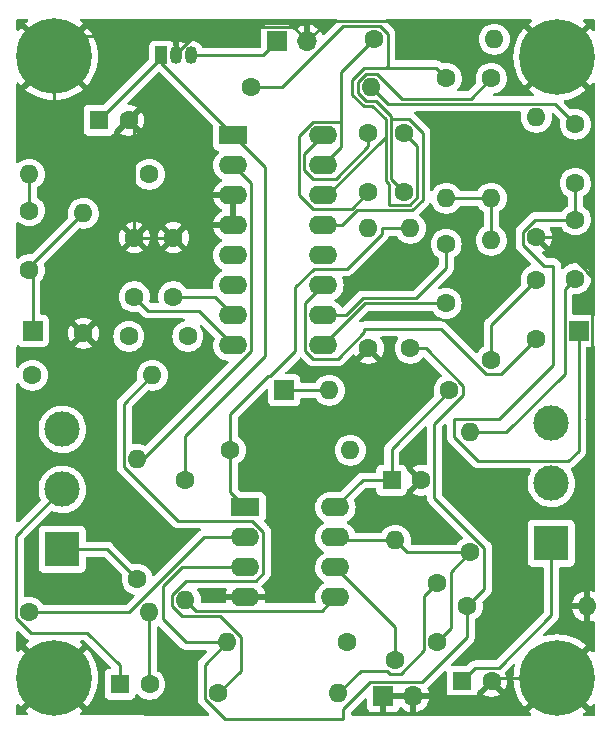
<source format=gtl>
G04 #@! TF.GenerationSoftware,KiCad,Pcbnew,6.0.2+dfsg-1*
G04 #@! TF.CreationDate,2023-05-23T14:21:45-03:00*
G04 #@! TF.ProjectId,pedal,70656461-6c2e-46b6-9963-61645f706362,rev?*
G04 #@! TF.SameCoordinates,Original*
G04 #@! TF.FileFunction,Copper,L1,Top*
G04 #@! TF.FilePolarity,Positive*
%FSLAX46Y46*%
G04 Gerber Fmt 4.6, Leading zero omitted, Abs format (unit mm)*
G04 Created by KiCad (PCBNEW 6.0.2+dfsg-1) date 2023-05-23 14:21:45*
%MOMM*%
%LPD*%
G01*
G04 APERTURE LIST*
G04 #@! TA.AperFunction,ComponentPad*
%ADD10R,1.700000X1.700000*%
G04 #@! TD*
G04 #@! TA.AperFunction,ComponentPad*
%ADD11C,1.600000*%
G04 #@! TD*
G04 #@! TA.AperFunction,ComponentPad*
%ADD12O,1.600000X1.600000*%
G04 #@! TD*
G04 #@! TA.AperFunction,ComponentPad*
%ADD13R,1.050000X1.500000*%
G04 #@! TD*
G04 #@! TA.AperFunction,ComponentPad*
%ADD14O,1.050000X1.500000*%
G04 #@! TD*
G04 #@! TA.AperFunction,ComponentPad*
%ADD15R,1.600000X1.600000*%
G04 #@! TD*
G04 #@! TA.AperFunction,ComponentPad*
%ADD16O,1.700000X1.700000*%
G04 #@! TD*
G04 #@! TA.AperFunction,ComponentPad*
%ADD17R,3.000000X3.000000*%
G04 #@! TD*
G04 #@! TA.AperFunction,ComponentPad*
%ADD18C,3.000000*%
G04 #@! TD*
G04 #@! TA.AperFunction,ComponentPad*
%ADD19C,3.600000*%
G04 #@! TD*
G04 #@! TA.AperFunction,ConnectorPad*
%ADD20C,6.400000*%
G04 #@! TD*
G04 #@! TA.AperFunction,ComponentPad*
%ADD21R,2.400000X1.600000*%
G04 #@! TD*
G04 #@! TA.AperFunction,ComponentPad*
%ADD22O,2.400000X1.600000*%
G04 #@! TD*
G04 #@! TA.AperFunction,Conductor*
%ADD23C,0.250000*%
G04 #@! TD*
G04 APERTURE END LIST*
D10*
X116423314Y-96922311D03*
D11*
X105228000Y-75548000D03*
D12*
X105228000Y-85708000D03*
D11*
X102180000Y-98408000D03*
D12*
X102180000Y-88248000D03*
D11*
X112848000Y-89010000D03*
D12*
X112848000Y-78850000D03*
D11*
X100910000Y-124824000D03*
D12*
X100910000Y-114664000D03*
D11*
X96846000Y-123300000D03*
D12*
X86686000Y-123300000D03*
D11*
X98624000Y-98408000D03*
D12*
X98624000Y-88248000D03*
D13*
X81098000Y-73622000D03*
D14*
X82368000Y-73622000D03*
X83638000Y-73622000D03*
D11*
X74494000Y-97138000D03*
D12*
X74494000Y-86978000D03*
D11*
X101662000Y-80170000D03*
X101662000Y-85170000D03*
D15*
X100601552Y-109584000D03*
D11*
X103101552Y-109584000D03*
X70176000Y-100694000D03*
D12*
X80336000Y-100694000D03*
D11*
X116150000Y-84438000D03*
X116150000Y-79438000D03*
D10*
X90927000Y-72390000D03*
D16*
X93467000Y-72390000D03*
D11*
X107260000Y-115680000D03*
D12*
X107260000Y-105520000D03*
D10*
X70209688Y-96922311D03*
D11*
X112848000Y-92606000D03*
X112848000Y-97606000D03*
D17*
X114118000Y-114918000D03*
D18*
X114118000Y-109838000D03*
X114118000Y-104758000D03*
D11*
X116150000Y-92526000D03*
X116150000Y-87526000D03*
X85924000Y-127618000D03*
D12*
X96084000Y-127618000D03*
D19*
X72026000Y-73700000D03*
D20*
X72026000Y-73700000D03*
D11*
X78812000Y-94050000D03*
X78812000Y-89050000D03*
D19*
X114626000Y-73748000D03*
D20*
X114626000Y-73748000D03*
D11*
X69922000Y-120760000D03*
D12*
X80082000Y-120760000D03*
X109038000Y-85708000D03*
D11*
X109038000Y-75548000D03*
X80082000Y-83676000D03*
D12*
X69922000Y-83676000D03*
D21*
X88220000Y-111880000D03*
D22*
X88220000Y-114420000D03*
X88220000Y-116960000D03*
X88220000Y-119500000D03*
X95840000Y-119500000D03*
X95840000Y-116960000D03*
X95840000Y-114420000D03*
X95840000Y-111880000D03*
D11*
X88718000Y-76310000D03*
D12*
X98878000Y-76310000D03*
D11*
X99132000Y-72246000D03*
D12*
X109292000Y-72246000D03*
D17*
X72716000Y-115426000D03*
D18*
X72716000Y-110346000D03*
X72716000Y-105266000D03*
D21*
X87194000Y-80374000D03*
D22*
X87194000Y-82914000D03*
X87194000Y-85454000D03*
X87194000Y-87994000D03*
X87194000Y-90534000D03*
X87194000Y-93074000D03*
X87194000Y-95614000D03*
X87194000Y-98154000D03*
X94814000Y-98154000D03*
X94814000Y-95614000D03*
X94814000Y-93074000D03*
X94814000Y-90534000D03*
X94814000Y-87994000D03*
X94814000Y-85454000D03*
X94814000Y-82914000D03*
X94814000Y-80374000D03*
D15*
X106562888Y-126602000D03*
D11*
X109062888Y-126602000D03*
X86940000Y-107044000D03*
D12*
X97100000Y-107044000D03*
D11*
X83130000Y-109584000D03*
D12*
X83130000Y-119744000D03*
D11*
X109038000Y-99424000D03*
D12*
X109038000Y-89264000D03*
D11*
X78344000Y-97392000D03*
X83344000Y-97392000D03*
X107006000Y-120252000D03*
D12*
X117166000Y-120252000D03*
D11*
X78328888Y-79104000D03*
D15*
X75828888Y-79104000D03*
D11*
X104466000Y-118260000D03*
X104466000Y-123260000D03*
D15*
X77606888Y-126856000D03*
D11*
X80106888Y-126856000D03*
X105482000Y-101964000D03*
D12*
X95322000Y-101964000D03*
D11*
X105218000Y-89608000D03*
X105218000Y-94608000D03*
D19*
X72026000Y-126300000D03*
D20*
X72026000Y-126300000D03*
D10*
X99889000Y-127872000D03*
D16*
X102429000Y-127872000D03*
D11*
X82114000Y-94050000D03*
X82114000Y-89050000D03*
D10*
X91512000Y-101964000D03*
D11*
X98614000Y-80170000D03*
X98614000Y-85170000D03*
X69922000Y-91764000D03*
X69922000Y-86764000D03*
X79066000Y-117966000D03*
D12*
X79066000Y-107806000D03*
D19*
X114626000Y-126348000D03*
D20*
X114626000Y-126348000D03*
D23*
X102180000Y-88248000D02*
X99748511Y-88248000D01*
X99748511Y-88248000D02*
X99748511Y-88713789D01*
X99748511Y-88713789D02*
X96803780Y-91658520D01*
X96803780Y-91658520D02*
X94015480Y-91658520D01*
X92456000Y-93218000D02*
X92456000Y-98670978D01*
X94015480Y-91658520D02*
X92456000Y-93218000D01*
X92456000Y-98670978D02*
X90337489Y-100789489D01*
X90337489Y-100789489D02*
X90114511Y-100789489D01*
X90114511Y-100789489D02*
X86940000Y-103964000D01*
X86940000Y-103964000D02*
X86940000Y-107044000D01*
X78812000Y-89050000D02*
X78812000Y-79587112D01*
X78812000Y-79587112D02*
X78328888Y-79104000D01*
X78328888Y-79104000D02*
X75240888Y-82192000D01*
X75240888Y-82192000D02*
X74930000Y-82192000D01*
X74930000Y-82192000D02*
X72026000Y-79288000D01*
X72026000Y-79288000D02*
X72026000Y-73700000D01*
X81098000Y-73622000D02*
X81098000Y-73834888D01*
X81098000Y-73834888D02*
X75828888Y-79104000D01*
X87194000Y-80374000D02*
X81098000Y-74278000D01*
X81098000Y-74278000D02*
X81098000Y-73622000D01*
X77606888Y-126856000D02*
X77606888Y-125254888D01*
X68797489Y-114264511D02*
X72716000Y-110346000D01*
X77606888Y-125254888D02*
X74834940Y-122482940D01*
X74834940Y-122482940D02*
X70054640Y-122482940D01*
X70054640Y-122482940D02*
X68797489Y-121225789D01*
X68797489Y-121225789D02*
X68797489Y-114264511D01*
X82114000Y-89050000D02*
X78812000Y-89050000D01*
X83130000Y-105846000D02*
X89916000Y-99060000D01*
X83130000Y-109584000D02*
X83130000Y-105846000D01*
X89916000Y-99060000D02*
X89916000Y-83096000D01*
X89916000Y-83096000D02*
X87194000Y-80374000D01*
X116150000Y-87526000D02*
X112741700Y-87526000D01*
X112741700Y-87526000D02*
X111723489Y-88544211D01*
X111723489Y-88544211D02*
X111723489Y-89625489D01*
X111723489Y-89625489D02*
X113538000Y-91440000D01*
X113538000Y-91440000D02*
X114300000Y-91440000D01*
X114300000Y-91440000D02*
X114300000Y-99822000D01*
X114300000Y-99822000D02*
X109728000Y-104394000D01*
X115570000Y-107950000D02*
X116423314Y-107096686D01*
X109728000Y-104394000D02*
X105918000Y-104394000D01*
X105918000Y-104394000D02*
X105918000Y-105918000D01*
X105918000Y-105918000D02*
X107950000Y-107950000D01*
X107950000Y-107950000D02*
X115570000Y-107950000D01*
X116423314Y-107096686D02*
X116423314Y-96922311D01*
X102180000Y-98408000D02*
X103516300Y-98408000D01*
X103516300Y-98408000D02*
X106680000Y-101571700D01*
X108458000Y-118800000D02*
X107006000Y-120252000D01*
X106680000Y-101571700D02*
X106680000Y-102356300D01*
X106680000Y-102356300D02*
X104226063Y-104810237D01*
X104226063Y-104810237D02*
X104226063Y-111055763D01*
X104226063Y-111055763D02*
X108458000Y-115287700D01*
X108458000Y-115287700D02*
X108458000Y-118800000D01*
X105482000Y-101964000D02*
X105482000Y-102036000D01*
X105482000Y-102036000D02*
X100601552Y-106916448D01*
X100601552Y-106916448D02*
X100601552Y-109584000D01*
X117597825Y-103890175D02*
X117094000Y-104394000D01*
X117597825Y-92383525D02*
X117597825Y-103890175D01*
X114224300Y-89010000D02*
X117597825Y-92383525D01*
X112848000Y-89010000D02*
X114224300Y-89010000D01*
X117094000Y-104394000D02*
X117166000Y-104466000D01*
X117166000Y-104466000D02*
X117166000Y-120252000D01*
X72716000Y-115426000D02*
X76526000Y-115426000D01*
X76526000Y-115426000D02*
X79066000Y-117966000D01*
X86940000Y-107044000D02*
X86940000Y-110600000D01*
X86940000Y-110600000D02*
X88220000Y-111880000D01*
X107006000Y-120252000D02*
X107006000Y-122864000D01*
X107006000Y-122864000D02*
X103172511Y-126697489D01*
X103172511Y-126697489D02*
X98806000Y-126697489D01*
X98806000Y-126697489D02*
X96520000Y-128983489D01*
X96520000Y-128983489D02*
X96520000Y-129794000D01*
X96520000Y-129794000D02*
X86509700Y-129794000D01*
X86509700Y-129794000D02*
X84799489Y-128083789D01*
X84799489Y-128083789D02*
X84799489Y-125186511D01*
X84799489Y-125186511D02*
X86686000Y-123300000D01*
X104466000Y-118260000D02*
X103341489Y-119384511D01*
X103341489Y-119384511D02*
X103341489Y-123982811D01*
X103341489Y-123982811D02*
X101375789Y-125948511D01*
X101375789Y-125948511D02*
X100444211Y-125948511D01*
X97972000Y-125730000D02*
X96084000Y-127618000D01*
X100444211Y-125948511D02*
X100225700Y-125730000D01*
X100225700Y-125730000D02*
X97972000Y-125730000D01*
X94814000Y-93074000D02*
X93289480Y-94598520D01*
X108607700Y-100584000D02*
X109870000Y-100584000D01*
X93289480Y-94598520D02*
X93289480Y-98619791D01*
X93289480Y-98619791D02*
X93948209Y-99278520D01*
X93948209Y-99278520D02*
X96047480Y-99278520D01*
X96047480Y-99278520D02*
X98298000Y-97028000D01*
X98298000Y-97028000D02*
X98298000Y-96774000D01*
X98298000Y-96774000D02*
X104797700Y-96774000D01*
X104797700Y-96774000D02*
X108607700Y-100584000D01*
X109870000Y-100584000D02*
X112848000Y-97606000D01*
X109038000Y-99424000D02*
X109038000Y-96416000D01*
X109038000Y-96416000D02*
X112848000Y-92606000D01*
X79066000Y-107806000D02*
X79532311Y-107806000D01*
X79532311Y-107806000D02*
X88718520Y-98619791D01*
X88718520Y-98619791D02*
X88718520Y-84438520D01*
X88718520Y-84438520D02*
X87194000Y-82914000D01*
X88794822Y-113004511D02*
X82524511Y-113004511D01*
X82524511Y-113004511D02*
X77941489Y-108421489D01*
X83199180Y-118084520D02*
X89085791Y-118084520D01*
X82005489Y-119278211D02*
X83199180Y-118084520D01*
X89744520Y-113954209D02*
X88794822Y-113004511D01*
X89744520Y-117425791D02*
X89744520Y-113954209D01*
X89085791Y-118084520D02*
X89744520Y-117425791D01*
X82005489Y-120209789D02*
X82005489Y-119278211D01*
X87810511Y-122834211D02*
X86050340Y-121074040D01*
X87810511Y-125731489D02*
X87810511Y-122834211D01*
X82869740Y-121074040D02*
X82005489Y-120209789D01*
X86050340Y-121074040D02*
X82869740Y-121074040D01*
X85924000Y-127618000D02*
X87810511Y-125731489D01*
X77941489Y-108421489D02*
X77941489Y-103088511D01*
X77941489Y-103088511D02*
X80336000Y-100694000D01*
X86686000Y-123300000D02*
X83168000Y-123300000D01*
X83168000Y-123300000D02*
X81206511Y-121338511D01*
X81206511Y-121338511D02*
X81206511Y-118565207D01*
X81206511Y-118565207D02*
X82811718Y-116960000D01*
X82811718Y-116960000D02*
X88220000Y-116960000D01*
X82114000Y-94050000D02*
X85630000Y-94050000D01*
X85630000Y-94050000D02*
X87194000Y-95614000D01*
X87194000Y-98154000D02*
X84290000Y-95250000D01*
X80012000Y-95250000D02*
X78812000Y-94050000D01*
X84290000Y-95250000D02*
X80012000Y-95250000D01*
X80082000Y-120760000D02*
X80082000Y-126831112D01*
X80082000Y-126831112D02*
X80106888Y-126856000D01*
X69922000Y-120760000D02*
X78376000Y-120760000D01*
X78376000Y-120760000D02*
X84716000Y-114420000D01*
X84716000Y-114420000D02*
X88220000Y-114420000D01*
X104466000Y-123260000D02*
X105590511Y-122135489D01*
X105590511Y-122135489D02*
X105590511Y-117349489D01*
X105590511Y-117349489D02*
X107260000Y-115680000D01*
X91512000Y-101964000D02*
X95322000Y-101964000D01*
X116150000Y-84438000D02*
X116150000Y-87526000D01*
X114626000Y-73748000D02*
X111549969Y-70671969D01*
X111549969Y-70671969D02*
X95185031Y-70671969D01*
X95185031Y-70671969D02*
X93467000Y-72390000D01*
X100076000Y-74676000D02*
X104356000Y-74676000D01*
X98285982Y-74676000D02*
X100076000Y-74676000D01*
X100076000Y-74676000D02*
X100256511Y-74495489D01*
X100256511Y-74495489D02*
X100256511Y-71780211D01*
X100256511Y-71780211D02*
X99597789Y-71121489D01*
X99597789Y-71121489D02*
X96518511Y-71121489D01*
X96518511Y-71121489D02*
X91330000Y-76310000D01*
X91330000Y-76310000D02*
X88718000Y-76310000D01*
X109038000Y-85708000D02*
X109038000Y-89264000D01*
X105228000Y-85708000D02*
X109038000Y-85708000D01*
X94814000Y-95614000D02*
X96718282Y-95614000D01*
X96718282Y-95614000D02*
X98173803Y-94158480D01*
X102691520Y-94158480D02*
X105218000Y-91632000D01*
X98173803Y-94158480D02*
X102691520Y-94158480D01*
X105218000Y-91632000D02*
X105218000Y-89608000D01*
X105218000Y-94608000D02*
X98360000Y-94608000D01*
X98360000Y-94608000D02*
X94814000Y-98154000D01*
X100584000Y-78740000D02*
X100584000Y-78994000D01*
X100584000Y-78994000D02*
X100584000Y-79657700D01*
X103236031Y-80153731D02*
X102076300Y-78994000D01*
X94814000Y-87994000D02*
X96425718Y-87994000D01*
X96425718Y-87994000D02*
X97675687Y-86744031D01*
X97675687Y-86744031D02*
X102313987Y-86744031D01*
X102313987Y-86744031D02*
X103236031Y-85821987D01*
X103236031Y-85821987D02*
X103236031Y-80153731D01*
X102076300Y-78994000D02*
X100584000Y-78994000D01*
X96338520Y-75039480D02*
X96338520Y-79320520D01*
X96338520Y-79320520D02*
X96338520Y-81389480D01*
X98614000Y-85170000D02*
X97205480Y-86578520D01*
X92768480Y-85402480D02*
X92768480Y-80429209D01*
X97205480Y-86578520D02*
X93944520Y-86578520D01*
X93944520Y-86578520D02*
X92768480Y-85402480D01*
X92768480Y-80429209D02*
X93949689Y-79248000D01*
X93949689Y-79248000D02*
X96266000Y-79248000D01*
X96266000Y-79248000D02*
X96338520Y-79320520D01*
X100087969Y-84231687D02*
X100087969Y-80529969D01*
X100087969Y-80529969D02*
X100087969Y-79005969D01*
X94814000Y-85454000D02*
X95163938Y-85454000D01*
X95163938Y-85454000D02*
X100087969Y-80529969D01*
X98614000Y-80170000D02*
X98614000Y-81301370D01*
X93948209Y-84038520D02*
X93218000Y-83308311D01*
X98614000Y-81301370D02*
X95876850Y-84038520D01*
X95876850Y-84038520D02*
X93948209Y-84038520D01*
X93218000Y-83308311D02*
X93218000Y-81970000D01*
X93218000Y-81970000D02*
X94814000Y-80374000D01*
X97282000Y-75679982D02*
X98285982Y-74676000D01*
X97282000Y-76940018D02*
X97282000Y-75679982D01*
X102786511Y-81294511D02*
X102786511Y-85635789D01*
X98966031Y-77884031D02*
X98226013Y-77884031D01*
X100087969Y-79005969D02*
X98966031Y-77884031D01*
X98226013Y-77884031D02*
X97282000Y-76940018D01*
X100397233Y-84540951D02*
X100087969Y-84231687D01*
X100397233Y-86294511D02*
X100397233Y-84540951D01*
X102786511Y-85635789D02*
X102127789Y-86294511D01*
X101662000Y-80170000D02*
X102786511Y-81294511D01*
X102127789Y-86294511D02*
X100397233Y-86294511D01*
X104356000Y-74676000D02*
X105228000Y-75548000D01*
X100537489Y-80635789D02*
X100584000Y-80682300D01*
X100537489Y-79704211D02*
X100537489Y-80635789D01*
X100584000Y-79657700D02*
X100537489Y-79704211D01*
X99278511Y-77434511D02*
X100584000Y-78740000D01*
X98412211Y-75185489D02*
X97753489Y-75844211D01*
X98412211Y-77434511D02*
X99278511Y-77434511D01*
X97753489Y-76775789D02*
X98412211Y-77434511D01*
X99343789Y-75185489D02*
X98412211Y-75185489D01*
X101434269Y-77275969D02*
X99343789Y-75185489D01*
X97753489Y-75844211D02*
X97753489Y-76775789D01*
X107310031Y-77275969D02*
X101434269Y-77275969D01*
X109038000Y-75548000D02*
X107310031Y-77275969D01*
X100584000Y-80682300D02*
X100584000Y-84092000D01*
X100584000Y-84092000D02*
X101662000Y-85170000D01*
X98878000Y-76310000D02*
X100293489Y-77725489D01*
X100293489Y-77725489D02*
X114437489Y-77725489D01*
X114437489Y-77725489D02*
X116150000Y-79438000D01*
X99132000Y-72246000D02*
X96338520Y-75039480D01*
X96338520Y-81389480D02*
X94814000Y-82914000D01*
X87194000Y-85454000D02*
X87194000Y-87994000D01*
X89695000Y-73622000D02*
X90927000Y-72390000D01*
X83638000Y-73622000D02*
X89695000Y-73622000D01*
X100601552Y-109584000D02*
X98136000Y-109584000D01*
X98136000Y-109584000D02*
X95840000Y-111880000D01*
X114626000Y-126348000D02*
X109316888Y-126348000D01*
X73734000Y-71992000D02*
X72026000Y-73700000D01*
X82368000Y-73465598D02*
X84618109Y-71215489D01*
X117166000Y-120252000D02*
X117166000Y-123808000D01*
X82368000Y-73622000D02*
X82368000Y-72622000D01*
X117166000Y-123808000D02*
X114626000Y-126348000D01*
X81738000Y-71992000D02*
X73734000Y-71992000D01*
X84618109Y-71215489D02*
X92292489Y-71215489D01*
X107792888Y-127872000D02*
X109062888Y-126602000D01*
X109316888Y-126348000D02*
X109062888Y-126602000D01*
X102429000Y-127872000D02*
X107792888Y-127872000D01*
X82368000Y-73622000D02*
X82368000Y-73465598D01*
X99889000Y-127872000D02*
X102429000Y-127872000D01*
X82368000Y-72622000D02*
X81738000Y-71992000D01*
X92292489Y-71215489D02*
X93467000Y-72390000D01*
X106562888Y-126602000D02*
X107687399Y-125477489D01*
X107687399Y-125477489D02*
X109654511Y-125477489D01*
X114118000Y-121014000D02*
X114118000Y-114918000D01*
X109654511Y-125477489D02*
X114118000Y-121014000D01*
X70209688Y-92051688D02*
X69922000Y-91764000D01*
X74494000Y-86978000D02*
X69922000Y-91550000D01*
X70209688Y-96922311D02*
X70209688Y-92051688D01*
X69922000Y-91550000D02*
X69922000Y-91764000D01*
X69922000Y-83676000D02*
X69922000Y-86764000D01*
X100910000Y-114664000D02*
X96084000Y-114664000D01*
X96084000Y-114664000D02*
X95840000Y-114420000D01*
X107260000Y-115680000D02*
X101926000Y-115680000D01*
X101926000Y-115680000D02*
X100910000Y-114664000D01*
X115248803Y-100579197D02*
X115248803Y-93427197D01*
X110308000Y-105520000D02*
X115248803Y-100579197D01*
X107260000Y-105520000D02*
X110308000Y-105520000D01*
X115248803Y-93427197D02*
X116150000Y-92526000D01*
X100910000Y-122030000D02*
X95840000Y-116960000D01*
X100910000Y-124824000D02*
X100910000Y-122030000D01*
X94715480Y-120624520D02*
X84010520Y-120624520D01*
X84010520Y-120624520D02*
X83130000Y-119744000D01*
X95840000Y-119500000D02*
X94715480Y-120624520D01*
G04 #@! TA.AperFunction,Conductor*
G36*
X117752324Y-98140871D02*
G01*
X117802554Y-98191045D01*
X117818000Y-98251492D01*
X117818000Y-118915034D01*
X117797998Y-118983155D01*
X117744342Y-119029648D01*
X117674068Y-119039752D01*
X117638749Y-119029228D01*
X117620058Y-119020512D01*
X117609761Y-119016764D01*
X117437497Y-118970606D01*
X117423401Y-118970942D01*
X117420000Y-118978884D01*
X117420000Y-121519967D01*
X117423973Y-121533498D01*
X117432522Y-121534727D01*
X117609761Y-121487236D01*
X117620058Y-121483488D01*
X117638749Y-121474772D01*
X117708940Y-121464110D01*
X117773753Y-121493089D01*
X117812610Y-121552508D01*
X117818000Y-121588966D01*
X117818000Y-124041908D01*
X117797998Y-124110029D01*
X117744342Y-124156522D01*
X117674068Y-124166626D01*
X117609488Y-124137132D01*
X117594080Y-124121202D01*
X117434523Y-123924167D01*
X117422267Y-123915700D01*
X117411176Y-123922034D01*
X114998022Y-126335188D01*
X114990408Y-126349132D01*
X114990539Y-126350965D01*
X114994790Y-126357580D01*
X117410310Y-128773100D01*
X117423386Y-128780241D01*
X117433755Y-128772783D01*
X117594080Y-128574798D01*
X117652494Y-128534446D01*
X117723451Y-128532080D01*
X117784423Y-128568453D01*
X117816051Y-128632016D01*
X117818000Y-128654092D01*
X117818000Y-129413391D01*
X117797998Y-129481512D01*
X117744342Y-129528005D01*
X117691879Y-129539391D01*
X116933623Y-129538663D01*
X116865522Y-129518595D01*
X116819080Y-129464895D01*
X116809044Y-129394612D01*
X116838599Y-129330059D01*
X116854449Y-129314743D01*
X117049835Y-129156522D01*
X117058300Y-129144267D01*
X117051966Y-129133176D01*
X114638812Y-126720022D01*
X114624868Y-126712408D01*
X114623035Y-126712539D01*
X114616420Y-126716790D01*
X112200900Y-129132310D01*
X112193759Y-129145386D01*
X112201217Y-129155755D01*
X112392072Y-129310306D01*
X112432424Y-129368720D01*
X112434790Y-129439677D01*
X112398417Y-129500649D01*
X112334854Y-129532277D01*
X112312657Y-129534226D01*
X99607822Y-129522030D01*
X97279378Y-129519795D01*
X97211278Y-129499728D01*
X97164836Y-129446027D01*
X97153500Y-129393795D01*
X97153500Y-129298083D01*
X97173502Y-129229962D01*
X97190405Y-129208988D01*
X98315905Y-128083488D01*
X98378217Y-128049462D01*
X98449032Y-128054527D01*
X98505868Y-128097074D01*
X98530679Y-128163594D01*
X98531000Y-128172583D01*
X98531001Y-128766669D01*
X98531371Y-128773490D01*
X98536895Y-128824352D01*
X98540521Y-128839604D01*
X98585676Y-128960054D01*
X98594214Y-128975649D01*
X98670715Y-129077724D01*
X98683276Y-129090285D01*
X98785351Y-129166786D01*
X98800946Y-129175324D01*
X98921394Y-129220478D01*
X98936649Y-129224105D01*
X98987514Y-129229631D01*
X98994328Y-129230000D01*
X99616885Y-129230000D01*
X99632124Y-129225525D01*
X99633329Y-129224135D01*
X99635000Y-129216452D01*
X99635000Y-129211884D01*
X100143000Y-129211884D01*
X100147475Y-129227123D01*
X100148865Y-129228328D01*
X100156548Y-129229999D01*
X100783669Y-129229999D01*
X100790490Y-129229629D01*
X100841352Y-129224105D01*
X100856604Y-129220479D01*
X100977054Y-129175324D01*
X100992649Y-129166786D01*
X101094724Y-129090285D01*
X101107285Y-129077724D01*
X101183786Y-128975649D01*
X101192325Y-128960052D01*
X101233425Y-128850418D01*
X101276066Y-128793653D01*
X101342628Y-128768953D01*
X101411977Y-128784160D01*
X101446645Y-128812150D01*
X101472219Y-128841674D01*
X101479580Y-128848883D01*
X101643434Y-128984916D01*
X101651881Y-128990831D01*
X101835756Y-129098279D01*
X101845042Y-129102729D01*
X102044001Y-129178703D01*
X102053899Y-129181579D01*
X102157250Y-129202606D01*
X102171299Y-129201410D01*
X102175000Y-129191065D01*
X102175000Y-129190517D01*
X102683000Y-129190517D01*
X102687064Y-129204359D01*
X102700478Y-129206393D01*
X102707184Y-129205534D01*
X102717262Y-129203392D01*
X102921255Y-129142191D01*
X102930842Y-129138433D01*
X103122095Y-129044739D01*
X103130945Y-129039464D01*
X103304328Y-128915792D01*
X103312200Y-128909139D01*
X103463052Y-128758812D01*
X103469730Y-128750965D01*
X103594003Y-128578020D01*
X103599313Y-128569183D01*
X103693670Y-128378267D01*
X103697469Y-128368672D01*
X103759377Y-128164910D01*
X103761555Y-128154837D01*
X103762986Y-128143962D01*
X103760775Y-128129778D01*
X103747617Y-128126000D01*
X102701115Y-128126000D01*
X102685876Y-128130475D01*
X102684671Y-128131865D01*
X102683000Y-128139548D01*
X102683000Y-129190517D01*
X102175000Y-129190517D01*
X102175000Y-128144115D01*
X102170525Y-128128876D01*
X102169135Y-128127671D01*
X102161452Y-128126000D01*
X100161115Y-128126000D01*
X100145876Y-128130475D01*
X100144671Y-128131865D01*
X100143000Y-128139548D01*
X100143000Y-129211884D01*
X99635000Y-129211884D01*
X99635000Y-127744000D01*
X99655002Y-127675879D01*
X99708658Y-127629386D01*
X99761000Y-127618000D01*
X103747344Y-127618000D01*
X103760875Y-127614027D01*
X103762180Y-127604947D01*
X103720214Y-127437875D01*
X103716894Y-127428124D01*
X103636214Y-127242572D01*
X103627394Y-127172126D01*
X103662669Y-127103235D01*
X105039293Y-125726611D01*
X105101605Y-125692585D01*
X105172420Y-125697650D01*
X105229256Y-125740197D01*
X105254067Y-125806717D01*
X105254388Y-125815706D01*
X105254388Y-127450134D01*
X105261143Y-127512316D01*
X105312273Y-127648705D01*
X105399627Y-127765261D01*
X105516183Y-127852615D01*
X105652572Y-127903745D01*
X105714754Y-127910500D01*
X107411022Y-127910500D01*
X107473204Y-127903745D01*
X107609593Y-127852615D01*
X107726149Y-127765261D01*
X107784007Y-127688062D01*
X108341381Y-127688062D01*
X108350677Y-127700077D01*
X108401882Y-127735931D01*
X108411377Y-127741414D01*
X108608835Y-127833490D01*
X108619127Y-127837236D01*
X108829576Y-127893625D01*
X108840369Y-127895528D01*
X109057413Y-127914517D01*
X109068363Y-127914517D01*
X109285407Y-127895528D01*
X109296200Y-127893625D01*
X109506649Y-127837236D01*
X109516941Y-127833490D01*
X109714399Y-127741414D01*
X109723894Y-127735931D01*
X109775936Y-127699491D01*
X109784312Y-127689012D01*
X109777244Y-127675566D01*
X109075700Y-126974022D01*
X109061756Y-126966408D01*
X109059923Y-126966539D01*
X109053308Y-126970790D01*
X108347811Y-127676287D01*
X108341381Y-127688062D01*
X107784007Y-127688062D01*
X107813503Y-127648705D01*
X107864633Y-127512316D01*
X107871388Y-127450134D01*
X107871388Y-127446815D01*
X107895041Y-127379890D01*
X107941044Y-127344196D01*
X107940029Y-127342266D01*
X107950888Y-127336558D01*
X107951133Y-127336368D01*
X107951291Y-127336347D01*
X107989322Y-127316356D01*
X108973793Y-126331885D01*
X109036105Y-126297859D01*
X109106920Y-126302924D01*
X109151983Y-126331885D01*
X110137175Y-127317077D01*
X110148950Y-127323507D01*
X110160965Y-127314211D01*
X110196819Y-127263006D01*
X110202302Y-127253511D01*
X110294378Y-127056053D01*
X110298124Y-127045761D01*
X110354513Y-126835312D01*
X110356416Y-126824519D01*
X110375405Y-126607475D01*
X110375405Y-126596525D01*
X110356416Y-126379481D01*
X110354513Y-126368688D01*
X110298124Y-126158239D01*
X110294378Y-126147947D01*
X110199976Y-125945502D01*
X110202294Y-125944421D01*
X110188208Y-125885746D01*
X110211590Y-125818710D01*
X110224956Y-125802948D01*
X110859984Y-125167920D01*
X110922296Y-125133894D01*
X110993111Y-125138959D01*
X111049947Y-125181506D01*
X111074758Y-125248026D01*
X111070786Y-125289626D01*
X110994906Y-125572816D01*
X110993535Y-125579266D01*
X110933766Y-125956629D01*
X110933080Y-125963167D01*
X110913084Y-126344699D01*
X110913084Y-126351301D01*
X110933080Y-126732833D01*
X110933766Y-126739371D01*
X110993535Y-127116734D01*
X110994906Y-127123184D01*
X111093788Y-127492216D01*
X111095829Y-127498498D01*
X111232740Y-127855164D01*
X111235422Y-127861189D01*
X111408872Y-128201603D01*
X111412169Y-128207313D01*
X111620253Y-128527735D01*
X111624123Y-128533061D01*
X111817478Y-128771835D01*
X111829733Y-128780300D01*
X111840824Y-128773966D01*
X114253978Y-126360812D01*
X114261592Y-126346868D01*
X114261461Y-126345035D01*
X114257210Y-126338420D01*
X112875203Y-124956413D01*
X112841177Y-124894101D01*
X112846242Y-124823286D01*
X112875203Y-124778223D01*
X113056223Y-124597203D01*
X113118535Y-124563177D01*
X113189350Y-124568242D01*
X113234413Y-124597203D01*
X114613188Y-125975978D01*
X114627132Y-125983592D01*
X114628965Y-125983461D01*
X114635580Y-125979210D01*
X117051100Y-123563690D01*
X117058241Y-123550614D01*
X117050784Y-123540247D01*
X116811065Y-123346126D01*
X116805728Y-123342249D01*
X116485315Y-123134170D01*
X116479606Y-123130873D01*
X116139189Y-122957422D01*
X116133164Y-122954740D01*
X115776498Y-122817829D01*
X115770216Y-122815788D01*
X115401184Y-122716906D01*
X115394734Y-122715535D01*
X115017371Y-122655766D01*
X115010833Y-122655080D01*
X114629301Y-122635084D01*
X114622699Y-122635084D01*
X114241167Y-122655080D01*
X114234629Y-122655766D01*
X113857266Y-122715535D01*
X113850816Y-122716906D01*
X113567626Y-122792786D01*
X113496650Y-122791096D01*
X113437854Y-122751302D01*
X113409906Y-122686038D01*
X113421679Y-122616024D01*
X113445920Y-122581984D01*
X114510247Y-121517657D01*
X114518537Y-121510113D01*
X114525018Y-121506000D01*
X114571659Y-121456332D01*
X114574413Y-121453491D01*
X114594135Y-121433769D01*
X114596612Y-121430576D01*
X114604317Y-121421555D01*
X114613513Y-121411762D01*
X114634586Y-121389321D01*
X114638470Y-121382256D01*
X114644346Y-121371568D01*
X114655202Y-121355041D01*
X114662757Y-121345302D01*
X114662758Y-121345300D01*
X114667614Y-121339040D01*
X114685174Y-121298460D01*
X114690391Y-121287812D01*
X114707875Y-121256009D01*
X114707876Y-121256007D01*
X114711695Y-121249060D01*
X114716733Y-121229437D01*
X114723137Y-121210734D01*
X114728033Y-121199420D01*
X114728033Y-121199419D01*
X114731181Y-121192145D01*
X114732420Y-121184322D01*
X114732423Y-121184312D01*
X114738099Y-121148476D01*
X114740505Y-121136856D01*
X114749528Y-121101711D01*
X114749528Y-121101710D01*
X114751500Y-121094030D01*
X114751500Y-121073776D01*
X114753051Y-121054065D01*
X114753482Y-121051347D01*
X114756220Y-121034057D01*
X114752059Y-120990038D01*
X114751500Y-120978181D01*
X114751500Y-120518522D01*
X115883273Y-120518522D01*
X115930764Y-120695761D01*
X115934510Y-120706053D01*
X116026586Y-120903511D01*
X116032069Y-120913007D01*
X116157028Y-121091467D01*
X116164084Y-121099875D01*
X116318125Y-121253916D01*
X116326533Y-121260972D01*
X116504993Y-121385931D01*
X116514489Y-121391414D01*
X116711947Y-121483490D01*
X116722239Y-121487236D01*
X116894503Y-121533394D01*
X116908599Y-121533058D01*
X116912000Y-121525116D01*
X116912000Y-120524115D01*
X116907525Y-120508876D01*
X116906135Y-120507671D01*
X116898452Y-120506000D01*
X115898033Y-120506000D01*
X115884502Y-120509973D01*
X115883273Y-120518522D01*
X114751500Y-120518522D01*
X114751500Y-119980503D01*
X115884606Y-119980503D01*
X115884942Y-119994599D01*
X115892884Y-119998000D01*
X116893885Y-119998000D01*
X116909124Y-119993525D01*
X116910329Y-119992135D01*
X116912000Y-119984452D01*
X116912000Y-118984033D01*
X116908027Y-118970502D01*
X116899478Y-118969273D01*
X116722239Y-119016764D01*
X116711947Y-119020510D01*
X116514489Y-119112586D01*
X116504993Y-119118069D01*
X116326533Y-119243028D01*
X116318125Y-119250084D01*
X116164084Y-119404125D01*
X116157028Y-119412533D01*
X116032069Y-119590993D01*
X116026586Y-119600489D01*
X115934510Y-119797947D01*
X115930764Y-119808239D01*
X115884606Y-119980503D01*
X114751500Y-119980503D01*
X114751500Y-117052500D01*
X114771502Y-116984379D01*
X114825158Y-116937886D01*
X114877500Y-116926500D01*
X115666134Y-116926500D01*
X115728316Y-116919745D01*
X115864705Y-116868615D01*
X115981261Y-116781261D01*
X116068615Y-116664705D01*
X116119745Y-116528316D01*
X116126500Y-116466134D01*
X116126500Y-113369866D01*
X116119745Y-113307684D01*
X116068615Y-113171295D01*
X115981261Y-113054739D01*
X115864705Y-112967385D01*
X115728316Y-112916255D01*
X115666134Y-112909500D01*
X112569866Y-112909500D01*
X112507684Y-112916255D01*
X112371295Y-112967385D01*
X112254739Y-113054739D01*
X112167385Y-113171295D01*
X112116255Y-113307684D01*
X112109500Y-113369866D01*
X112109500Y-116466134D01*
X112116255Y-116528316D01*
X112167385Y-116664705D01*
X112254739Y-116781261D01*
X112371295Y-116868615D01*
X112507684Y-116919745D01*
X112569866Y-116926500D01*
X113358500Y-116926500D01*
X113426621Y-116946502D01*
X113473114Y-117000158D01*
X113484500Y-117052500D01*
X113484500Y-120699406D01*
X113464498Y-120767527D01*
X113447595Y-120788501D01*
X109429011Y-124807084D01*
X109366699Y-124841110D01*
X109339916Y-124843989D01*
X107766167Y-124843989D01*
X107754984Y-124843462D01*
X107747491Y-124841787D01*
X107739565Y-124842036D01*
X107739564Y-124842036D01*
X107679401Y-124843927D01*
X107675443Y-124843989D01*
X107647543Y-124843989D01*
X107643553Y-124844493D01*
X107631719Y-124845425D01*
X107587510Y-124846815D01*
X107579896Y-124849027D01*
X107579891Y-124849028D01*
X107568058Y-124852466D01*
X107548695Y-124856477D01*
X107528602Y-124859015D01*
X107521235Y-124861932D01*
X107521230Y-124861933D01*
X107487491Y-124875291D01*
X107476264Y-124879135D01*
X107433806Y-124891471D01*
X107426980Y-124895508D01*
X107416371Y-124901782D01*
X107398623Y-124910477D01*
X107379782Y-124917937D01*
X107373366Y-124922599D01*
X107373365Y-124922599D01*
X107344012Y-124943925D01*
X107334092Y-124950441D01*
X107302864Y-124968909D01*
X107302861Y-124968911D01*
X107296037Y-124972947D01*
X107281716Y-124987268D01*
X107266683Y-125000108D01*
X107250292Y-125012017D01*
X107245241Y-125018123D01*
X107222101Y-125046094D01*
X107214111Y-125054873D01*
X107012389Y-125256595D01*
X106950077Y-125290621D01*
X106923294Y-125293500D01*
X105776594Y-125293500D01*
X105708473Y-125273498D01*
X105661980Y-125219842D01*
X105651876Y-125149568D01*
X105681370Y-125084988D01*
X105687499Y-125078405D01*
X107398247Y-123367657D01*
X107406537Y-123360113D01*
X107413018Y-123356000D01*
X107459659Y-123306332D01*
X107462413Y-123303491D01*
X107482134Y-123283770D01*
X107484612Y-123280575D01*
X107492318Y-123271553D01*
X107517158Y-123245101D01*
X107522586Y-123239321D01*
X107532346Y-123221568D01*
X107543199Y-123205045D01*
X107544356Y-123203553D01*
X107555613Y-123189041D01*
X107573176Y-123148457D01*
X107578383Y-123137827D01*
X107599695Y-123099060D01*
X107601666Y-123091383D01*
X107601668Y-123091378D01*
X107604732Y-123079442D01*
X107611138Y-123060730D01*
X107613473Y-123055336D01*
X107619181Y-123042145D01*
X107620421Y-123034317D01*
X107620423Y-123034310D01*
X107626099Y-122998476D01*
X107628505Y-122986856D01*
X107637528Y-122951711D01*
X107637528Y-122951710D01*
X107639500Y-122944030D01*
X107639500Y-122923776D01*
X107641051Y-122904065D01*
X107642980Y-122891886D01*
X107644220Y-122884057D01*
X107640059Y-122840038D01*
X107639500Y-122828181D01*
X107639500Y-121471394D01*
X107659502Y-121403273D01*
X107693229Y-121368181D01*
X107845789Y-121261357D01*
X107845792Y-121261355D01*
X107850300Y-121258198D01*
X108012198Y-121096300D01*
X108019340Y-121086101D01*
X108140366Y-120913257D01*
X108143523Y-120908749D01*
X108145846Y-120903767D01*
X108145849Y-120903762D01*
X108237961Y-120706225D01*
X108237961Y-120706224D01*
X108240284Y-120701243D01*
X108299543Y-120480087D01*
X108319498Y-120252000D01*
X108299543Y-120023913D01*
X108298121Y-120018608D01*
X108298119Y-120018594D01*
X108282541Y-119960461D01*
X108284229Y-119889484D01*
X108315152Y-119838752D01*
X108562912Y-119590993D01*
X108850258Y-119303647D01*
X108858537Y-119296113D01*
X108865018Y-119292000D01*
X108911644Y-119242348D01*
X108914398Y-119239507D01*
X108934135Y-119219770D01*
X108936615Y-119216573D01*
X108944320Y-119207551D01*
X108951144Y-119200284D01*
X108974586Y-119175321D01*
X108978405Y-119168375D01*
X108978407Y-119168372D01*
X108984348Y-119157566D01*
X108995199Y-119141047D01*
X109002758Y-119131301D01*
X109007614Y-119125041D01*
X109010759Y-119117772D01*
X109010762Y-119117768D01*
X109025174Y-119084463D01*
X109030391Y-119073813D01*
X109051695Y-119035060D01*
X109056733Y-119015437D01*
X109063137Y-118996734D01*
X109068033Y-118985420D01*
X109068033Y-118985419D01*
X109071181Y-118978145D01*
X109072420Y-118970322D01*
X109072423Y-118970312D01*
X109078099Y-118934476D01*
X109080505Y-118922856D01*
X109089528Y-118887711D01*
X109089528Y-118887710D01*
X109091500Y-118880030D01*
X109091500Y-118859776D01*
X109093051Y-118840065D01*
X109094980Y-118827886D01*
X109096220Y-118820057D01*
X109092059Y-118776038D01*
X109091500Y-118764181D01*
X109091500Y-115366468D01*
X109092027Y-115355285D01*
X109093702Y-115347792D01*
X109091562Y-115279701D01*
X109091500Y-115275744D01*
X109091500Y-115247844D01*
X109090996Y-115243853D01*
X109090063Y-115232011D01*
X109088923Y-115195736D01*
X109088674Y-115187811D01*
X109086462Y-115180197D01*
X109086461Y-115180192D01*
X109083023Y-115168359D01*
X109079012Y-115148995D01*
X109077467Y-115136764D01*
X109076474Y-115128903D01*
X109073557Y-115121536D01*
X109073556Y-115121531D01*
X109060198Y-115087792D01*
X109056354Y-115076565D01*
X109049652Y-115053500D01*
X109044018Y-115034107D01*
X109033707Y-115016672D01*
X109025012Y-114998924D01*
X109017552Y-114980083D01*
X108991564Y-114944313D01*
X108985048Y-114934393D01*
X108966580Y-114903165D01*
X108966578Y-114903162D01*
X108962542Y-114896338D01*
X108948221Y-114882017D01*
X108935380Y-114866983D01*
X108933164Y-114863933D01*
X108923472Y-114850593D01*
X108889395Y-114822402D01*
X108880616Y-114814412D01*
X104896468Y-110830263D01*
X104862442Y-110767951D01*
X104859563Y-110741168D01*
X104859563Y-105124831D01*
X104879565Y-105056710D01*
X104896468Y-105035736D01*
X105069405Y-104862799D01*
X105131717Y-104828773D01*
X105202532Y-104833838D01*
X105259368Y-104876385D01*
X105284179Y-104942905D01*
X105284500Y-104951894D01*
X105284500Y-105839233D01*
X105283973Y-105850416D01*
X105282298Y-105857909D01*
X105282547Y-105865835D01*
X105282547Y-105865836D01*
X105284438Y-105925986D01*
X105284500Y-105929945D01*
X105284500Y-105957856D01*
X105284997Y-105961790D01*
X105284997Y-105961791D01*
X105285005Y-105961856D01*
X105285938Y-105973699D01*
X105287032Y-106008490D01*
X105287327Y-106017889D01*
X105292978Y-106037339D01*
X105296987Y-106056700D01*
X105299526Y-106076797D01*
X105302445Y-106084168D01*
X105302445Y-106084170D01*
X105315804Y-106117912D01*
X105319649Y-106129142D01*
X105329457Y-106162901D01*
X105331982Y-106171593D01*
X105336015Y-106178412D01*
X105336017Y-106178417D01*
X105342293Y-106189028D01*
X105350988Y-106206776D01*
X105358448Y-106225617D01*
X105363110Y-106232033D01*
X105363110Y-106232034D01*
X105384436Y-106261387D01*
X105390952Y-106271307D01*
X105402480Y-106290799D01*
X105413458Y-106309362D01*
X105427779Y-106323683D01*
X105440619Y-106338716D01*
X105452528Y-106355107D01*
X105468351Y-106368197D01*
X105486605Y-106383298D01*
X105495384Y-106391288D01*
X107446348Y-108342253D01*
X107453888Y-108350539D01*
X107458000Y-108357018D01*
X107463777Y-108362443D01*
X107507651Y-108403643D01*
X107510493Y-108406398D01*
X107530230Y-108426135D01*
X107533427Y-108428615D01*
X107542447Y-108436318D01*
X107574679Y-108466586D01*
X107581625Y-108470405D01*
X107581628Y-108470407D01*
X107592434Y-108476348D01*
X107608953Y-108487199D01*
X107624959Y-108499614D01*
X107632228Y-108502759D01*
X107632232Y-108502762D01*
X107665537Y-108517174D01*
X107676187Y-108522391D01*
X107714940Y-108543695D01*
X107722615Y-108545666D01*
X107722616Y-108545666D01*
X107734562Y-108548733D01*
X107753267Y-108555137D01*
X107771855Y-108563181D01*
X107779678Y-108564420D01*
X107779688Y-108564423D01*
X107815524Y-108570099D01*
X107827144Y-108572505D01*
X107858768Y-108580624D01*
X107869970Y-108583500D01*
X107890224Y-108583500D01*
X107909934Y-108585051D01*
X107929943Y-108588220D01*
X107937835Y-108587474D01*
X107973961Y-108584059D01*
X107985819Y-108583500D01*
X112301027Y-108583500D01*
X112369148Y-108603502D01*
X112415641Y-108657158D01*
X112425745Y-108727432D01*
X112408339Y-108775275D01*
X112407002Y-108777136D01*
X112278857Y-109019161D01*
X112277385Y-109023184D01*
X112277383Y-109023188D01*
X112236554Y-109134757D01*
X112184743Y-109276337D01*
X112126404Y-109543907D01*
X112125092Y-109560581D01*
X112105729Y-109806607D01*
X112104917Y-109816918D01*
X112120682Y-110090320D01*
X112121507Y-110094525D01*
X112121508Y-110094533D01*
X112146198Y-110220379D01*
X112173405Y-110359053D01*
X112174792Y-110363103D01*
X112174793Y-110363108D01*
X112260723Y-110614088D01*
X112262112Y-110618144D01*
X112303225Y-110699889D01*
X112379108Y-110850765D01*
X112385160Y-110862799D01*
X112387586Y-110866328D01*
X112387589Y-110866334D01*
X112537843Y-111084953D01*
X112540274Y-111088490D01*
X112543161Y-111091663D01*
X112543162Y-111091664D01*
X112552579Y-111102013D01*
X112724582Y-111291043D01*
X112934675Y-111466707D01*
X112938316Y-111468991D01*
X113163024Y-111609951D01*
X113163028Y-111609953D01*
X113166664Y-111612234D01*
X113234544Y-111642883D01*
X113412345Y-111723164D01*
X113412349Y-111723166D01*
X113416257Y-111724930D01*
X113420377Y-111726150D01*
X113420376Y-111726150D01*
X113674723Y-111801491D01*
X113674727Y-111801492D01*
X113678836Y-111802709D01*
X113683070Y-111803357D01*
X113683075Y-111803358D01*
X113945298Y-111843483D01*
X113945300Y-111843483D01*
X113949540Y-111844132D01*
X114088912Y-111846322D01*
X114219071Y-111848367D01*
X114219077Y-111848367D01*
X114223362Y-111848434D01*
X114495235Y-111815534D01*
X114760127Y-111746041D01*
X114764087Y-111744401D01*
X114764092Y-111744399D01*
X114886632Y-111693641D01*
X115013136Y-111641241D01*
X115249582Y-111503073D01*
X115465089Y-111334094D01*
X115488266Y-111310178D01*
X115630639Y-111163260D01*
X115655669Y-111137431D01*
X115658202Y-111133983D01*
X115658206Y-111133978D01*
X115815257Y-110920178D01*
X115817795Y-110916723D01*
X115828233Y-110897498D01*
X115946418Y-110679830D01*
X115946419Y-110679828D01*
X115948468Y-110676054D01*
X116017141Y-110494316D01*
X116043751Y-110423895D01*
X116043752Y-110423891D01*
X116045269Y-110419877D01*
X116106407Y-110152933D01*
X116115424Y-110051907D01*
X116130531Y-109882627D01*
X116130531Y-109882625D01*
X116130751Y-109880161D01*
X116131193Y-109838000D01*
X116129465Y-109812648D01*
X116112859Y-109569055D01*
X116112858Y-109569049D01*
X116112567Y-109564778D01*
X116109612Y-109550506D01*
X116057901Y-109300809D01*
X116057032Y-109296612D01*
X115965617Y-109038465D01*
X115840013Y-108795112D01*
X115837545Y-108791600D01*
X115784939Y-108716748D01*
X115762134Y-108649514D01*
X115779299Y-108580624D01*
X115823884Y-108535846D01*
X115835483Y-108528986D01*
X115841030Y-108525706D01*
X115858776Y-108517012D01*
X115877617Y-108509552D01*
X115909334Y-108486509D01*
X115913387Y-108483564D01*
X115923307Y-108477048D01*
X115954535Y-108458580D01*
X115954538Y-108458578D01*
X115961362Y-108454542D01*
X115975683Y-108440221D01*
X115990717Y-108427380D01*
X115996290Y-108423331D01*
X116007107Y-108415472D01*
X116035298Y-108381395D01*
X116043288Y-108372616D01*
X116815561Y-107600343D01*
X116823851Y-107592799D01*
X116830332Y-107588686D01*
X116876973Y-107539018D01*
X116879727Y-107536177D01*
X116899448Y-107516456D01*
X116901926Y-107513261D01*
X116909632Y-107504239D01*
X116934472Y-107477787D01*
X116939900Y-107472007D01*
X116949660Y-107454254D01*
X116960513Y-107437731D01*
X116968067Y-107427992D01*
X116972927Y-107421727D01*
X116990490Y-107381143D01*
X116995697Y-107370513D01*
X117017009Y-107331746D01*
X117018980Y-107324069D01*
X117018982Y-107324064D01*
X117022046Y-107312128D01*
X117028452Y-107293416D01*
X117033347Y-107282105D01*
X117036495Y-107274831D01*
X117037735Y-107267003D01*
X117037737Y-107266996D01*
X117043413Y-107231162D01*
X117045819Y-107219542D01*
X117054842Y-107184397D01*
X117054842Y-107184396D01*
X117056814Y-107176716D01*
X117056814Y-107156462D01*
X117058365Y-107136751D01*
X117060294Y-107124572D01*
X117061534Y-107116743D01*
X117057373Y-107072724D01*
X117056814Y-107060867D01*
X117056814Y-98406811D01*
X117076816Y-98338690D01*
X117130472Y-98292197D01*
X117182814Y-98280811D01*
X117321448Y-98280811D01*
X117383630Y-98274056D01*
X117520019Y-98222926D01*
X117616435Y-98150666D01*
X117682941Y-98125818D01*
X117752324Y-98140871D01*
G37*
G04 #@! TD.AperFunction*
G04 #@! TA.AperFunction,Conductor*
G36*
X80924012Y-121952370D02*
G01*
X80930595Y-121958499D01*
X82664343Y-123692247D01*
X82671887Y-123700537D01*
X82676000Y-123707018D01*
X82681777Y-123712443D01*
X82725667Y-123753658D01*
X82728509Y-123756413D01*
X82748230Y-123776134D01*
X82751425Y-123778612D01*
X82760447Y-123786318D01*
X82792679Y-123816586D01*
X82799628Y-123820406D01*
X82810432Y-123826346D01*
X82826956Y-123837199D01*
X82842959Y-123849613D01*
X82883543Y-123867176D01*
X82894173Y-123872383D01*
X82932940Y-123893695D01*
X82940617Y-123895666D01*
X82940622Y-123895668D01*
X82952558Y-123898732D01*
X82971266Y-123905137D01*
X82989855Y-123913181D01*
X82997680Y-123914420D01*
X82997682Y-123914421D01*
X83033519Y-123920097D01*
X83045140Y-123922504D01*
X83080289Y-123931528D01*
X83087970Y-123933500D01*
X83108231Y-123933500D01*
X83127940Y-123935051D01*
X83147943Y-123938219D01*
X83155835Y-123937473D01*
X83161062Y-123936979D01*
X83191954Y-123934059D01*
X83203811Y-123933500D01*
X84852405Y-123933500D01*
X84920526Y-123953502D01*
X84967019Y-124007158D01*
X84977123Y-124077432D01*
X84947629Y-124142012D01*
X84941500Y-124148595D01*
X84407236Y-124682859D01*
X84398950Y-124690399D01*
X84392471Y-124694511D01*
X84387046Y-124700288D01*
X84345846Y-124744162D01*
X84343091Y-124747004D01*
X84323354Y-124766741D01*
X84320874Y-124769938D01*
X84313171Y-124778958D01*
X84282903Y-124811190D01*
X84279084Y-124818136D01*
X84279082Y-124818139D01*
X84273141Y-124828945D01*
X84262290Y-124845464D01*
X84249875Y-124861470D01*
X84246730Y-124868739D01*
X84246727Y-124868743D01*
X84232315Y-124902048D01*
X84227098Y-124912698D01*
X84205794Y-124951451D01*
X84203823Y-124959126D01*
X84203823Y-124959127D01*
X84200756Y-124971073D01*
X84194352Y-124989777D01*
X84186308Y-125008366D01*
X84185069Y-125016189D01*
X84185066Y-125016199D01*
X84179390Y-125052035D01*
X84176984Y-125063655D01*
X84168424Y-125096997D01*
X84165989Y-125106481D01*
X84165989Y-125126735D01*
X84164438Y-125146445D01*
X84161269Y-125166454D01*
X84162015Y-125174346D01*
X84165430Y-125210472D01*
X84165989Y-125222330D01*
X84165989Y-128005022D01*
X84165462Y-128016205D01*
X84163787Y-128023698D01*
X84164036Y-128031624D01*
X84164036Y-128031625D01*
X84165927Y-128091775D01*
X84165989Y-128095734D01*
X84165989Y-128123645D01*
X84166486Y-128127579D01*
X84166486Y-128127580D01*
X84166494Y-128127645D01*
X84167427Y-128139482D01*
X84168816Y-128183678D01*
X84174024Y-128201603D01*
X84174467Y-128203128D01*
X84178476Y-128222489D01*
X84181015Y-128242586D01*
X84183934Y-128249957D01*
X84183934Y-128249959D01*
X84197293Y-128283701D01*
X84201138Y-128294931D01*
X84213471Y-128337382D01*
X84217504Y-128344201D01*
X84217506Y-128344206D01*
X84223782Y-128354817D01*
X84232477Y-128372565D01*
X84239937Y-128391406D01*
X84244599Y-128397822D01*
X84244599Y-128397823D01*
X84265925Y-128427176D01*
X84272441Y-128437096D01*
X84289652Y-128466197D01*
X84294947Y-128475151D01*
X84309268Y-128489472D01*
X84322108Y-128504505D01*
X84334017Y-128520896D01*
X84342284Y-128527735D01*
X84368094Y-128549087D01*
X84376873Y-128557077D01*
X85112731Y-129292935D01*
X85146757Y-129355247D01*
X85141692Y-129426062D01*
X85099145Y-129482898D01*
X85032625Y-129507709D01*
X85023527Y-129508030D01*
X74324858Y-129497758D01*
X74256759Y-129477691D01*
X74210317Y-129423991D01*
X74200281Y-129353708D01*
X74229836Y-129289155D01*
X74245686Y-129273839D01*
X74449835Y-129108522D01*
X74458300Y-129096267D01*
X74451966Y-129085176D01*
X72038812Y-126672022D01*
X72024868Y-126664408D01*
X72023035Y-126664539D01*
X72016420Y-126668790D01*
X69600900Y-129084310D01*
X69593759Y-129097386D01*
X69601217Y-129107755D01*
X69800856Y-129269419D01*
X69841208Y-129327833D01*
X69843574Y-129398790D01*
X69807201Y-129459762D01*
X69743639Y-129491390D01*
X69721441Y-129493339D01*
X68959878Y-129492608D01*
X68891778Y-129472541D01*
X68845336Y-129418840D01*
X68834000Y-129366608D01*
X68834000Y-128606092D01*
X68854002Y-128537971D01*
X68907658Y-128491478D01*
X68977932Y-128481374D01*
X69042512Y-128510868D01*
X69057920Y-128526798D01*
X69217477Y-128723833D01*
X69229733Y-128732300D01*
X69240824Y-128725966D01*
X71653978Y-126312812D01*
X71660356Y-126301132D01*
X72390408Y-126301132D01*
X72390539Y-126302965D01*
X72394790Y-126309580D01*
X74810310Y-128725100D01*
X74823386Y-128732241D01*
X74833753Y-128724784D01*
X75027877Y-128485061D01*
X75031747Y-128479735D01*
X75239831Y-128159313D01*
X75243128Y-128153603D01*
X75416578Y-127813189D01*
X75419260Y-127807164D01*
X75556171Y-127450498D01*
X75558212Y-127444216D01*
X75657094Y-127075184D01*
X75658465Y-127068734D01*
X75718234Y-126691371D01*
X75718920Y-126684833D01*
X75738916Y-126303301D01*
X75738916Y-126296699D01*
X75718920Y-125915167D01*
X75718234Y-125908629D01*
X75658465Y-125531266D01*
X75657094Y-125524816D01*
X75558212Y-125155784D01*
X75556171Y-125149502D01*
X75419260Y-124792836D01*
X75416578Y-124786811D01*
X75243128Y-124446397D01*
X75239831Y-124440687D01*
X75031747Y-124120265D01*
X75027877Y-124114939D01*
X74834522Y-123876165D01*
X74822267Y-123867700D01*
X74811176Y-123874034D01*
X72398022Y-126287188D01*
X72390408Y-126301132D01*
X71660356Y-126301132D01*
X71661592Y-126298868D01*
X71661461Y-126297035D01*
X71657210Y-126290420D01*
X69241690Y-123874900D01*
X69228614Y-123867759D01*
X69218245Y-123875217D01*
X69057920Y-124073202D01*
X68999506Y-124113554D01*
X68928549Y-124115920D01*
X68867577Y-124079547D01*
X68835949Y-124015984D01*
X68834000Y-123993908D01*
X68834000Y-122462395D01*
X68854002Y-122394274D01*
X68907658Y-122347781D01*
X68977932Y-122337677D01*
X69042512Y-122367171D01*
X69049092Y-122373296D01*
X69303284Y-122627489D01*
X69550993Y-122875198D01*
X69558527Y-122883477D01*
X69562640Y-122889958D01*
X69598653Y-122923776D01*
X69612291Y-122936583D01*
X69615133Y-122939338D01*
X69634870Y-122959075D01*
X69638067Y-122961555D01*
X69647087Y-122969258D01*
X69679319Y-122999526D01*
X69686265Y-123003345D01*
X69686268Y-123003347D01*
X69697074Y-123009288D01*
X69713593Y-123020139D01*
X69729599Y-123032554D01*
X69736868Y-123035699D01*
X69736872Y-123035702D01*
X69770177Y-123050114D01*
X69780827Y-123055331D01*
X69819580Y-123076635D01*
X69820886Y-123076970D01*
X69874552Y-123118841D01*
X69898030Y-123185843D01*
X69881558Y-123254902D01*
X69846260Y-123294257D01*
X69840934Y-123298126D01*
X69602165Y-123491478D01*
X69593700Y-123503733D01*
X69600034Y-123514824D01*
X72013188Y-125927978D01*
X72027132Y-125935592D01*
X72028965Y-125935461D01*
X72035580Y-125931210D01*
X74451100Y-123515690D01*
X74458241Y-123502614D01*
X74450784Y-123492247D01*
X74263220Y-123340360D01*
X74222868Y-123281946D01*
X74220503Y-123210989D01*
X74256876Y-123150017D01*
X74320439Y-123118389D01*
X74342515Y-123116440D01*
X74520346Y-123116440D01*
X74588467Y-123136442D01*
X74609441Y-123153345D01*
X76793648Y-125337552D01*
X76827674Y-125399864D01*
X76822609Y-125470679D01*
X76780062Y-125527515D01*
X76718159Y-125551910D01*
X76716737Y-125552064D01*
X76704429Y-125553401D01*
X76704425Y-125553402D01*
X76696572Y-125554255D01*
X76560183Y-125605385D01*
X76443627Y-125692739D01*
X76356273Y-125809295D01*
X76305143Y-125945684D01*
X76298388Y-126007866D01*
X76298388Y-127704134D01*
X76305143Y-127766316D01*
X76356273Y-127902705D01*
X76443627Y-128019261D01*
X76560183Y-128106615D01*
X76696572Y-128157745D01*
X76758754Y-128164500D01*
X78455022Y-128164500D01*
X78517204Y-128157745D01*
X78653593Y-128106615D01*
X78770149Y-128019261D01*
X78857503Y-127902705D01*
X78908633Y-127766316D01*
X78910579Y-127767046D01*
X78940433Y-127714795D01*
X79003391Y-127681979D01*
X79074095Y-127688409D01*
X79116888Y-127716498D01*
X79262588Y-127862198D01*
X79267096Y-127865355D01*
X79267099Y-127865357D01*
X79307470Y-127893625D01*
X79450139Y-127993523D01*
X79455121Y-127995846D01*
X79455126Y-127995849D01*
X79608233Y-128067243D01*
X79657645Y-128090284D01*
X79662953Y-128091706D01*
X79662955Y-128091707D01*
X79873486Y-128148119D01*
X79873488Y-128148119D01*
X79878801Y-128149543D01*
X80106888Y-128169498D01*
X80334975Y-128149543D01*
X80340288Y-128148119D01*
X80340290Y-128148119D01*
X80550821Y-128091707D01*
X80550823Y-128091706D01*
X80556131Y-128090284D01*
X80605543Y-128067243D01*
X80758650Y-127995849D01*
X80758655Y-127995846D01*
X80763637Y-127993523D01*
X80906306Y-127893625D01*
X80946677Y-127865357D01*
X80946680Y-127865355D01*
X80951188Y-127862198D01*
X81113086Y-127700300D01*
X81121413Y-127688409D01*
X81241254Y-127517257D01*
X81244411Y-127512749D01*
X81246734Y-127507767D01*
X81246737Y-127507762D01*
X81338849Y-127310225D01*
X81338849Y-127310224D01*
X81341172Y-127305243D01*
X81352490Y-127263006D01*
X81399007Y-127089402D01*
X81399007Y-127089400D01*
X81400431Y-127084087D01*
X81420386Y-126856000D01*
X81400431Y-126627913D01*
X81361771Y-126483634D01*
X81342595Y-126412067D01*
X81342594Y-126412065D01*
X81341172Y-126406757D01*
X81319748Y-126360812D01*
X81246737Y-126204238D01*
X81246734Y-126204233D01*
X81244411Y-126199251D01*
X81148863Y-126062795D01*
X81116245Y-126016211D01*
X81116243Y-126016208D01*
X81113086Y-126011700D01*
X80951188Y-125849802D01*
X80946680Y-125846645D01*
X80946677Y-125846643D01*
X80853416Y-125781341D01*
X80769228Y-125722392D01*
X80724901Y-125666936D01*
X80715500Y-125619180D01*
X80715500Y-122047594D01*
X80735502Y-121979473D01*
X80789158Y-121932980D01*
X80859432Y-121922876D01*
X80924012Y-121952370D01*
G37*
G04 #@! TD.AperFunction*
G04 #@! TA.AperFunction,Conductor*
G36*
X69718377Y-70509337D02*
G01*
X69786478Y-70529405D01*
X69832920Y-70583105D01*
X69842956Y-70653388D01*
X69813401Y-70717941D01*
X69797551Y-70733257D01*
X69602165Y-70891478D01*
X69593700Y-70903733D01*
X69600034Y-70914824D01*
X72013188Y-73327978D01*
X72027132Y-73335592D01*
X72028965Y-73335461D01*
X72035580Y-73331210D01*
X74451100Y-70915690D01*
X74458241Y-70902614D01*
X74450783Y-70892245D01*
X74259928Y-70737694D01*
X74219576Y-70679280D01*
X74217210Y-70608323D01*
X74253583Y-70547351D01*
X74317146Y-70515723D01*
X74339343Y-70513774D01*
X95905550Y-70534477D01*
X95973651Y-70554544D01*
X96020093Y-70608245D01*
X96030129Y-70678528D01*
X96000574Y-70743081D01*
X95994524Y-70749572D01*
X94898803Y-71845293D01*
X94836491Y-71879319D01*
X94765676Y-71874254D01*
X94708840Y-71831707D01*
X94694158Y-71806439D01*
X94669974Y-71750818D01*
X94665105Y-71741739D01*
X94549426Y-71562926D01*
X94543136Y-71554757D01*
X94399806Y-71397240D01*
X94392273Y-71390215D01*
X94225139Y-71258222D01*
X94216552Y-71252517D01*
X94030117Y-71149599D01*
X94020705Y-71145369D01*
X93819959Y-71074280D01*
X93809988Y-71071646D01*
X93738837Y-71058972D01*
X93725540Y-71060432D01*
X93721000Y-71074989D01*
X93721000Y-72518000D01*
X93700998Y-72586121D01*
X93647342Y-72632614D01*
X93595000Y-72644000D01*
X93339000Y-72644000D01*
X93270879Y-72623998D01*
X93224386Y-72570342D01*
X93213000Y-72518000D01*
X93213000Y-71073102D01*
X93209082Y-71059758D01*
X93194806Y-71057771D01*
X93156324Y-71063660D01*
X93146288Y-71066051D01*
X92943868Y-71132212D01*
X92934359Y-71136209D01*
X92745463Y-71234542D01*
X92736738Y-71240036D01*
X92566433Y-71367905D01*
X92558726Y-71374748D01*
X92481478Y-71455584D01*
X92419954Y-71491014D01*
X92349042Y-71487557D01*
X92291255Y-71446311D01*
X92272402Y-71412763D01*
X92230767Y-71301703D01*
X92227615Y-71293295D01*
X92140261Y-71176739D01*
X92023705Y-71089385D01*
X91887316Y-71038255D01*
X91825134Y-71031500D01*
X90028866Y-71031500D01*
X89966684Y-71038255D01*
X89830295Y-71089385D01*
X89713739Y-71176739D01*
X89626385Y-71293295D01*
X89575255Y-71429684D01*
X89568500Y-71491866D01*
X89568500Y-72800405D01*
X89548498Y-72868526D01*
X89531595Y-72889500D01*
X89469500Y-72951595D01*
X89407188Y-72985621D01*
X89380405Y-72988500D01*
X84667067Y-72988500D01*
X84598946Y-72968498D01*
X84555815Y-72921653D01*
X84505883Y-72827743D01*
X84502990Y-72822302D01*
X84374890Y-72665237D01*
X84370141Y-72661308D01*
X84223472Y-72539973D01*
X84223469Y-72539971D01*
X84218722Y-72536044D01*
X84040435Y-72439644D01*
X83907078Y-72398363D01*
X83852707Y-72381532D01*
X83852704Y-72381531D01*
X83846820Y-72379710D01*
X83840695Y-72379066D01*
X83840694Y-72379066D01*
X83651378Y-72359168D01*
X83651377Y-72359168D01*
X83645250Y-72358524D01*
X83561986Y-72366102D01*
X83449543Y-72376335D01*
X83449540Y-72376336D01*
X83443404Y-72376894D01*
X83437498Y-72378632D01*
X83437494Y-72378633D01*
X83344079Y-72406127D01*
X83248971Y-72434119D01*
X83243514Y-72436972D01*
X83243511Y-72436973D01*
X83074819Y-72525162D01*
X83074815Y-72525165D01*
X83069355Y-72528019D01*
X83069103Y-72528221D01*
X83003088Y-72548201D01*
X82942115Y-72533041D01*
X82775658Y-72443038D01*
X82764353Y-72438286D01*
X82639308Y-72399578D01*
X82625205Y-72399372D01*
X82622000Y-72406127D01*
X82622000Y-73175758D01*
X82621215Y-73189803D01*
X82604500Y-73338817D01*
X82604500Y-73750000D01*
X82584498Y-73818121D01*
X82530842Y-73864614D01*
X82478500Y-73876000D01*
X82257500Y-73876000D01*
X82189379Y-73855998D01*
X82142886Y-73802342D01*
X82131500Y-73750000D01*
X82131500Y-72823866D01*
X82124745Y-72761684D01*
X82121971Y-72754284D01*
X82120144Y-72746600D01*
X82120584Y-72746495D01*
X82114000Y-72710180D01*
X82114000Y-72413014D01*
X82110027Y-72399483D01*
X82102232Y-72398363D01*
X81985067Y-72432846D01*
X81984560Y-72433051D01*
X81984276Y-72433079D01*
X81979159Y-72434585D01*
X81978873Y-72433612D01*
X81913906Y-72440025D01*
X81876869Y-72426754D01*
X81869705Y-72421385D01*
X81733316Y-72370255D01*
X81671134Y-72363500D01*
X80524866Y-72363500D01*
X80462684Y-72370255D01*
X80326295Y-72421385D01*
X80209739Y-72508739D01*
X80122385Y-72625295D01*
X80071255Y-72761684D01*
X80064500Y-72823866D01*
X80064500Y-73920294D01*
X80044498Y-73988415D01*
X80027595Y-74009389D01*
X76278388Y-77758595D01*
X76216076Y-77792621D01*
X76189293Y-77795500D01*
X74980754Y-77795500D01*
X74918572Y-77802255D01*
X74782183Y-77853385D01*
X74665627Y-77940739D01*
X74578273Y-78057295D01*
X74527143Y-78193684D01*
X74520388Y-78255866D01*
X74520388Y-79952134D01*
X74527143Y-80014316D01*
X74578273Y-80150705D01*
X74665627Y-80267261D01*
X74782183Y-80354615D01*
X74918572Y-80405745D01*
X74980754Y-80412500D01*
X76677022Y-80412500D01*
X76739204Y-80405745D01*
X76875593Y-80354615D01*
X76992149Y-80267261D01*
X77050007Y-80190062D01*
X77607381Y-80190062D01*
X77616677Y-80202077D01*
X77667882Y-80237931D01*
X77677377Y-80243414D01*
X77874835Y-80335490D01*
X77885127Y-80339236D01*
X78095576Y-80395625D01*
X78106369Y-80397528D01*
X78323413Y-80416517D01*
X78334363Y-80416517D01*
X78551407Y-80397528D01*
X78562200Y-80395625D01*
X78772649Y-80339236D01*
X78782941Y-80335490D01*
X78980399Y-80243414D01*
X78989894Y-80237931D01*
X79041936Y-80201491D01*
X79050312Y-80191012D01*
X79043244Y-80177566D01*
X78341700Y-79476022D01*
X78327756Y-79468408D01*
X78325923Y-79468539D01*
X78319308Y-79472790D01*
X77613811Y-80178287D01*
X77607381Y-80190062D01*
X77050007Y-80190062D01*
X77079503Y-80150705D01*
X77130633Y-80014316D01*
X77137388Y-79952134D01*
X77137388Y-79948815D01*
X77161041Y-79881890D01*
X77207044Y-79846196D01*
X77206029Y-79844266D01*
X77216888Y-79838558D01*
X77217133Y-79838368D01*
X77217291Y-79838347D01*
X77255322Y-79818356D01*
X77968546Y-79105132D01*
X78693296Y-79105132D01*
X78693427Y-79106965D01*
X78697678Y-79113580D01*
X79403175Y-79819077D01*
X79414950Y-79825507D01*
X79426965Y-79816211D01*
X79462819Y-79765006D01*
X79468302Y-79755511D01*
X79560378Y-79558053D01*
X79564124Y-79547761D01*
X79620513Y-79337312D01*
X79622416Y-79326519D01*
X79641405Y-79109475D01*
X79641405Y-79098525D01*
X79622416Y-78881481D01*
X79620513Y-78870688D01*
X79564124Y-78660239D01*
X79560378Y-78649947D01*
X79468302Y-78452489D01*
X79462819Y-78442994D01*
X79426379Y-78390952D01*
X79415900Y-78382576D01*
X79402454Y-78389644D01*
X78700910Y-79091188D01*
X78693296Y-79105132D01*
X77968546Y-79105132D01*
X79043965Y-78029713D01*
X79050395Y-78017938D01*
X79041099Y-78005923D01*
X78989894Y-77970069D01*
X78980399Y-77964586D01*
X78782941Y-77872510D01*
X78772649Y-77868764D01*
X78562200Y-77812375D01*
X78551408Y-77810472D01*
X78330386Y-77791135D01*
X78264268Y-77765272D01*
X78222629Y-77707768D01*
X78218688Y-77636881D01*
X78252273Y-77576519D01*
X80787349Y-75041443D01*
X80849661Y-75007417D01*
X80920476Y-75012482D01*
X80965539Y-75041443D01*
X83236396Y-77312301D01*
X85448595Y-79524500D01*
X85482621Y-79586812D01*
X85485500Y-79613595D01*
X85485500Y-81222134D01*
X85492255Y-81284316D01*
X85543385Y-81420705D01*
X85630739Y-81537261D01*
X85747295Y-81624615D01*
X85883684Y-81675745D01*
X85894474Y-81676917D01*
X85896606Y-81677803D01*
X85899222Y-81678425D01*
X85899121Y-81678848D01*
X85960035Y-81704155D01*
X86000463Y-81762517D01*
X86002922Y-81833471D01*
X85966629Y-81894490D01*
X85957969Y-81901489D01*
X85954207Y-81904646D01*
X85949700Y-81907802D01*
X85787802Y-82069700D01*
X85656477Y-82257251D01*
X85654154Y-82262233D01*
X85654151Y-82262238D01*
X85562039Y-82459775D01*
X85559716Y-82464757D01*
X85558294Y-82470065D01*
X85558293Y-82470067D01*
X85501881Y-82680598D01*
X85500457Y-82685913D01*
X85480502Y-82914000D01*
X85500457Y-83142087D01*
X85501881Y-83147400D01*
X85501881Y-83147402D01*
X85548531Y-83321499D01*
X85559716Y-83363243D01*
X85562039Y-83368224D01*
X85562039Y-83368225D01*
X85654151Y-83565762D01*
X85654154Y-83565767D01*
X85656477Y-83570749D01*
X85787802Y-83758300D01*
X85949700Y-83920198D01*
X85954208Y-83923355D01*
X85954211Y-83923357D01*
X85999678Y-83955193D01*
X86137251Y-84051523D01*
X86142233Y-84053846D01*
X86142238Y-84053849D01*
X86177049Y-84070081D01*
X86230334Y-84116998D01*
X86249795Y-84185275D01*
X86229253Y-84253235D01*
X86177049Y-84298471D01*
X86142489Y-84314586D01*
X86132993Y-84320069D01*
X85954533Y-84445028D01*
X85946125Y-84452084D01*
X85792084Y-84606125D01*
X85785028Y-84614533D01*
X85660069Y-84792993D01*
X85654586Y-84802489D01*
X85562510Y-84999947D01*
X85558764Y-85010239D01*
X85512606Y-85182503D01*
X85512942Y-85196599D01*
X85520884Y-85200000D01*
X87322000Y-85200000D01*
X87390121Y-85220002D01*
X87436614Y-85273658D01*
X87448000Y-85326000D01*
X87448000Y-88122000D01*
X87427998Y-88190121D01*
X87374342Y-88236614D01*
X87322000Y-88248000D01*
X85526033Y-88248000D01*
X85512502Y-88251973D01*
X85511273Y-88260522D01*
X85558764Y-88437761D01*
X85562510Y-88448053D01*
X85654586Y-88645511D01*
X85660069Y-88655007D01*
X85785028Y-88833467D01*
X85792084Y-88841875D01*
X85946125Y-88995916D01*
X85954533Y-89002972D01*
X86132993Y-89127931D01*
X86142489Y-89133414D01*
X86177049Y-89149529D01*
X86230334Y-89196446D01*
X86249795Y-89264723D01*
X86229253Y-89332683D01*
X86177049Y-89377919D01*
X86142238Y-89394151D01*
X86142233Y-89394154D01*
X86137251Y-89396477D01*
X86085608Y-89432638D01*
X85954211Y-89524643D01*
X85954208Y-89524645D01*
X85949700Y-89527802D01*
X85787802Y-89689700D01*
X85784645Y-89694208D01*
X85784643Y-89694211D01*
X85762820Y-89725378D01*
X85656477Y-89877251D01*
X85654154Y-89882233D01*
X85654151Y-89882238D01*
X85575022Y-90051933D01*
X85559716Y-90084757D01*
X85558294Y-90090065D01*
X85558293Y-90090067D01*
X85552363Y-90112197D01*
X85500457Y-90305913D01*
X85480502Y-90534000D01*
X85500457Y-90762087D01*
X85501881Y-90767400D01*
X85501881Y-90767402D01*
X85555390Y-90967097D01*
X85559716Y-90983243D01*
X85562039Y-90988224D01*
X85562039Y-90988225D01*
X85654151Y-91185762D01*
X85654154Y-91185767D01*
X85656477Y-91190749D01*
X85693824Y-91244086D01*
X85784505Y-91373591D01*
X85787802Y-91378300D01*
X85949700Y-91540198D01*
X85954208Y-91543355D01*
X85954211Y-91543357D01*
X86017700Y-91587812D01*
X86137251Y-91671523D01*
X86142233Y-91673846D01*
X86142238Y-91673849D01*
X86176457Y-91689805D01*
X86229742Y-91736722D01*
X86249203Y-91804999D01*
X86228661Y-91872959D01*
X86176457Y-91918195D01*
X86142238Y-91934151D01*
X86142233Y-91934154D01*
X86137251Y-91936477D01*
X86057832Y-91992087D01*
X85954211Y-92064643D01*
X85954208Y-92064645D01*
X85949700Y-92067802D01*
X85787802Y-92229700D01*
X85784645Y-92234208D01*
X85784643Y-92234211D01*
X85740039Y-92297913D01*
X85656477Y-92417251D01*
X85654154Y-92422233D01*
X85654151Y-92422238D01*
X85621866Y-92491475D01*
X85559716Y-92624757D01*
X85558294Y-92630065D01*
X85558293Y-92630067D01*
X85503626Y-92834087D01*
X85500457Y-92845913D01*
X85480502Y-93074000D01*
X85480981Y-93079475D01*
X85480981Y-93079476D01*
X85498482Y-93279519D01*
X85484493Y-93349123D01*
X85435093Y-93400116D01*
X85372961Y-93416500D01*
X83333394Y-93416500D01*
X83265273Y-93396498D01*
X83230181Y-93362771D01*
X83123357Y-93210211D01*
X83123355Y-93210208D01*
X83120198Y-93205700D01*
X82958300Y-93043802D01*
X82953792Y-93040645D01*
X82953789Y-93040643D01*
X82867503Y-92980225D01*
X82770749Y-92912477D01*
X82765767Y-92910154D01*
X82765762Y-92910151D01*
X82568225Y-92818039D01*
X82568224Y-92818039D01*
X82563243Y-92815716D01*
X82557935Y-92814294D01*
X82557933Y-92814293D01*
X82347402Y-92757881D01*
X82347400Y-92757881D01*
X82342087Y-92756457D01*
X82114000Y-92736502D01*
X81885913Y-92756457D01*
X81880600Y-92757881D01*
X81880598Y-92757881D01*
X81670067Y-92814293D01*
X81670065Y-92814294D01*
X81664757Y-92815716D01*
X81659776Y-92818039D01*
X81659775Y-92818039D01*
X81462238Y-92910151D01*
X81462233Y-92910154D01*
X81457251Y-92912477D01*
X81360497Y-92980225D01*
X81274211Y-93040643D01*
X81274208Y-93040645D01*
X81269700Y-93043802D01*
X81107802Y-93205700D01*
X81104645Y-93210208D01*
X81104643Y-93210211D01*
X81063140Y-93269484D01*
X80976477Y-93393251D01*
X80974154Y-93398233D01*
X80974151Y-93398238D01*
X80888102Y-93582773D01*
X80879716Y-93600757D01*
X80878294Y-93606065D01*
X80878293Y-93606067D01*
X80823936Y-93808929D01*
X80820457Y-93821913D01*
X80800502Y-94050000D01*
X80820457Y-94278087D01*
X80821880Y-94283398D01*
X80821881Y-94283402D01*
X80868635Y-94457889D01*
X80866945Y-94528865D01*
X80827151Y-94587661D01*
X80761887Y-94615609D01*
X80746928Y-94616500D01*
X80326595Y-94616500D01*
X80258474Y-94596498D01*
X80237500Y-94579595D01*
X80121152Y-94463247D01*
X80087126Y-94400935D01*
X80088540Y-94341541D01*
X80105543Y-94278087D01*
X80125498Y-94050000D01*
X80105543Y-93821913D01*
X80102064Y-93808929D01*
X80047707Y-93606067D01*
X80047706Y-93606065D01*
X80046284Y-93600757D01*
X80037898Y-93582773D01*
X79951849Y-93398238D01*
X79951846Y-93398233D01*
X79949523Y-93393251D01*
X79862860Y-93269484D01*
X79821357Y-93210211D01*
X79821355Y-93210208D01*
X79818198Y-93205700D01*
X79656300Y-93043802D01*
X79651792Y-93040645D01*
X79651789Y-93040643D01*
X79565503Y-92980225D01*
X79468749Y-92912477D01*
X79463767Y-92910154D01*
X79463762Y-92910151D01*
X79266225Y-92818039D01*
X79266224Y-92818039D01*
X79261243Y-92815716D01*
X79255935Y-92814294D01*
X79255933Y-92814293D01*
X79045402Y-92757881D01*
X79045400Y-92757881D01*
X79040087Y-92756457D01*
X78812000Y-92736502D01*
X78583913Y-92756457D01*
X78578600Y-92757881D01*
X78578598Y-92757881D01*
X78368067Y-92814293D01*
X78368065Y-92814294D01*
X78362757Y-92815716D01*
X78357776Y-92818039D01*
X78357775Y-92818039D01*
X78160238Y-92910151D01*
X78160233Y-92910154D01*
X78155251Y-92912477D01*
X78058497Y-92980225D01*
X77972211Y-93040643D01*
X77972208Y-93040645D01*
X77967700Y-93043802D01*
X77805802Y-93205700D01*
X77802645Y-93210208D01*
X77802643Y-93210211D01*
X77761140Y-93269484D01*
X77674477Y-93393251D01*
X77672154Y-93398233D01*
X77672151Y-93398238D01*
X77586102Y-93582773D01*
X77577716Y-93600757D01*
X77576294Y-93606065D01*
X77576293Y-93606067D01*
X77521936Y-93808929D01*
X77518457Y-93821913D01*
X77498502Y-94050000D01*
X77518457Y-94278087D01*
X77519880Y-94283398D01*
X77519881Y-94283402D01*
X77570993Y-94474151D01*
X77577716Y-94499243D01*
X77580039Y-94504224D01*
X77580039Y-94504225D01*
X77672151Y-94701762D01*
X77672154Y-94701767D01*
X77674477Y-94706749D01*
X77677634Y-94711257D01*
X77761204Y-94830607D01*
X77805802Y-94894300D01*
X77967700Y-95056198D01*
X77972208Y-95059355D01*
X77972211Y-95059357D01*
X77976307Y-95062225D01*
X78155251Y-95187523D01*
X78160233Y-95189846D01*
X78160238Y-95189849D01*
X78330531Y-95269257D01*
X78362757Y-95284284D01*
X78368065Y-95285706D01*
X78368067Y-95285707D01*
X78578598Y-95342119D01*
X78578600Y-95342119D01*
X78583913Y-95343543D01*
X78812000Y-95363498D01*
X79040087Y-95343543D01*
X79045398Y-95342120D01*
X79045409Y-95342118D01*
X79103541Y-95326541D01*
X79174517Y-95328230D01*
X79225248Y-95359152D01*
X79508343Y-95642247D01*
X79515887Y-95650537D01*
X79520000Y-95657018D01*
X79525777Y-95662443D01*
X79569667Y-95703658D01*
X79572509Y-95706413D01*
X79592230Y-95726134D01*
X79595425Y-95728612D01*
X79604447Y-95736318D01*
X79636679Y-95766586D01*
X79643628Y-95770406D01*
X79654432Y-95776346D01*
X79670956Y-95787199D01*
X79686959Y-95799613D01*
X79727543Y-95817176D01*
X79738173Y-95822383D01*
X79776940Y-95843695D01*
X79784617Y-95845666D01*
X79784622Y-95845668D01*
X79796558Y-95848732D01*
X79815266Y-95855137D01*
X79833855Y-95863181D01*
X79841683Y-95864421D01*
X79841690Y-95864423D01*
X79877524Y-95870099D01*
X79889144Y-95872505D01*
X79924289Y-95881528D01*
X79931970Y-95883500D01*
X79952224Y-95883500D01*
X79971934Y-95885051D01*
X79991943Y-95888220D01*
X79999835Y-95887474D01*
X80035961Y-95884059D01*
X80047819Y-95883500D01*
X82961078Y-95883500D01*
X83029199Y-95903502D01*
X83075692Y-95957158D01*
X83085796Y-96027432D01*
X83056302Y-96092012D01*
X82993689Y-96131207D01*
X82900067Y-96156293D01*
X82900065Y-96156294D01*
X82894757Y-96157716D01*
X82889776Y-96160039D01*
X82889775Y-96160039D01*
X82692238Y-96252151D01*
X82692233Y-96252154D01*
X82687251Y-96254477D01*
X82595080Y-96319016D01*
X82504211Y-96382643D01*
X82504208Y-96382645D01*
X82499700Y-96385802D01*
X82337802Y-96547700D01*
X82334645Y-96552208D01*
X82334643Y-96552211D01*
X82301320Y-96599802D01*
X82206477Y-96735251D01*
X82204154Y-96740233D01*
X82204151Y-96740238D01*
X82127468Y-96904688D01*
X82109716Y-96942757D01*
X82108294Y-96948065D01*
X82108293Y-96948067D01*
X82060833Y-97125188D01*
X82050457Y-97163913D01*
X82030502Y-97392000D01*
X82050457Y-97620087D01*
X82051881Y-97625400D01*
X82051881Y-97625402D01*
X82107799Y-97834087D01*
X82109716Y-97841243D01*
X82112039Y-97846224D01*
X82112039Y-97846225D01*
X82204151Y-98043762D01*
X82204154Y-98043767D01*
X82206477Y-98048749D01*
X82262244Y-98128392D01*
X82315610Y-98204606D01*
X82337802Y-98236300D01*
X82499700Y-98398198D01*
X82504208Y-98401355D01*
X82504211Y-98401357D01*
X82537270Y-98424505D01*
X82687251Y-98529523D01*
X82692233Y-98531846D01*
X82692238Y-98531849D01*
X82845345Y-98603243D01*
X82894757Y-98626284D01*
X82900065Y-98627706D01*
X82900067Y-98627707D01*
X83110598Y-98684119D01*
X83110600Y-98684119D01*
X83115913Y-98685543D01*
X83344000Y-98705498D01*
X83572087Y-98685543D01*
X83577400Y-98684119D01*
X83577402Y-98684119D01*
X83787933Y-98627707D01*
X83787935Y-98627706D01*
X83793243Y-98626284D01*
X83842655Y-98603243D01*
X83995762Y-98531849D01*
X83995767Y-98531846D01*
X84000749Y-98529523D01*
X84150730Y-98424505D01*
X84183789Y-98401357D01*
X84183792Y-98401355D01*
X84188300Y-98398198D01*
X84350198Y-98236300D01*
X84372391Y-98204606D01*
X84425756Y-98128392D01*
X84481523Y-98048749D01*
X84483846Y-98043767D01*
X84483849Y-98043762D01*
X84575961Y-97846225D01*
X84575961Y-97846224D01*
X84578284Y-97841243D01*
X84580202Y-97834087D01*
X84636119Y-97625402D01*
X84636119Y-97625400D01*
X84637543Y-97620087D01*
X84657498Y-97392000D01*
X84637543Y-97163913D01*
X84627167Y-97125188D01*
X84579707Y-96948067D01*
X84579706Y-96948065D01*
X84578284Y-96942757D01*
X84560532Y-96904688D01*
X84483849Y-96740238D01*
X84483846Y-96740233D01*
X84481523Y-96735251D01*
X84378403Y-96587981D01*
X84355715Y-96520707D01*
X84373000Y-96451847D01*
X84424770Y-96403262D01*
X84494587Y-96390379D01*
X84560287Y-96417288D01*
X84570711Y-96426615D01*
X85589280Y-97445184D01*
X85623306Y-97507496D01*
X85618241Y-97578311D01*
X85614380Y-97587528D01*
X85603214Y-97611475D01*
X85559716Y-97704757D01*
X85537006Y-97789511D01*
X85512056Y-97882627D01*
X85500457Y-97925913D01*
X85480502Y-98154000D01*
X85500457Y-98382087D01*
X85501881Y-98387400D01*
X85501881Y-98387402D01*
X85553408Y-98579700D01*
X85559716Y-98603243D01*
X85562039Y-98608224D01*
X85562039Y-98608225D01*
X85654151Y-98805762D01*
X85654154Y-98805767D01*
X85656477Y-98810749D01*
X85717654Y-98898118D01*
X85767829Y-98969775D01*
X85787802Y-98998300D01*
X85949700Y-99160198D01*
X85954208Y-99163355D01*
X85954211Y-99163357D01*
X85982059Y-99182856D01*
X86137251Y-99291523D01*
X86142233Y-99293846D01*
X86142238Y-99293849D01*
X86337802Y-99385041D01*
X86344757Y-99388284D01*
X86350065Y-99389706D01*
X86350067Y-99389707D01*
X86560598Y-99446119D01*
X86560600Y-99446119D01*
X86565913Y-99447543D01*
X86681016Y-99457613D01*
X86691175Y-99458502D01*
X86757293Y-99484366D01*
X86798932Y-99541869D01*
X86802873Y-99612756D01*
X86769288Y-99673118D01*
X79820039Y-106622367D01*
X79757727Y-106656393D01*
X79686912Y-106651328D01*
X79677695Y-106647467D01*
X79520230Y-106574041D01*
X79520225Y-106574039D01*
X79515243Y-106571716D01*
X79509935Y-106570294D01*
X79509933Y-106570293D01*
X79299402Y-106513881D01*
X79299400Y-106513881D01*
X79294087Y-106512457D01*
X79066000Y-106492502D01*
X78837913Y-106512457D01*
X78733599Y-106540408D01*
X78662624Y-106538718D01*
X78603828Y-106498924D01*
X78575880Y-106433660D01*
X78574989Y-106418701D01*
X78574989Y-103403105D01*
X78594991Y-103334984D01*
X78611894Y-103314010D01*
X79922752Y-102003152D01*
X79985064Y-101969126D01*
X80044459Y-101970541D01*
X80102591Y-101986118D01*
X80102602Y-101986120D01*
X80107913Y-101987543D01*
X80336000Y-102007498D01*
X80564087Y-101987543D01*
X80569400Y-101986119D01*
X80569402Y-101986119D01*
X80779933Y-101929707D01*
X80779935Y-101929706D01*
X80785243Y-101928284D01*
X80790225Y-101925961D01*
X80987762Y-101833849D01*
X80987767Y-101833846D01*
X80992749Y-101831523D01*
X81129294Y-101735913D01*
X81175789Y-101703357D01*
X81175792Y-101703355D01*
X81180300Y-101700198D01*
X81342198Y-101538300D01*
X81349522Y-101527841D01*
X81430002Y-101412903D01*
X81473523Y-101350749D01*
X81475846Y-101345767D01*
X81475849Y-101345762D01*
X81567961Y-101148225D01*
X81567961Y-101148224D01*
X81570284Y-101143243D01*
X81572022Y-101136759D01*
X81628119Y-100927402D01*
X81628119Y-100927400D01*
X81629543Y-100922087D01*
X81649498Y-100694000D01*
X81629543Y-100465913D01*
X81628119Y-100460598D01*
X81571707Y-100250067D01*
X81571706Y-100250065D01*
X81570284Y-100244757D01*
X81567961Y-100239775D01*
X81475849Y-100042238D01*
X81475846Y-100042233D01*
X81473523Y-100037251D01*
X81386921Y-99913571D01*
X81345357Y-99854211D01*
X81345355Y-99854208D01*
X81342198Y-99849700D01*
X81180300Y-99687802D01*
X81175792Y-99684645D01*
X81175789Y-99684643D01*
X81097611Y-99629902D01*
X80992749Y-99556477D01*
X80987767Y-99554154D01*
X80987762Y-99554151D01*
X80790225Y-99462039D01*
X80790224Y-99462039D01*
X80785243Y-99459716D01*
X80779935Y-99458294D01*
X80779933Y-99458293D01*
X80569402Y-99401881D01*
X80569400Y-99401881D01*
X80564087Y-99400457D01*
X80336000Y-99380502D01*
X80107913Y-99400457D01*
X80102600Y-99401881D01*
X80102598Y-99401881D01*
X79892067Y-99458293D01*
X79892065Y-99458294D01*
X79886757Y-99459716D01*
X79881776Y-99462039D01*
X79881775Y-99462039D01*
X79684238Y-99554151D01*
X79684233Y-99554154D01*
X79679251Y-99556477D01*
X79574389Y-99629902D01*
X79496211Y-99684643D01*
X79496208Y-99684645D01*
X79491700Y-99687802D01*
X79329802Y-99849700D01*
X79326645Y-99854208D01*
X79326643Y-99854211D01*
X79285079Y-99913571D01*
X79198477Y-100037251D01*
X79196154Y-100042233D01*
X79196151Y-100042238D01*
X79104039Y-100239775D01*
X79101716Y-100244757D01*
X79100294Y-100250065D01*
X79100293Y-100250067D01*
X79043881Y-100460598D01*
X79042457Y-100465913D01*
X79022502Y-100694000D01*
X79042457Y-100922087D01*
X79043880Y-100927398D01*
X79043882Y-100927409D01*
X79059459Y-100985541D01*
X79057770Y-101056517D01*
X79026848Y-101107248D01*
X78272596Y-101861499D01*
X77549236Y-102584859D01*
X77540950Y-102592399D01*
X77534471Y-102596511D01*
X77529046Y-102602288D01*
X77487846Y-102646162D01*
X77485091Y-102649004D01*
X77465354Y-102668741D01*
X77462874Y-102671938D01*
X77455171Y-102680958D01*
X77424903Y-102713190D01*
X77421084Y-102720136D01*
X77421082Y-102720139D01*
X77415141Y-102730945D01*
X77404290Y-102747464D01*
X77391875Y-102763470D01*
X77388730Y-102770739D01*
X77388727Y-102770743D01*
X77374315Y-102804048D01*
X77369098Y-102814698D01*
X77347794Y-102853451D01*
X77345823Y-102861126D01*
X77345823Y-102861127D01*
X77342756Y-102873073D01*
X77336352Y-102891777D01*
X77328308Y-102910366D01*
X77327069Y-102918189D01*
X77327066Y-102918199D01*
X77321390Y-102954035D01*
X77318984Y-102965655D01*
X77317818Y-102970198D01*
X77307989Y-103008481D01*
X77307989Y-103028735D01*
X77306438Y-103048445D01*
X77303269Y-103068454D01*
X77304015Y-103076346D01*
X77307430Y-103112472D01*
X77307989Y-103124330D01*
X77307989Y-108342722D01*
X77307462Y-108353905D01*
X77305787Y-108361398D01*
X77306036Y-108369324D01*
X77306036Y-108369325D01*
X77307927Y-108429475D01*
X77307989Y-108433434D01*
X77307989Y-108461345D01*
X77308486Y-108465279D01*
X77308486Y-108465280D01*
X77308494Y-108465345D01*
X77309427Y-108477182D01*
X77310816Y-108521378D01*
X77316191Y-108539879D01*
X77316467Y-108540828D01*
X77320476Y-108560189D01*
X77322001Y-108572256D01*
X77323015Y-108580286D01*
X77325934Y-108587657D01*
X77325934Y-108587659D01*
X77339293Y-108621401D01*
X77343138Y-108632631D01*
X77350264Y-108657158D01*
X77355471Y-108675082D01*
X77359504Y-108681901D01*
X77359506Y-108681906D01*
X77365782Y-108692517D01*
X77374477Y-108710265D01*
X77381937Y-108729106D01*
X77386599Y-108735522D01*
X77386599Y-108735523D01*
X77407925Y-108764876D01*
X77414441Y-108774796D01*
X77428708Y-108798919D01*
X77436947Y-108812851D01*
X77451268Y-108827172D01*
X77464108Y-108842205D01*
X77476017Y-108858596D01*
X77510094Y-108886787D01*
X77518873Y-108894777D01*
X82020859Y-113396764D01*
X82028399Y-113405050D01*
X82032511Y-113411529D01*
X82038288Y-113416954D01*
X82082162Y-113458154D01*
X82085004Y-113460909D01*
X82104741Y-113480646D01*
X82107938Y-113483126D01*
X82116958Y-113490829D01*
X82149190Y-113521097D01*
X82156136Y-113524916D01*
X82156139Y-113524918D01*
X82166945Y-113530859D01*
X82183464Y-113541710D01*
X82199470Y-113554125D01*
X82206739Y-113557270D01*
X82206743Y-113557273D01*
X82240048Y-113571685D01*
X82250698Y-113576902D01*
X82289451Y-113598206D01*
X82297126Y-113600177D01*
X82297127Y-113600177D01*
X82309073Y-113603244D01*
X82327778Y-113609648D01*
X82346366Y-113617692D01*
X82354189Y-113618931D01*
X82354199Y-113618934D01*
X82390035Y-113624610D01*
X82401655Y-113627016D01*
X82436800Y-113636039D01*
X82444481Y-113638011D01*
X82464735Y-113638011D01*
X82484445Y-113639562D01*
X82504454Y-113642731D01*
X82512346Y-113641985D01*
X82548472Y-113638570D01*
X82560330Y-113638011D01*
X84326753Y-113638011D01*
X84394874Y-113658013D01*
X84441367Y-113711669D01*
X84451471Y-113781943D01*
X84421977Y-113846523D01*
X84400814Y-113865947D01*
X84384409Y-113877866D01*
X84372613Y-113886436D01*
X84362693Y-113892952D01*
X84331465Y-113911420D01*
X84331462Y-113911422D01*
X84324638Y-113915458D01*
X84310317Y-113929779D01*
X84295284Y-113942619D01*
X84278893Y-113954528D01*
X84260492Y-113976771D01*
X84250702Y-113988605D01*
X84242712Y-113997384D01*
X80544004Y-117696091D01*
X80481692Y-117730117D01*
X80410876Y-117725052D01*
X80354041Y-117682505D01*
X80333202Y-117639608D01*
X80324332Y-117606503D01*
X80300284Y-117516757D01*
X80297961Y-117511775D01*
X80205849Y-117314238D01*
X80205846Y-117314233D01*
X80203523Y-117309251D01*
X80072198Y-117121700D01*
X79910300Y-116959802D01*
X79905792Y-116956645D01*
X79905789Y-116956643D01*
X79780072Y-116868615D01*
X79722749Y-116828477D01*
X79717767Y-116826154D01*
X79717762Y-116826151D01*
X79520225Y-116734039D01*
X79520224Y-116734039D01*
X79515243Y-116731716D01*
X79509935Y-116730294D01*
X79509933Y-116730293D01*
X79299402Y-116673881D01*
X79299400Y-116673881D01*
X79294087Y-116672457D01*
X79066000Y-116652502D01*
X78837913Y-116672457D01*
X78774458Y-116689460D01*
X78703482Y-116687770D01*
X78652753Y-116656848D01*
X77029652Y-115033747D01*
X77022112Y-115025461D01*
X77018000Y-115018982D01*
X76968348Y-114972356D01*
X76965507Y-114969602D01*
X76945770Y-114949865D01*
X76942573Y-114947385D01*
X76933551Y-114939680D01*
X76907100Y-114914841D01*
X76901321Y-114909414D01*
X76894375Y-114905595D01*
X76894372Y-114905593D01*
X76883566Y-114899652D01*
X76867047Y-114888801D01*
X76864226Y-114886613D01*
X76851041Y-114876386D01*
X76843772Y-114873241D01*
X76843768Y-114873238D01*
X76810463Y-114858826D01*
X76799813Y-114853609D01*
X76761060Y-114832305D01*
X76741437Y-114827267D01*
X76722734Y-114820863D01*
X76711420Y-114815967D01*
X76711419Y-114815967D01*
X76704145Y-114812819D01*
X76696322Y-114811580D01*
X76696312Y-114811577D01*
X76660476Y-114805901D01*
X76648856Y-114803495D01*
X76613711Y-114794472D01*
X76613710Y-114794472D01*
X76606030Y-114792500D01*
X76585776Y-114792500D01*
X76566065Y-114790949D01*
X76553886Y-114789020D01*
X76546057Y-114787780D01*
X76538165Y-114788526D01*
X76502039Y-114791941D01*
X76490181Y-114792500D01*
X74850500Y-114792500D01*
X74782379Y-114772498D01*
X74735886Y-114718842D01*
X74724500Y-114666500D01*
X74724500Y-113877866D01*
X74717745Y-113815684D01*
X74666615Y-113679295D01*
X74579261Y-113562739D01*
X74462705Y-113475385D01*
X74326316Y-113424255D01*
X74264134Y-113417500D01*
X71167866Y-113417500D01*
X71105684Y-113424255D01*
X70969295Y-113475385D01*
X70852739Y-113562739D01*
X70765385Y-113679295D01*
X70714255Y-113815684D01*
X70707500Y-113877866D01*
X70707500Y-116974134D01*
X70714255Y-117036316D01*
X70765385Y-117172705D01*
X70852739Y-117289261D01*
X70969295Y-117376615D01*
X71105684Y-117427745D01*
X71167866Y-117434500D01*
X74264134Y-117434500D01*
X74326316Y-117427745D01*
X74462705Y-117376615D01*
X74579261Y-117289261D01*
X74666615Y-117172705D01*
X74717745Y-117036316D01*
X74724500Y-116974134D01*
X74724500Y-116185500D01*
X74744502Y-116117379D01*
X74798158Y-116070886D01*
X74850500Y-116059500D01*
X76211406Y-116059500D01*
X76279527Y-116079502D01*
X76300501Y-116096405D01*
X77756848Y-117552752D01*
X77790874Y-117615064D01*
X77789459Y-117674459D01*
X77773882Y-117732591D01*
X77773880Y-117732602D01*
X77772457Y-117737913D01*
X77752502Y-117966000D01*
X77772457Y-118194087D01*
X77773881Y-118199400D01*
X77773881Y-118199402D01*
X77812679Y-118344195D01*
X77831716Y-118415243D01*
X77834039Y-118420224D01*
X77834039Y-118420225D01*
X77926151Y-118617762D01*
X77926154Y-118617767D01*
X77928477Y-118622749D01*
X77963837Y-118673248D01*
X78046763Y-118791678D01*
X78059802Y-118810300D01*
X78221700Y-118972198D01*
X78226208Y-118975355D01*
X78226211Y-118975357D01*
X78283453Y-119015438D01*
X78409251Y-119103523D01*
X78414233Y-119105846D01*
X78414238Y-119105849D01*
X78589935Y-119187777D01*
X78616757Y-119200284D01*
X78622064Y-119201706D01*
X78739608Y-119233202D01*
X78800230Y-119270154D01*
X78831252Y-119334015D01*
X78822823Y-119404509D01*
X78796091Y-119444004D01*
X78150500Y-120089595D01*
X78088188Y-120123621D01*
X78061405Y-120126500D01*
X71141394Y-120126500D01*
X71073273Y-120106498D01*
X71038181Y-120072771D01*
X70931357Y-119920211D01*
X70931355Y-119920208D01*
X70928198Y-119915700D01*
X70766300Y-119753802D01*
X70761792Y-119750645D01*
X70761789Y-119750643D01*
X70613650Y-119646915D01*
X70578749Y-119622477D01*
X70573767Y-119620154D01*
X70573762Y-119620151D01*
X70376225Y-119528039D01*
X70376224Y-119528039D01*
X70371243Y-119525716D01*
X70365935Y-119524294D01*
X70365933Y-119524293D01*
X70155402Y-119467881D01*
X70155400Y-119467881D01*
X70150087Y-119466457D01*
X69922000Y-119446502D01*
X69693913Y-119466457D01*
X69589599Y-119494408D01*
X69518624Y-119492718D01*
X69459828Y-119452924D01*
X69431880Y-119387660D01*
X69430989Y-119372701D01*
X69430989Y-114579105D01*
X69450991Y-114510984D01*
X69467894Y-114490010D01*
X71753382Y-112204522D01*
X71815694Y-112170496D01*
X71886509Y-112175561D01*
X71894328Y-112178780D01*
X72010345Y-112231164D01*
X72010349Y-112231166D01*
X72014257Y-112232930D01*
X72018377Y-112234150D01*
X72018376Y-112234150D01*
X72272723Y-112309491D01*
X72272727Y-112309492D01*
X72276836Y-112310709D01*
X72281070Y-112311357D01*
X72281075Y-112311358D01*
X72543298Y-112351483D01*
X72543300Y-112351483D01*
X72547540Y-112352132D01*
X72686912Y-112354322D01*
X72817071Y-112356367D01*
X72817077Y-112356367D01*
X72821362Y-112356434D01*
X73093235Y-112323534D01*
X73358127Y-112254041D01*
X73362087Y-112252401D01*
X73362092Y-112252399D01*
X73484631Y-112201641D01*
X73611136Y-112149241D01*
X73847582Y-112011073D01*
X74063089Y-111842094D01*
X74088328Y-111816050D01*
X74250686Y-111648509D01*
X74253669Y-111645431D01*
X74256202Y-111641983D01*
X74256206Y-111641978D01*
X74413257Y-111428178D01*
X74415795Y-111424723D01*
X74429680Y-111399150D01*
X74544418Y-111187830D01*
X74544419Y-111187828D01*
X74546468Y-111184054D01*
X74613869Y-111005683D01*
X74641751Y-110931895D01*
X74641752Y-110931891D01*
X74643269Y-110927877D01*
X74686596Y-110738700D01*
X74703449Y-110665117D01*
X74703450Y-110665113D01*
X74704407Y-110660933D01*
X74705405Y-110649760D01*
X74728531Y-110390627D01*
X74728531Y-110390625D01*
X74728751Y-110388161D01*
X74729193Y-110346000D01*
X74727756Y-110324918D01*
X74710859Y-110077055D01*
X74710858Y-110077049D01*
X74710567Y-110072778D01*
X74655032Y-109804612D01*
X74563617Y-109546465D01*
X74438013Y-109303112D01*
X74428040Y-109288921D01*
X74312127Y-109123994D01*
X74280545Y-109079057D01*
X74205206Y-108997982D01*
X74097046Y-108881588D01*
X74097043Y-108881585D01*
X74094125Y-108878445D01*
X74090810Y-108875731D01*
X74090806Y-108875728D01*
X73955371Y-108764876D01*
X73882205Y-108704990D01*
X73681012Y-108581699D01*
X73652366Y-108564145D01*
X73652365Y-108564145D01*
X73648704Y-108561901D01*
X73644449Y-108560033D01*
X73401873Y-108453549D01*
X73401869Y-108453548D01*
X73397945Y-108451825D01*
X73134566Y-108376800D01*
X73130324Y-108376196D01*
X73130318Y-108376195D01*
X72891829Y-108342253D01*
X72863443Y-108338213D01*
X72719589Y-108337460D01*
X72593877Y-108336802D01*
X72593871Y-108336802D01*
X72589591Y-108336780D01*
X72585347Y-108337339D01*
X72585343Y-108337339D01*
X72481335Y-108351032D01*
X72318078Y-108372525D01*
X72313938Y-108373658D01*
X72313936Y-108373658D01*
X72241008Y-108393609D01*
X72053928Y-108444788D01*
X72049980Y-108446472D01*
X71805982Y-108550546D01*
X71805978Y-108550548D01*
X71802030Y-108552232D01*
X71741898Y-108588220D01*
X71570725Y-108690664D01*
X71570721Y-108690667D01*
X71567043Y-108692868D01*
X71353318Y-108864094D01*
X71260652Y-108961744D01*
X71174277Y-109052764D01*
X71164808Y-109062742D01*
X71005002Y-109285136D01*
X70876857Y-109527161D01*
X70875385Y-109531184D01*
X70875383Y-109531188D01*
X70854053Y-109589475D01*
X70782743Y-109784337D01*
X70724404Y-110051907D01*
X70724068Y-110056177D01*
X70703418Y-110318558D01*
X70702917Y-110324918D01*
X70718682Y-110598320D01*
X70719507Y-110602525D01*
X70719508Y-110602533D01*
X70742234Y-110718366D01*
X70771405Y-110867053D01*
X70772792Y-110871103D01*
X70772793Y-110871108D01*
X70849661Y-111095619D01*
X70860112Y-111126144D01*
X70862041Y-111129978D01*
X70862042Y-111129982D01*
X70879387Y-111164470D01*
X70892125Y-111234314D01*
X70865080Y-111299958D01*
X70855917Y-111310178D01*
X69049095Y-113117000D01*
X68986783Y-113151026D01*
X68915968Y-113145961D01*
X68859132Y-113103414D01*
X68834321Y-113036894D01*
X68834000Y-113027905D01*
X68834000Y-105244918D01*
X70702917Y-105244918D01*
X70718682Y-105518320D01*
X70719507Y-105522525D01*
X70719508Y-105522533D01*
X70730127Y-105576657D01*
X70771405Y-105787053D01*
X70772792Y-105791103D01*
X70772793Y-105791108D01*
X70858723Y-106042088D01*
X70860112Y-106046144D01*
X70909842Y-106145022D01*
X70973357Y-106271307D01*
X70983160Y-106290799D01*
X70985586Y-106294328D01*
X70985589Y-106294334D01*
X71126201Y-106498924D01*
X71138274Y-106516490D01*
X71141161Y-106519663D01*
X71141162Y-106519664D01*
X71200747Y-106585147D01*
X71322582Y-106719043D01*
X71325877Y-106721798D01*
X71325878Y-106721799D01*
X71327743Y-106723358D01*
X71532675Y-106894707D01*
X71536316Y-106896991D01*
X71761024Y-107037951D01*
X71761028Y-107037953D01*
X71764664Y-107040234D01*
X71889461Y-107096582D01*
X72010345Y-107151164D01*
X72010349Y-107151166D01*
X72014257Y-107152930D01*
X72018377Y-107154150D01*
X72018376Y-107154150D01*
X72272723Y-107229491D01*
X72272727Y-107229492D01*
X72276836Y-107230709D01*
X72281070Y-107231357D01*
X72281075Y-107231358D01*
X72543298Y-107271483D01*
X72543300Y-107271483D01*
X72547540Y-107272132D01*
X72686912Y-107274322D01*
X72817071Y-107276367D01*
X72817077Y-107276367D01*
X72821362Y-107276434D01*
X73093235Y-107243534D01*
X73358127Y-107174041D01*
X73362087Y-107172401D01*
X73362092Y-107172399D01*
X73515509Y-107108851D01*
X73611136Y-107069241D01*
X73821485Y-106946323D01*
X73843879Y-106933237D01*
X73843880Y-106933236D01*
X73847582Y-106931073D01*
X74063089Y-106762094D01*
X74070658Y-106754284D01*
X74250686Y-106568509D01*
X74253669Y-106565431D01*
X74256202Y-106561983D01*
X74256206Y-106561978D01*
X74413257Y-106348178D01*
X74415795Y-106344723D01*
X74443154Y-106294334D01*
X74544418Y-106107830D01*
X74544419Y-106107828D01*
X74546468Y-106104054D01*
X74600225Y-105961791D01*
X74641751Y-105851895D01*
X74641752Y-105851891D01*
X74643269Y-105847877D01*
X74704407Y-105580933D01*
X74728751Y-105308161D01*
X74729193Y-105266000D01*
X74719617Y-105125532D01*
X74710859Y-104997055D01*
X74710858Y-104997049D01*
X74710567Y-104992778D01*
X74655032Y-104724612D01*
X74563617Y-104466465D01*
X74438013Y-104223112D01*
X74429131Y-104210473D01*
X74283008Y-104002562D01*
X74280545Y-103999057D01*
X74149957Y-103858527D01*
X74097046Y-103801588D01*
X74097043Y-103801585D01*
X74094125Y-103798445D01*
X74090810Y-103795731D01*
X74090806Y-103795728D01*
X73905047Y-103643686D01*
X73882205Y-103624990D01*
X73648704Y-103481901D01*
X73644768Y-103480173D01*
X73401873Y-103373549D01*
X73401869Y-103373548D01*
X73397945Y-103371825D01*
X73134566Y-103296800D01*
X73130324Y-103296196D01*
X73130318Y-103296195D01*
X72908425Y-103264615D01*
X72863443Y-103258213D01*
X72719589Y-103257460D01*
X72593877Y-103256802D01*
X72593871Y-103256802D01*
X72589591Y-103256780D01*
X72585347Y-103257339D01*
X72585343Y-103257339D01*
X72466302Y-103273011D01*
X72318078Y-103292525D01*
X72313938Y-103293658D01*
X72313936Y-103293658D01*
X72243340Y-103312971D01*
X72053928Y-103364788D01*
X72049980Y-103366472D01*
X71805982Y-103470546D01*
X71805978Y-103470548D01*
X71802030Y-103472232D01*
X71683414Y-103543222D01*
X71570725Y-103610664D01*
X71570721Y-103610667D01*
X71567043Y-103612868D01*
X71353318Y-103784094D01*
X71336717Y-103801588D01*
X71194138Y-103951835D01*
X71164808Y-103982742D01*
X71005002Y-104205136D01*
X70876857Y-104447161D01*
X70875385Y-104451184D01*
X70875383Y-104451188D01*
X70868314Y-104470506D01*
X70782743Y-104704337D01*
X70724404Y-104971907D01*
X70702917Y-105244918D01*
X68834000Y-105244918D01*
X68834000Y-101458347D01*
X68854002Y-101390226D01*
X68907658Y-101343733D01*
X68977932Y-101333629D01*
X69042512Y-101363123D01*
X69063213Y-101386076D01*
X69162479Y-101527841D01*
X69169802Y-101538300D01*
X69331700Y-101700198D01*
X69336208Y-101703355D01*
X69336211Y-101703357D01*
X69382706Y-101735913D01*
X69519251Y-101831523D01*
X69524233Y-101833846D01*
X69524238Y-101833849D01*
X69721775Y-101925961D01*
X69726757Y-101928284D01*
X69732065Y-101929706D01*
X69732067Y-101929707D01*
X69942598Y-101986119D01*
X69942600Y-101986119D01*
X69947913Y-101987543D01*
X70176000Y-102007498D01*
X70404087Y-101987543D01*
X70409400Y-101986119D01*
X70409402Y-101986119D01*
X70619933Y-101929707D01*
X70619935Y-101929706D01*
X70625243Y-101928284D01*
X70630225Y-101925961D01*
X70827762Y-101833849D01*
X70827767Y-101833846D01*
X70832749Y-101831523D01*
X70969294Y-101735913D01*
X71015789Y-101703357D01*
X71015792Y-101703355D01*
X71020300Y-101700198D01*
X71182198Y-101538300D01*
X71189522Y-101527841D01*
X71270002Y-101412903D01*
X71313523Y-101350749D01*
X71315846Y-101345767D01*
X71315849Y-101345762D01*
X71407961Y-101148225D01*
X71407961Y-101148224D01*
X71410284Y-101143243D01*
X71412022Y-101136759D01*
X71468119Y-100927402D01*
X71468119Y-100927400D01*
X71469543Y-100922087D01*
X71489498Y-100694000D01*
X71469543Y-100465913D01*
X71468119Y-100460598D01*
X71411707Y-100250067D01*
X71411706Y-100250065D01*
X71410284Y-100244757D01*
X71407961Y-100239775D01*
X71315849Y-100042238D01*
X71315846Y-100042233D01*
X71313523Y-100037251D01*
X71226921Y-99913571D01*
X71185357Y-99854211D01*
X71185355Y-99854208D01*
X71182198Y-99849700D01*
X71020300Y-99687802D01*
X71015792Y-99684645D01*
X71015789Y-99684643D01*
X70937611Y-99629902D01*
X70832749Y-99556477D01*
X70827767Y-99554154D01*
X70827762Y-99554151D01*
X70630225Y-99462039D01*
X70630224Y-99462039D01*
X70625243Y-99459716D01*
X70619935Y-99458294D01*
X70619933Y-99458293D01*
X70409402Y-99401881D01*
X70409400Y-99401881D01*
X70404087Y-99400457D01*
X70176000Y-99380502D01*
X69947913Y-99400457D01*
X69942600Y-99401881D01*
X69942598Y-99401881D01*
X69732067Y-99458293D01*
X69732065Y-99458294D01*
X69726757Y-99459716D01*
X69721776Y-99462039D01*
X69721775Y-99462039D01*
X69524238Y-99554151D01*
X69524233Y-99554154D01*
X69519251Y-99556477D01*
X69414389Y-99629902D01*
X69336211Y-99684643D01*
X69336208Y-99684645D01*
X69331700Y-99687802D01*
X69169802Y-99849700D01*
X69166645Y-99854208D01*
X69166643Y-99854211D01*
X69063213Y-100001924D01*
X69007756Y-100046252D01*
X68937136Y-100053561D01*
X68873776Y-100021530D01*
X68837791Y-99960329D01*
X68834000Y-99929653D01*
X68834000Y-98265730D01*
X68854002Y-98197609D01*
X68907658Y-98151116D01*
X68977932Y-98141012D01*
X69035564Y-98164904D01*
X69112983Y-98222926D01*
X69249372Y-98274056D01*
X69311554Y-98280811D01*
X71107822Y-98280811D01*
X71170004Y-98274056D01*
X71303363Y-98224062D01*
X73772493Y-98224062D01*
X73781789Y-98236077D01*
X73832994Y-98271931D01*
X73842489Y-98277414D01*
X74039947Y-98369490D01*
X74050239Y-98373236D01*
X74260688Y-98429625D01*
X74271481Y-98431528D01*
X74488525Y-98450517D01*
X74499475Y-98450517D01*
X74716519Y-98431528D01*
X74727312Y-98429625D01*
X74937761Y-98373236D01*
X74948053Y-98369490D01*
X75145511Y-98277414D01*
X75155006Y-98271931D01*
X75207048Y-98235491D01*
X75215424Y-98225012D01*
X75208356Y-98211566D01*
X74506812Y-97510022D01*
X74492868Y-97502408D01*
X74491035Y-97502539D01*
X74484420Y-97506790D01*
X73778923Y-98212287D01*
X73772493Y-98224062D01*
X71303363Y-98224062D01*
X71306393Y-98222926D01*
X71422949Y-98135572D01*
X71510303Y-98019016D01*
X71561433Y-97882627D01*
X71568188Y-97820445D01*
X71568188Y-97143475D01*
X73181483Y-97143475D01*
X73200472Y-97360519D01*
X73202375Y-97371312D01*
X73258764Y-97581761D01*
X73262510Y-97592053D01*
X73354586Y-97789511D01*
X73360069Y-97799006D01*
X73396509Y-97851048D01*
X73406988Y-97859424D01*
X73420434Y-97852356D01*
X74121978Y-97150812D01*
X74128356Y-97139132D01*
X74858408Y-97139132D01*
X74858539Y-97140965D01*
X74862790Y-97147580D01*
X75568287Y-97853077D01*
X75580062Y-97859507D01*
X75592077Y-97850211D01*
X75627931Y-97799006D01*
X75633414Y-97789511D01*
X75725490Y-97592053D01*
X75729236Y-97581761D01*
X75780082Y-97392000D01*
X77030502Y-97392000D01*
X77050457Y-97620087D01*
X77051881Y-97625400D01*
X77051881Y-97625402D01*
X77107799Y-97834087D01*
X77109716Y-97841243D01*
X77112039Y-97846224D01*
X77112039Y-97846225D01*
X77204151Y-98043762D01*
X77204154Y-98043767D01*
X77206477Y-98048749D01*
X77262244Y-98128392D01*
X77315610Y-98204606D01*
X77337802Y-98236300D01*
X77499700Y-98398198D01*
X77504208Y-98401355D01*
X77504211Y-98401357D01*
X77537270Y-98424505D01*
X77687251Y-98529523D01*
X77692233Y-98531846D01*
X77692238Y-98531849D01*
X77845345Y-98603243D01*
X77894757Y-98626284D01*
X77900065Y-98627706D01*
X77900067Y-98627707D01*
X78110598Y-98684119D01*
X78110600Y-98684119D01*
X78115913Y-98685543D01*
X78344000Y-98705498D01*
X78572087Y-98685543D01*
X78577400Y-98684119D01*
X78577402Y-98684119D01*
X78787933Y-98627707D01*
X78787935Y-98627706D01*
X78793243Y-98626284D01*
X78842655Y-98603243D01*
X78995762Y-98531849D01*
X78995767Y-98531846D01*
X79000749Y-98529523D01*
X79150730Y-98424505D01*
X79183789Y-98401357D01*
X79183792Y-98401355D01*
X79188300Y-98398198D01*
X79350198Y-98236300D01*
X79372391Y-98204606D01*
X79425756Y-98128392D01*
X79481523Y-98048749D01*
X79483846Y-98043767D01*
X79483849Y-98043762D01*
X79575961Y-97846225D01*
X79575961Y-97846224D01*
X79578284Y-97841243D01*
X79580202Y-97834087D01*
X79636119Y-97625402D01*
X79636119Y-97625400D01*
X79637543Y-97620087D01*
X79657498Y-97392000D01*
X79637543Y-97163913D01*
X79627167Y-97125188D01*
X79579707Y-96948067D01*
X79579706Y-96948065D01*
X79578284Y-96942757D01*
X79560532Y-96904688D01*
X79483849Y-96740238D01*
X79483846Y-96740233D01*
X79481523Y-96735251D01*
X79386680Y-96599802D01*
X79353357Y-96552211D01*
X79353355Y-96552208D01*
X79350198Y-96547700D01*
X79188300Y-96385802D01*
X79183792Y-96382645D01*
X79183789Y-96382643D01*
X79092920Y-96319016D01*
X79000749Y-96254477D01*
X78995767Y-96252154D01*
X78995762Y-96252151D01*
X78798225Y-96160039D01*
X78798224Y-96160039D01*
X78793243Y-96157716D01*
X78787935Y-96156294D01*
X78787933Y-96156293D01*
X78577402Y-96099881D01*
X78577400Y-96099881D01*
X78572087Y-96098457D01*
X78344000Y-96078502D01*
X78115913Y-96098457D01*
X78110600Y-96099881D01*
X78110598Y-96099881D01*
X77900067Y-96156293D01*
X77900065Y-96156294D01*
X77894757Y-96157716D01*
X77889776Y-96160039D01*
X77889775Y-96160039D01*
X77692238Y-96252151D01*
X77692233Y-96252154D01*
X77687251Y-96254477D01*
X77595080Y-96319016D01*
X77504211Y-96382643D01*
X77504208Y-96382645D01*
X77499700Y-96385802D01*
X77337802Y-96547700D01*
X77334645Y-96552208D01*
X77334643Y-96552211D01*
X77301320Y-96599802D01*
X77206477Y-96735251D01*
X77204154Y-96740233D01*
X77204151Y-96740238D01*
X77127468Y-96904688D01*
X77109716Y-96942757D01*
X77108294Y-96948065D01*
X77108293Y-96948067D01*
X77060833Y-97125188D01*
X77050457Y-97163913D01*
X77030502Y-97392000D01*
X75780082Y-97392000D01*
X75785625Y-97371312D01*
X75787528Y-97360519D01*
X75806517Y-97143475D01*
X75806517Y-97132525D01*
X75787528Y-96915481D01*
X75785625Y-96904688D01*
X75729236Y-96694239D01*
X75725490Y-96683947D01*
X75633414Y-96486489D01*
X75627931Y-96476994D01*
X75591491Y-96424952D01*
X75581012Y-96416576D01*
X75567566Y-96423644D01*
X74866022Y-97125188D01*
X74858408Y-97139132D01*
X74128356Y-97139132D01*
X74129592Y-97136868D01*
X74129461Y-97135035D01*
X74125210Y-97128420D01*
X73419713Y-96422923D01*
X73407938Y-96416493D01*
X73395923Y-96425789D01*
X73360069Y-96476994D01*
X73354586Y-96486489D01*
X73262510Y-96683947D01*
X73258764Y-96694239D01*
X73202375Y-96904688D01*
X73200472Y-96915481D01*
X73181483Y-97132525D01*
X73181483Y-97143475D01*
X71568188Y-97143475D01*
X71568188Y-96050988D01*
X73772576Y-96050988D01*
X73779644Y-96064434D01*
X74481188Y-96765978D01*
X74495132Y-96773592D01*
X74496965Y-96773461D01*
X74503580Y-96769210D01*
X75209077Y-96063713D01*
X75215507Y-96051938D01*
X75206211Y-96039923D01*
X75155006Y-96004069D01*
X75145511Y-95998586D01*
X74948053Y-95906510D01*
X74937761Y-95902764D01*
X74727312Y-95846375D01*
X74716519Y-95844472D01*
X74499475Y-95825483D01*
X74488525Y-95825483D01*
X74271481Y-95844472D01*
X74260688Y-95846375D01*
X74050239Y-95902764D01*
X74039947Y-95906510D01*
X73842489Y-95998586D01*
X73832994Y-96004069D01*
X73780952Y-96040509D01*
X73772576Y-96050988D01*
X71568188Y-96050988D01*
X71568188Y-96024177D01*
X71561433Y-95961995D01*
X71510303Y-95825606D01*
X71422949Y-95709050D01*
X71306393Y-95621696D01*
X71170004Y-95570566D01*
X71107822Y-95563811D01*
X70969188Y-95563811D01*
X70901067Y-95543809D01*
X70854574Y-95490153D01*
X70843188Y-95437811D01*
X70843188Y-92745500D01*
X70863190Y-92677379D01*
X70880093Y-92656405D01*
X70928198Y-92608300D01*
X71059523Y-92420749D01*
X71061846Y-92415767D01*
X71061849Y-92415762D01*
X71153961Y-92218225D01*
X71153961Y-92218224D01*
X71156284Y-92213243D01*
X71171420Y-92156757D01*
X71214119Y-91997402D01*
X71214119Y-91997400D01*
X71215543Y-91992087D01*
X71235498Y-91764000D01*
X71215543Y-91535913D01*
X71200586Y-91480094D01*
X71157707Y-91320067D01*
X71157706Y-91320065D01*
X71156284Y-91314757D01*
X71155758Y-91313628D01*
X71151341Y-91244086D01*
X71185149Y-91182755D01*
X72231842Y-90136062D01*
X78090493Y-90136062D01*
X78099789Y-90148077D01*
X78150994Y-90183931D01*
X78160489Y-90189414D01*
X78357947Y-90281490D01*
X78368239Y-90285236D01*
X78578688Y-90341625D01*
X78589481Y-90343528D01*
X78806525Y-90362517D01*
X78817475Y-90362517D01*
X79034519Y-90343528D01*
X79045312Y-90341625D01*
X79255761Y-90285236D01*
X79266053Y-90281490D01*
X79463511Y-90189414D01*
X79473006Y-90183931D01*
X79525048Y-90147491D01*
X79533424Y-90137012D01*
X79532925Y-90136062D01*
X81392493Y-90136062D01*
X81401789Y-90148077D01*
X81452994Y-90183931D01*
X81462489Y-90189414D01*
X81659947Y-90281490D01*
X81670239Y-90285236D01*
X81880688Y-90341625D01*
X81891481Y-90343528D01*
X82108525Y-90362517D01*
X82119475Y-90362517D01*
X82336519Y-90343528D01*
X82347312Y-90341625D01*
X82557761Y-90285236D01*
X82568053Y-90281490D01*
X82765511Y-90189414D01*
X82775006Y-90183931D01*
X82827048Y-90147491D01*
X82835424Y-90137012D01*
X82828356Y-90123566D01*
X82126812Y-89422022D01*
X82112868Y-89414408D01*
X82111035Y-89414539D01*
X82104420Y-89418790D01*
X81398923Y-90124287D01*
X81392493Y-90136062D01*
X79532925Y-90136062D01*
X79526356Y-90123566D01*
X78824812Y-89422022D01*
X78810868Y-89414408D01*
X78809035Y-89414539D01*
X78802420Y-89418790D01*
X78096923Y-90124287D01*
X78090493Y-90136062D01*
X72231842Y-90136062D01*
X73312429Y-89055475D01*
X77499483Y-89055475D01*
X77518472Y-89272519D01*
X77520375Y-89283312D01*
X77576764Y-89493761D01*
X77580510Y-89504053D01*
X77672586Y-89701511D01*
X77678069Y-89711006D01*
X77714509Y-89763048D01*
X77724988Y-89771424D01*
X77738434Y-89764356D01*
X78439978Y-89062812D01*
X78446356Y-89051132D01*
X79176408Y-89051132D01*
X79176539Y-89052965D01*
X79180790Y-89059580D01*
X79886287Y-89765077D01*
X79898062Y-89771507D01*
X79910077Y-89762211D01*
X79945931Y-89711006D01*
X79951414Y-89701511D01*
X80043490Y-89504053D01*
X80047236Y-89493761D01*
X80103625Y-89283312D01*
X80105528Y-89272519D01*
X80124517Y-89055475D01*
X80801483Y-89055475D01*
X80820472Y-89272519D01*
X80822375Y-89283312D01*
X80878764Y-89493761D01*
X80882510Y-89504053D01*
X80974586Y-89701511D01*
X80980069Y-89711006D01*
X81016509Y-89763048D01*
X81026988Y-89771424D01*
X81040434Y-89764356D01*
X81741978Y-89062812D01*
X81748356Y-89051132D01*
X82478408Y-89051132D01*
X82478539Y-89052965D01*
X82482790Y-89059580D01*
X83188287Y-89765077D01*
X83200062Y-89771507D01*
X83212077Y-89762211D01*
X83247931Y-89711006D01*
X83253414Y-89701511D01*
X83345490Y-89504053D01*
X83349236Y-89493761D01*
X83405625Y-89283312D01*
X83407528Y-89272519D01*
X83426517Y-89055475D01*
X83426517Y-89044525D01*
X83407528Y-88827481D01*
X83405625Y-88816688D01*
X83349236Y-88606239D01*
X83345490Y-88595947D01*
X83253414Y-88398489D01*
X83247931Y-88388994D01*
X83211491Y-88336952D01*
X83201012Y-88328576D01*
X83187566Y-88335644D01*
X82486022Y-89037188D01*
X82478408Y-89051132D01*
X81748356Y-89051132D01*
X81749592Y-89048868D01*
X81749461Y-89047035D01*
X81745210Y-89040420D01*
X81039713Y-88334923D01*
X81027938Y-88328493D01*
X81015923Y-88337789D01*
X80980069Y-88388994D01*
X80974586Y-88398489D01*
X80882510Y-88595947D01*
X80878764Y-88606239D01*
X80822375Y-88816688D01*
X80820472Y-88827481D01*
X80801483Y-89044525D01*
X80801483Y-89055475D01*
X80124517Y-89055475D01*
X80124517Y-89044525D01*
X80105528Y-88827481D01*
X80103625Y-88816688D01*
X80047236Y-88606239D01*
X80043490Y-88595947D01*
X79951414Y-88398489D01*
X79945931Y-88388994D01*
X79909491Y-88336952D01*
X79899012Y-88328576D01*
X79885566Y-88335644D01*
X79184022Y-89037188D01*
X79176408Y-89051132D01*
X78446356Y-89051132D01*
X78447592Y-89048868D01*
X78447461Y-89047035D01*
X78443210Y-89040420D01*
X77737713Y-88334923D01*
X77725938Y-88328493D01*
X77713923Y-88337789D01*
X77678069Y-88388994D01*
X77672586Y-88398489D01*
X77580510Y-88595947D01*
X77576764Y-88606239D01*
X77520375Y-88816688D01*
X77518472Y-88827481D01*
X77499483Y-89044525D01*
X77499483Y-89055475D01*
X73312429Y-89055475D01*
X74080752Y-88287152D01*
X74143064Y-88253126D01*
X74202459Y-88254541D01*
X74260591Y-88270118D01*
X74260602Y-88270120D01*
X74265913Y-88271543D01*
X74494000Y-88291498D01*
X74722087Y-88271543D01*
X74727400Y-88270119D01*
X74727402Y-88270119D01*
X74937933Y-88213707D01*
X74937935Y-88213706D01*
X74943243Y-88212284D01*
X74962801Y-88203164D01*
X75145762Y-88117849D01*
X75145767Y-88117846D01*
X75150749Y-88115523D01*
X75287294Y-88019913D01*
X75333789Y-87987357D01*
X75333792Y-87987355D01*
X75338300Y-87984198D01*
X75359510Y-87962988D01*
X78090576Y-87962988D01*
X78097644Y-87976434D01*
X78799188Y-88677978D01*
X78813132Y-88685592D01*
X78814965Y-88685461D01*
X78821580Y-88681210D01*
X79527077Y-87975713D01*
X79533507Y-87963938D01*
X79532772Y-87962988D01*
X81392576Y-87962988D01*
X81399644Y-87976434D01*
X82101188Y-88677978D01*
X82115132Y-88685592D01*
X82116965Y-88685461D01*
X82123580Y-88681210D01*
X82829077Y-87975713D01*
X82835507Y-87963938D01*
X82826211Y-87951923D01*
X82775006Y-87916069D01*
X82765511Y-87910586D01*
X82568053Y-87818510D01*
X82557761Y-87814764D01*
X82347312Y-87758375D01*
X82336519Y-87756472D01*
X82119475Y-87737483D01*
X82108525Y-87737483D01*
X81891481Y-87756472D01*
X81880688Y-87758375D01*
X81670239Y-87814764D01*
X81659947Y-87818510D01*
X81462489Y-87910586D01*
X81452994Y-87916069D01*
X81400952Y-87952509D01*
X81392576Y-87962988D01*
X79532772Y-87962988D01*
X79524211Y-87951923D01*
X79473006Y-87916069D01*
X79463511Y-87910586D01*
X79266053Y-87818510D01*
X79255761Y-87814764D01*
X79045312Y-87758375D01*
X79034519Y-87756472D01*
X78817475Y-87737483D01*
X78806525Y-87737483D01*
X78589481Y-87756472D01*
X78578688Y-87758375D01*
X78368239Y-87814764D01*
X78357947Y-87818510D01*
X78160489Y-87910586D01*
X78150994Y-87916069D01*
X78098952Y-87952509D01*
X78090576Y-87962988D01*
X75359510Y-87962988D01*
X75500198Y-87822300D01*
X75520172Y-87793775D01*
X75628366Y-87639257D01*
X75631523Y-87634749D01*
X75633846Y-87629767D01*
X75633849Y-87629762D01*
X75725961Y-87432225D01*
X75725961Y-87432224D01*
X75728284Y-87427243D01*
X75731361Y-87415762D01*
X75786119Y-87211402D01*
X75786120Y-87211398D01*
X75787543Y-87206087D01*
X75807498Y-86978000D01*
X75787543Y-86749913D01*
X75768221Y-86677803D01*
X75729707Y-86534067D01*
X75729706Y-86534065D01*
X75728284Y-86528757D01*
X75725961Y-86523775D01*
X75633849Y-86326238D01*
X75633846Y-86326233D01*
X75631523Y-86321251D01*
X75520738Y-86163034D01*
X75503357Y-86138211D01*
X75503355Y-86138208D01*
X75500198Y-86133700D01*
X75338300Y-85971802D01*
X75333792Y-85968645D01*
X75333789Y-85968643D01*
X75232559Y-85897761D01*
X75150749Y-85840477D01*
X75145767Y-85838154D01*
X75145762Y-85838151D01*
X74948225Y-85746039D01*
X74948224Y-85746039D01*
X74943243Y-85743716D01*
X74937935Y-85742294D01*
X74937933Y-85742293D01*
X74856683Y-85720522D01*
X85511273Y-85720522D01*
X85558764Y-85897761D01*
X85562510Y-85908053D01*
X85654586Y-86105511D01*
X85660069Y-86115007D01*
X85785028Y-86293467D01*
X85792084Y-86301875D01*
X85946125Y-86455916D01*
X85954533Y-86462972D01*
X86132993Y-86587931D01*
X86142489Y-86593414D01*
X86177641Y-86609805D01*
X86230926Y-86656722D01*
X86250387Y-86724999D01*
X86229845Y-86792959D01*
X86177641Y-86838195D01*
X86142489Y-86854586D01*
X86132993Y-86860069D01*
X85954533Y-86985028D01*
X85946125Y-86992084D01*
X85792084Y-87146125D01*
X85785028Y-87154533D01*
X85660069Y-87332993D01*
X85654586Y-87342489D01*
X85562510Y-87539947D01*
X85558764Y-87550239D01*
X85512606Y-87722503D01*
X85512942Y-87736599D01*
X85520884Y-87740000D01*
X86921885Y-87740000D01*
X86937124Y-87735525D01*
X86938329Y-87734135D01*
X86940000Y-87726452D01*
X86940000Y-85726115D01*
X86935525Y-85710876D01*
X86934135Y-85709671D01*
X86926452Y-85708000D01*
X85526033Y-85708000D01*
X85512502Y-85711973D01*
X85511273Y-85720522D01*
X74856683Y-85720522D01*
X74727402Y-85685881D01*
X74727400Y-85685881D01*
X74722087Y-85684457D01*
X74494000Y-85664502D01*
X74265913Y-85684457D01*
X74260600Y-85685881D01*
X74260598Y-85685881D01*
X74050067Y-85742293D01*
X74050065Y-85742294D01*
X74044757Y-85743716D01*
X74039776Y-85746039D01*
X74039775Y-85746039D01*
X73842238Y-85838151D01*
X73842233Y-85838154D01*
X73837251Y-85840477D01*
X73755441Y-85897761D01*
X73654211Y-85968643D01*
X73654208Y-85968645D01*
X73649700Y-85971802D01*
X73487802Y-86133700D01*
X73484645Y-86138208D01*
X73484643Y-86138211D01*
X73467262Y-86163034D01*
X73356477Y-86321251D01*
X73354154Y-86326233D01*
X73354151Y-86326238D01*
X73262039Y-86523775D01*
X73259716Y-86528757D01*
X73258294Y-86534065D01*
X73258293Y-86534067D01*
X73219779Y-86677803D01*
X73200457Y-86749913D01*
X73180502Y-86978000D01*
X73200457Y-87206087D01*
X73217460Y-87269541D01*
X73215770Y-87340518D01*
X73184848Y-87391247D01*
X70150761Y-90425334D01*
X70088449Y-90459360D01*
X70050685Y-90461760D01*
X69927476Y-90450981D01*
X69927475Y-90450981D01*
X69922000Y-90450502D01*
X69693913Y-90470457D01*
X69688600Y-90471881D01*
X69688598Y-90471881D01*
X69478067Y-90528293D01*
X69478065Y-90528294D01*
X69472757Y-90529716D01*
X69467776Y-90532039D01*
X69467775Y-90532039D01*
X69270238Y-90624151D01*
X69270233Y-90624154D01*
X69265251Y-90626477D01*
X69164088Y-90697312D01*
X69082211Y-90754643D01*
X69082208Y-90754645D01*
X69077700Y-90757802D01*
X69049095Y-90786407D01*
X68986783Y-90820433D01*
X68915968Y-90815368D01*
X68859132Y-90772821D01*
X68834321Y-90706301D01*
X68834000Y-90697312D01*
X68834000Y-87830688D01*
X68854002Y-87762567D01*
X68907658Y-87716074D01*
X68977932Y-87705970D01*
X69042512Y-87735464D01*
X69049095Y-87741593D01*
X69077700Y-87770198D01*
X69082208Y-87773355D01*
X69082211Y-87773357D01*
X69111371Y-87793775D01*
X69265251Y-87901523D01*
X69270233Y-87903846D01*
X69270238Y-87903849D01*
X69463570Y-87994000D01*
X69472757Y-87998284D01*
X69478065Y-87999706D01*
X69478067Y-87999707D01*
X69688598Y-88056119D01*
X69688600Y-88056119D01*
X69693913Y-88057543D01*
X69922000Y-88077498D01*
X70150087Y-88057543D01*
X70155400Y-88056119D01*
X70155402Y-88056119D01*
X70365933Y-87999707D01*
X70365935Y-87999706D01*
X70371243Y-87998284D01*
X70380430Y-87994000D01*
X70573762Y-87903849D01*
X70573767Y-87903846D01*
X70578749Y-87901523D01*
X70732629Y-87793775D01*
X70761789Y-87773357D01*
X70761792Y-87773355D01*
X70766300Y-87770198D01*
X70928198Y-87608300D01*
X70943293Y-87586743D01*
X71051487Y-87432225D01*
X71059523Y-87420749D01*
X71061846Y-87415767D01*
X71061849Y-87415762D01*
X71153961Y-87218225D01*
X71153961Y-87218224D01*
X71156284Y-87213243D01*
X71158202Y-87206087D01*
X71214119Y-86997402D01*
X71214119Y-86997400D01*
X71215543Y-86992087D01*
X71235498Y-86764000D01*
X71215543Y-86535913D01*
X71210380Y-86516643D01*
X71157707Y-86320067D01*
X71157706Y-86320065D01*
X71156284Y-86314757D01*
X71150277Y-86301875D01*
X71061849Y-86112238D01*
X71061846Y-86112233D01*
X71059523Y-86107251D01*
X70964680Y-85971802D01*
X70931357Y-85924211D01*
X70931355Y-85924208D01*
X70928198Y-85919700D01*
X70766300Y-85757802D01*
X70761792Y-85754645D01*
X70761789Y-85754643D01*
X70609229Y-85647819D01*
X70564901Y-85592362D01*
X70555500Y-85544606D01*
X70555500Y-84895394D01*
X70575502Y-84827273D01*
X70609229Y-84792181D01*
X70761789Y-84685357D01*
X70761792Y-84685355D01*
X70766300Y-84682198D01*
X70928198Y-84520300D01*
X70936291Y-84508743D01*
X71010000Y-84403475D01*
X71059523Y-84332749D01*
X71061846Y-84327767D01*
X71061849Y-84327762D01*
X71153961Y-84130225D01*
X71153961Y-84130224D01*
X71156284Y-84125243D01*
X71176038Y-84051523D01*
X71214119Y-83909402D01*
X71214119Y-83909400D01*
X71215543Y-83904087D01*
X71235498Y-83676000D01*
X78768502Y-83676000D01*
X78788457Y-83904087D01*
X78789881Y-83909400D01*
X78789881Y-83909402D01*
X78827963Y-84051523D01*
X78847716Y-84125243D01*
X78850039Y-84130224D01*
X78850039Y-84130225D01*
X78942151Y-84327762D01*
X78942154Y-84327767D01*
X78944477Y-84332749D01*
X78994000Y-84403475D01*
X79067710Y-84508743D01*
X79075802Y-84520300D01*
X79237700Y-84682198D01*
X79242208Y-84685355D01*
X79242211Y-84685357D01*
X79285653Y-84715775D01*
X79425251Y-84813523D01*
X79430233Y-84815846D01*
X79430238Y-84815849D01*
X79583345Y-84887243D01*
X79632757Y-84910284D01*
X79638065Y-84911706D01*
X79638067Y-84911707D01*
X79848598Y-84968119D01*
X79848600Y-84968119D01*
X79853913Y-84969543D01*
X80082000Y-84989498D01*
X80310087Y-84969543D01*
X80315400Y-84968119D01*
X80315402Y-84968119D01*
X80525933Y-84911707D01*
X80525935Y-84911706D01*
X80531243Y-84910284D01*
X80580655Y-84887243D01*
X80733762Y-84815849D01*
X80733767Y-84815846D01*
X80738749Y-84813523D01*
X80878347Y-84715775D01*
X80921789Y-84685357D01*
X80921792Y-84685355D01*
X80926300Y-84682198D01*
X81088198Y-84520300D01*
X81096291Y-84508743D01*
X81170000Y-84403475D01*
X81219523Y-84332749D01*
X81221846Y-84327767D01*
X81221849Y-84327762D01*
X81313961Y-84130225D01*
X81313961Y-84130224D01*
X81316284Y-84125243D01*
X81336038Y-84051523D01*
X81374119Y-83909402D01*
X81374119Y-83909400D01*
X81375543Y-83904087D01*
X81395498Y-83676000D01*
X81375543Y-83447913D01*
X81336883Y-83303634D01*
X81317707Y-83232067D01*
X81317706Y-83232065D01*
X81316284Y-83226757D01*
X81287926Y-83165942D01*
X81221849Y-83024238D01*
X81221846Y-83024233D01*
X81219523Y-83019251D01*
X81088198Y-82831700D01*
X80926300Y-82669802D01*
X80921792Y-82666645D01*
X80921789Y-82666643D01*
X80839912Y-82609312D01*
X80738749Y-82538477D01*
X80733767Y-82536154D01*
X80733762Y-82536151D01*
X80536225Y-82444039D01*
X80536224Y-82444039D01*
X80531243Y-82441716D01*
X80525935Y-82440294D01*
X80525933Y-82440293D01*
X80315402Y-82383881D01*
X80315400Y-82383881D01*
X80310087Y-82382457D01*
X80082000Y-82362502D01*
X79853913Y-82382457D01*
X79848600Y-82383881D01*
X79848598Y-82383881D01*
X79638067Y-82440293D01*
X79638065Y-82440294D01*
X79632757Y-82441716D01*
X79627776Y-82444039D01*
X79627775Y-82444039D01*
X79430238Y-82536151D01*
X79430233Y-82536154D01*
X79425251Y-82538477D01*
X79324088Y-82609312D01*
X79242211Y-82666643D01*
X79242208Y-82666645D01*
X79237700Y-82669802D01*
X79075802Y-82831700D01*
X78944477Y-83019251D01*
X78942154Y-83024233D01*
X78942151Y-83024238D01*
X78876074Y-83165942D01*
X78847716Y-83226757D01*
X78846294Y-83232065D01*
X78846293Y-83232067D01*
X78827117Y-83303634D01*
X78788457Y-83447913D01*
X78768502Y-83676000D01*
X71235498Y-83676000D01*
X71215543Y-83447913D01*
X71176883Y-83303634D01*
X71157707Y-83232067D01*
X71157706Y-83232065D01*
X71156284Y-83226757D01*
X71127926Y-83165942D01*
X71061849Y-83024238D01*
X71061846Y-83024233D01*
X71059523Y-83019251D01*
X70928198Y-82831700D01*
X70766300Y-82669802D01*
X70761792Y-82666645D01*
X70761789Y-82666643D01*
X70679912Y-82609312D01*
X70578749Y-82538477D01*
X70573767Y-82536154D01*
X70573762Y-82536151D01*
X70376225Y-82444039D01*
X70376224Y-82444039D01*
X70371243Y-82441716D01*
X70365935Y-82440294D01*
X70365933Y-82440293D01*
X70155402Y-82383881D01*
X70155400Y-82383881D01*
X70150087Y-82382457D01*
X69922000Y-82362502D01*
X69693913Y-82382457D01*
X69688600Y-82383881D01*
X69688598Y-82383881D01*
X69478067Y-82440293D01*
X69478065Y-82440294D01*
X69472757Y-82441716D01*
X69467776Y-82444039D01*
X69467775Y-82444039D01*
X69270238Y-82536151D01*
X69270233Y-82536154D01*
X69265251Y-82538477D01*
X69164088Y-82609312D01*
X69082211Y-82666643D01*
X69082208Y-82666645D01*
X69077700Y-82669802D01*
X69049095Y-82698407D01*
X68986783Y-82732433D01*
X68915968Y-82727368D01*
X68859132Y-82684821D01*
X68834321Y-82618301D01*
X68834000Y-82609312D01*
X68834000Y-76497386D01*
X69593759Y-76497386D01*
X69601216Y-76507753D01*
X69840935Y-76701874D01*
X69846272Y-76705751D01*
X70166685Y-76913830D01*
X70172394Y-76917127D01*
X70512811Y-77090578D01*
X70518836Y-77093260D01*
X70875502Y-77230171D01*
X70881784Y-77232212D01*
X71250816Y-77331094D01*
X71257266Y-77332465D01*
X71634629Y-77392234D01*
X71641167Y-77392920D01*
X72022699Y-77412916D01*
X72029301Y-77412916D01*
X72410833Y-77392920D01*
X72417371Y-77392234D01*
X72794734Y-77332465D01*
X72801184Y-77331094D01*
X73170216Y-77232212D01*
X73176498Y-77230171D01*
X73533164Y-77093260D01*
X73539189Y-77090578D01*
X73879606Y-76917127D01*
X73885315Y-76913830D01*
X74205728Y-76705751D01*
X74211065Y-76701874D01*
X74449835Y-76508522D01*
X74458300Y-76496267D01*
X74451966Y-76485176D01*
X72038812Y-74072022D01*
X72024868Y-74064408D01*
X72023035Y-74064539D01*
X72016420Y-74068790D01*
X69600900Y-76484310D01*
X69593759Y-76497386D01*
X68834000Y-76497386D01*
X68834000Y-76006092D01*
X68854002Y-75937971D01*
X68907658Y-75891478D01*
X68977932Y-75881374D01*
X69042512Y-75910868D01*
X69057920Y-75926798D01*
X69217477Y-76123833D01*
X69229733Y-76132300D01*
X69240824Y-76125966D01*
X71653978Y-73712812D01*
X71660356Y-73701132D01*
X72390408Y-73701132D01*
X72390539Y-73702965D01*
X72394790Y-73709580D01*
X74810310Y-76125100D01*
X74823386Y-76132241D01*
X74833753Y-76124784D01*
X75027877Y-75885061D01*
X75031747Y-75879735D01*
X75239831Y-75559313D01*
X75243128Y-75553603D01*
X75416578Y-75213189D01*
X75419260Y-75207164D01*
X75556171Y-74850498D01*
X75558212Y-74844216D01*
X75657094Y-74475184D01*
X75658465Y-74468734D01*
X75718234Y-74091371D01*
X75718920Y-74084833D01*
X75738916Y-73703301D01*
X75738916Y-73696699D01*
X75718920Y-73315167D01*
X75718234Y-73308629D01*
X75658465Y-72931266D01*
X75657094Y-72924816D01*
X75558212Y-72555784D01*
X75556171Y-72549502D01*
X75419260Y-72192836D01*
X75416578Y-72186811D01*
X75243128Y-71846397D01*
X75239831Y-71840687D01*
X75031747Y-71520265D01*
X75027877Y-71514939D01*
X74834522Y-71276165D01*
X74822267Y-71267700D01*
X74811176Y-71274034D01*
X72398022Y-73687188D01*
X72390408Y-73701132D01*
X71660356Y-73701132D01*
X71661592Y-73698868D01*
X71661461Y-73697035D01*
X71657210Y-73690420D01*
X69241690Y-71274900D01*
X69228614Y-71267759D01*
X69218245Y-71275217D01*
X69057920Y-71473202D01*
X68999506Y-71513554D01*
X68928549Y-71515920D01*
X68867577Y-71479547D01*
X68835949Y-71415984D01*
X68834000Y-71393908D01*
X68834000Y-70634609D01*
X68854002Y-70566488D01*
X68907658Y-70519995D01*
X68960121Y-70508609D01*
X69718377Y-70509337D01*
G37*
G04 #@! TD.AperFunction*
G04 #@! TA.AperFunction,Conductor*
G36*
X101109251Y-97427502D02*
G01*
X101155744Y-97481158D01*
X101165848Y-97551432D01*
X101144343Y-97605771D01*
X101067691Y-97715242D01*
X101042477Y-97751251D01*
X101040154Y-97756233D01*
X101040151Y-97756238D01*
X100961031Y-97925913D01*
X100945716Y-97958757D01*
X100944294Y-97964065D01*
X100944293Y-97964067D01*
X100894867Y-98148525D01*
X100886457Y-98179913D01*
X100866502Y-98408000D01*
X100886457Y-98636087D01*
X100887881Y-98641400D01*
X100887881Y-98641402D01*
X100931922Y-98805762D01*
X100945716Y-98857243D01*
X100948039Y-98862224D01*
X100948039Y-98862225D01*
X101040151Y-99059762D01*
X101040154Y-99059767D01*
X101042477Y-99064749D01*
X101100568Y-99147711D01*
X101163891Y-99238145D01*
X101173802Y-99252300D01*
X101335700Y-99414198D01*
X101340208Y-99417355D01*
X101340211Y-99417357D01*
X101398674Y-99458293D01*
X101523251Y-99545523D01*
X101528233Y-99547846D01*
X101528238Y-99547849D01*
X101724765Y-99639490D01*
X101730757Y-99642284D01*
X101736065Y-99643706D01*
X101736067Y-99643707D01*
X101946598Y-99700119D01*
X101946600Y-99700119D01*
X101951913Y-99701543D01*
X102180000Y-99721498D01*
X102408087Y-99701543D01*
X102413400Y-99700119D01*
X102413402Y-99700119D01*
X102623933Y-99643707D01*
X102623935Y-99643706D01*
X102629243Y-99642284D01*
X102635235Y-99639490D01*
X102831762Y-99547849D01*
X102831767Y-99547846D01*
X102836749Y-99545523D01*
X102961326Y-99458293D01*
X103019789Y-99417357D01*
X103019792Y-99417355D01*
X103024300Y-99414198D01*
X103186198Y-99252300D01*
X103191016Y-99245419D01*
X103214767Y-99211501D01*
X103270225Y-99167173D01*
X103340844Y-99159865D01*
X103407074Y-99194678D01*
X104844922Y-100632526D01*
X104878948Y-100694838D01*
X104873883Y-100765653D01*
X104831336Y-100822489D01*
X104825381Y-100826417D01*
X104825251Y-100826477D01*
X104777220Y-100860109D01*
X104642211Y-100954643D01*
X104642208Y-100954645D01*
X104637700Y-100957802D01*
X104475802Y-101119700D01*
X104472645Y-101124208D01*
X104472643Y-101124211D01*
X104423753Y-101194033D01*
X104344477Y-101307251D01*
X104342154Y-101312233D01*
X104342151Y-101312238D01*
X104276813Y-101452358D01*
X104247716Y-101514757D01*
X104246294Y-101520065D01*
X104246293Y-101520067D01*
X104213718Y-101641638D01*
X104188457Y-101735913D01*
X104168502Y-101964000D01*
X104188457Y-102192087D01*
X104189881Y-102197400D01*
X104189881Y-102197402D01*
X104220675Y-102312327D01*
X104218985Y-102383303D01*
X104188063Y-102434033D01*
X100209299Y-106412796D01*
X100201013Y-106420336D01*
X100194534Y-106424448D01*
X100189109Y-106430225D01*
X100147909Y-106474099D01*
X100145154Y-106476941D01*
X100125417Y-106496678D01*
X100122937Y-106499875D01*
X100115234Y-106508895D01*
X100084966Y-106541127D01*
X100081147Y-106548073D01*
X100081145Y-106548076D01*
X100075204Y-106558882D01*
X100064353Y-106575401D01*
X100051938Y-106591407D01*
X100048793Y-106598676D01*
X100048790Y-106598680D01*
X100034378Y-106631985D01*
X100029161Y-106642635D01*
X100007857Y-106681388D01*
X100005886Y-106689063D01*
X100005886Y-106689064D01*
X100002819Y-106701010D01*
X99996415Y-106719714D01*
X99988371Y-106738303D01*
X99987132Y-106746126D01*
X99987129Y-106746136D01*
X99981453Y-106781972D01*
X99979047Y-106793592D01*
X99970024Y-106828737D01*
X99968052Y-106836418D01*
X99968052Y-106856672D01*
X99966501Y-106876382D01*
X99963332Y-106896391D01*
X99964078Y-106904283D01*
X99967493Y-106940409D01*
X99968052Y-106952267D01*
X99968052Y-108149500D01*
X99948050Y-108217621D01*
X99894394Y-108264114D01*
X99842052Y-108275500D01*
X99753418Y-108275500D01*
X99691236Y-108282255D01*
X99554847Y-108333385D01*
X99438291Y-108420739D01*
X99350937Y-108537295D01*
X99299807Y-108673684D01*
X99293052Y-108735866D01*
X99293052Y-108824500D01*
X99273050Y-108892621D01*
X99219394Y-108939114D01*
X99167052Y-108950500D01*
X98214763Y-108950500D01*
X98203579Y-108949973D01*
X98196091Y-108948299D01*
X98188168Y-108948548D01*
X98128033Y-108950438D01*
X98124075Y-108950500D01*
X98096144Y-108950500D01*
X98092229Y-108950995D01*
X98092225Y-108950995D01*
X98092167Y-108951003D01*
X98092138Y-108951006D01*
X98080296Y-108951939D01*
X98036110Y-108953327D01*
X98018744Y-108958372D01*
X98016658Y-108958978D01*
X97997306Y-108962986D01*
X97990235Y-108963880D01*
X97977203Y-108965526D01*
X97969834Y-108968443D01*
X97969832Y-108968444D01*
X97936097Y-108981800D01*
X97924869Y-108985645D01*
X97882407Y-108997982D01*
X97875585Y-109002016D01*
X97875579Y-109002019D01*
X97864968Y-109008294D01*
X97847218Y-109016990D01*
X97835756Y-109021528D01*
X97835751Y-109021531D01*
X97828383Y-109024448D01*
X97821968Y-109029109D01*
X97792625Y-109050427D01*
X97782707Y-109056943D01*
X97778159Y-109059633D01*
X97744637Y-109079458D01*
X97730313Y-109093782D01*
X97715281Y-109106621D01*
X97698893Y-109118528D01*
X97670712Y-109152593D01*
X97662722Y-109161373D01*
X96289500Y-110534595D01*
X96227188Y-110568621D01*
X96200405Y-110571500D01*
X95382873Y-110571500D01*
X95380156Y-110571738D01*
X95380149Y-110571738D01*
X95311480Y-110577746D01*
X95211913Y-110586457D01*
X95206600Y-110587881D01*
X95206598Y-110587881D01*
X94996067Y-110644293D01*
X94996065Y-110644294D01*
X94990757Y-110645716D01*
X94985776Y-110648039D01*
X94985775Y-110648039D01*
X94788238Y-110740151D01*
X94788233Y-110740154D01*
X94783251Y-110742477D01*
X94678978Y-110815490D01*
X94600211Y-110870643D01*
X94600208Y-110870645D01*
X94595700Y-110873802D01*
X94433802Y-111035700D01*
X94430645Y-111040208D01*
X94430643Y-111040211D01*
X94396838Y-111088490D01*
X94302477Y-111223251D01*
X94300154Y-111228233D01*
X94300151Y-111228238D01*
X94240571Y-111356009D01*
X94205716Y-111430757D01*
X94204294Y-111436065D01*
X94204293Y-111436067D01*
X94148194Y-111645431D01*
X94146457Y-111651913D01*
X94126502Y-111880000D01*
X94146457Y-112108087D01*
X94147881Y-112113400D01*
X94147881Y-112113402D01*
X94185566Y-112254041D01*
X94205716Y-112329243D01*
X94208039Y-112334224D01*
X94208039Y-112334225D01*
X94300151Y-112531762D01*
X94300154Y-112531767D01*
X94302477Y-112536749D01*
X94433802Y-112724300D01*
X94595700Y-112886198D01*
X94600208Y-112889355D01*
X94600211Y-112889357D01*
X94641542Y-112918297D01*
X94783251Y-113017523D01*
X94788233Y-113019846D01*
X94788238Y-113019849D01*
X94822457Y-113035805D01*
X94875742Y-113082722D01*
X94895203Y-113150999D01*
X94874661Y-113218959D01*
X94822457Y-113264195D01*
X94788238Y-113280151D01*
X94788233Y-113280154D01*
X94783251Y-113282477D01*
X94686102Y-113350502D01*
X94600211Y-113410643D01*
X94600208Y-113410645D01*
X94595700Y-113413802D01*
X94433802Y-113575700D01*
X94430645Y-113580208D01*
X94430643Y-113580211D01*
X94378525Y-113654643D01*
X94302477Y-113763251D01*
X94300154Y-113768233D01*
X94300151Y-113768238D01*
X94219008Y-113942252D01*
X94205716Y-113970757D01*
X94204294Y-113976065D01*
X94204293Y-113976067D01*
X94192227Y-114021099D01*
X94146457Y-114191913D01*
X94126502Y-114420000D01*
X94146457Y-114648087D01*
X94147881Y-114653400D01*
X94147881Y-114653402D01*
X94202293Y-114856467D01*
X94205716Y-114869243D01*
X94208039Y-114874224D01*
X94208039Y-114874225D01*
X94300151Y-115071762D01*
X94300154Y-115071767D01*
X94302477Y-115076749D01*
X94333834Y-115121531D01*
X94419486Y-115243854D01*
X94433802Y-115264300D01*
X94595700Y-115426198D01*
X94600208Y-115429355D01*
X94600211Y-115429357D01*
X94678389Y-115484098D01*
X94783251Y-115557523D01*
X94788233Y-115559846D01*
X94788238Y-115559849D01*
X94822457Y-115575805D01*
X94875742Y-115622722D01*
X94895203Y-115690999D01*
X94874661Y-115758959D01*
X94822457Y-115804195D01*
X94788238Y-115820151D01*
X94788233Y-115820154D01*
X94783251Y-115822477D01*
X94678389Y-115895902D01*
X94600211Y-115950643D01*
X94600208Y-115950645D01*
X94595700Y-115953802D01*
X94433802Y-116115700D01*
X94302477Y-116303251D01*
X94300154Y-116308233D01*
X94300151Y-116308238D01*
X94228117Y-116462717D01*
X94205716Y-116510757D01*
X94204294Y-116516065D01*
X94204293Y-116516067D01*
X94162388Y-116672457D01*
X94146457Y-116731913D01*
X94126502Y-116960000D01*
X94146457Y-117188087D01*
X94147881Y-117193400D01*
X94147881Y-117193402D01*
X94203732Y-117401837D01*
X94205716Y-117409243D01*
X94208039Y-117414224D01*
X94208039Y-117414225D01*
X94300151Y-117611762D01*
X94300154Y-117611767D01*
X94302477Y-117616749D01*
X94433802Y-117804300D01*
X94595700Y-117966198D01*
X94600208Y-117969355D01*
X94600211Y-117969357D01*
X94603236Y-117971475D01*
X94783251Y-118097523D01*
X94788233Y-118099846D01*
X94788238Y-118099849D01*
X94822457Y-118115805D01*
X94875742Y-118162722D01*
X94895203Y-118230999D01*
X94874661Y-118298959D01*
X94822457Y-118344195D01*
X94788238Y-118360151D01*
X94788233Y-118360154D01*
X94783251Y-118362477D01*
X94715477Y-118409933D01*
X94600211Y-118490643D01*
X94600208Y-118490645D01*
X94595700Y-118493802D01*
X94433802Y-118655700D01*
X94430645Y-118660208D01*
X94430643Y-118660211D01*
X94413615Y-118684530D01*
X94302477Y-118843251D01*
X94300154Y-118848233D01*
X94300151Y-118848238D01*
X94212771Y-119035628D01*
X94205716Y-119050757D01*
X94204294Y-119056065D01*
X94204293Y-119056067D01*
X94147881Y-119266598D01*
X94146457Y-119271913D01*
X94126502Y-119500000D01*
X94146457Y-119728087D01*
X94147881Y-119733400D01*
X94147881Y-119733402D01*
X94174410Y-119832409D01*
X94172720Y-119903385D01*
X94132926Y-119962181D01*
X94067662Y-119990129D01*
X94052703Y-119991020D01*
X90006779Y-119991020D01*
X89938658Y-119971018D01*
X89892165Y-119917362D01*
X89882061Y-119847088D01*
X89885072Y-119832408D01*
X89901394Y-119771496D01*
X89901058Y-119757401D01*
X89893116Y-119754000D01*
X86552033Y-119754000D01*
X86538502Y-119757973D01*
X86537273Y-119766521D01*
X86554928Y-119832408D01*
X86553238Y-119903385D01*
X86513444Y-119962181D01*
X86448180Y-119990129D01*
X86433221Y-119991020D01*
X84559392Y-119991020D01*
X84491271Y-119971018D01*
X84444778Y-119917362D01*
X84433871Y-119854038D01*
X84443019Y-119749475D01*
X84443498Y-119744000D01*
X84423543Y-119515913D01*
X84417781Y-119494408D01*
X84365707Y-119300067D01*
X84365706Y-119300065D01*
X84364284Y-119294757D01*
X84353632Y-119271913D01*
X84269849Y-119092238D01*
X84269846Y-119092233D01*
X84267523Y-119087251D01*
X84147815Y-118916291D01*
X84125127Y-118849017D01*
X84142412Y-118780157D01*
X84194182Y-118731572D01*
X84251028Y-118718020D01*
X86543645Y-118718020D01*
X86611766Y-118738022D01*
X86658259Y-118791678D01*
X86668363Y-118861952D01*
X86657840Y-118897270D01*
X86588510Y-119045947D01*
X86584764Y-119056239D01*
X86538606Y-119228503D01*
X86538942Y-119242599D01*
X86546884Y-119246000D01*
X89887967Y-119246000D01*
X89901498Y-119242027D01*
X89902727Y-119233478D01*
X89855236Y-119056239D01*
X89851490Y-119045947D01*
X89759414Y-118848489D01*
X89753931Y-118838993D01*
X89628972Y-118660533D01*
X89621916Y-118652125D01*
X89607098Y-118637307D01*
X89573072Y-118574995D01*
X89578137Y-118504180D01*
X89607098Y-118459117D01*
X90136767Y-117929448D01*
X90145057Y-117921904D01*
X90151538Y-117917791D01*
X90198179Y-117868123D01*
X90200933Y-117865282D01*
X90220654Y-117845561D01*
X90223132Y-117842366D01*
X90230838Y-117833344D01*
X90255678Y-117806892D01*
X90261106Y-117801112D01*
X90270866Y-117783359D01*
X90281719Y-117766836D01*
X90289273Y-117757097D01*
X90294133Y-117750832D01*
X90311696Y-117710248D01*
X90316903Y-117699618D01*
X90338215Y-117660851D01*
X90340186Y-117653174D01*
X90340188Y-117653169D01*
X90343252Y-117641233D01*
X90349658Y-117622521D01*
X90354554Y-117611208D01*
X90357701Y-117603936D01*
X90364617Y-117560272D01*
X90367024Y-117548651D01*
X90376048Y-117513502D01*
X90376048Y-117513501D01*
X90378020Y-117505821D01*
X90378020Y-117485560D01*
X90379571Y-117465849D01*
X90381499Y-117453676D01*
X90382739Y-117445848D01*
X90378579Y-117401837D01*
X90378020Y-117389980D01*
X90378020Y-114032976D01*
X90378547Y-114021793D01*
X90380222Y-114014300D01*
X90379415Y-113988605D01*
X90378082Y-113946210D01*
X90378020Y-113942252D01*
X90378020Y-113914353D01*
X90377516Y-113910362D01*
X90376583Y-113898520D01*
X90376204Y-113886436D01*
X90375194Y-113854320D01*
X90372982Y-113846706D01*
X90372981Y-113846701D01*
X90369543Y-113834868D01*
X90365532Y-113815504D01*
X90363987Y-113803273D01*
X90362994Y-113795412D01*
X90360077Y-113788045D01*
X90360076Y-113788040D01*
X90346718Y-113754301D01*
X90342874Y-113743074D01*
X90332750Y-113708231D01*
X90330538Y-113700616D01*
X90320227Y-113683181D01*
X90311532Y-113665433D01*
X90304072Y-113646592D01*
X90298965Y-113639562D01*
X90278084Y-113610822D01*
X90271568Y-113600902D01*
X90253100Y-113569674D01*
X90253098Y-113569671D01*
X90249062Y-113562847D01*
X90234741Y-113548526D01*
X90221900Y-113533492D01*
X90216803Y-113526477D01*
X90209992Y-113517102D01*
X90203887Y-113512051D01*
X90203882Y-113512046D01*
X90175922Y-113488915D01*
X90167144Y-113480928D01*
X90018311Y-113332095D01*
X89837465Y-113151250D01*
X89803440Y-113088937D01*
X89808504Y-113018122D01*
X89825731Y-112986594D01*
X89870615Y-112926705D01*
X89921745Y-112790316D01*
X89928500Y-112728134D01*
X89928500Y-111031866D01*
X89921745Y-110969684D01*
X89870615Y-110833295D01*
X89783261Y-110716739D01*
X89666705Y-110629385D01*
X89530316Y-110578255D01*
X89468134Y-110571500D01*
X87859595Y-110571500D01*
X87791474Y-110551498D01*
X87770500Y-110534595D01*
X87610405Y-110374500D01*
X87576379Y-110312188D01*
X87573500Y-110285405D01*
X87573500Y-108263394D01*
X87593502Y-108195273D01*
X87627229Y-108160181D01*
X87779789Y-108053357D01*
X87779792Y-108053355D01*
X87784300Y-108050198D01*
X87946198Y-107888300D01*
X87966443Y-107859388D01*
X88074366Y-107705257D01*
X88077523Y-107700749D01*
X88079846Y-107695767D01*
X88079849Y-107695762D01*
X88171961Y-107498225D01*
X88171961Y-107498224D01*
X88174284Y-107493243D01*
X88178426Y-107477787D01*
X88232119Y-107277402D01*
X88232119Y-107277400D01*
X88233543Y-107272087D01*
X88253498Y-107044000D01*
X95786502Y-107044000D01*
X95806457Y-107272087D01*
X95807881Y-107277400D01*
X95807881Y-107277402D01*
X95861575Y-107477787D01*
X95865716Y-107493243D01*
X95868039Y-107498224D01*
X95868039Y-107498225D01*
X95960151Y-107695762D01*
X95960154Y-107695767D01*
X95962477Y-107700749D01*
X95965634Y-107705257D01*
X96073558Y-107859388D01*
X96093802Y-107888300D01*
X96255700Y-108050198D01*
X96260208Y-108053355D01*
X96260211Y-108053357D01*
X96338389Y-108108098D01*
X96443251Y-108181523D01*
X96448233Y-108183846D01*
X96448238Y-108183849D01*
X96645578Y-108275869D01*
X96650757Y-108278284D01*
X96656065Y-108279706D01*
X96656067Y-108279707D01*
X96866598Y-108336119D01*
X96866600Y-108336119D01*
X96871913Y-108337543D01*
X97100000Y-108357498D01*
X97328087Y-108337543D01*
X97333400Y-108336119D01*
X97333402Y-108336119D01*
X97543933Y-108279707D01*
X97543935Y-108279706D01*
X97549243Y-108278284D01*
X97554422Y-108275869D01*
X97751762Y-108183849D01*
X97751767Y-108183846D01*
X97756749Y-108181523D01*
X97861611Y-108108098D01*
X97939789Y-108053357D01*
X97939792Y-108053355D01*
X97944300Y-108050198D01*
X98106198Y-107888300D01*
X98126443Y-107859388D01*
X98234366Y-107705257D01*
X98237523Y-107700749D01*
X98239846Y-107695767D01*
X98239849Y-107695762D01*
X98331961Y-107498225D01*
X98331961Y-107498224D01*
X98334284Y-107493243D01*
X98338426Y-107477787D01*
X98392119Y-107277402D01*
X98392119Y-107277400D01*
X98393543Y-107272087D01*
X98413498Y-107044000D01*
X98393543Y-106815913D01*
X98386020Y-106787837D01*
X98335707Y-106600067D01*
X98335706Y-106600065D01*
X98334284Y-106594757D01*
X98322876Y-106570293D01*
X98239849Y-106392238D01*
X98239846Y-106392233D01*
X98237523Y-106387251D01*
X98149392Y-106261387D01*
X98109357Y-106204211D01*
X98109355Y-106204208D01*
X98106198Y-106199700D01*
X97944300Y-106037802D01*
X97939792Y-106034645D01*
X97939789Y-106034643D01*
X97835745Y-105961791D01*
X97756749Y-105906477D01*
X97751767Y-105904154D01*
X97751762Y-105904151D01*
X97554225Y-105812039D01*
X97554224Y-105812039D01*
X97549243Y-105809716D01*
X97543935Y-105808294D01*
X97543933Y-105808293D01*
X97333402Y-105751881D01*
X97333400Y-105751881D01*
X97328087Y-105750457D01*
X97100000Y-105730502D01*
X96871913Y-105750457D01*
X96866600Y-105751881D01*
X96866598Y-105751881D01*
X96656067Y-105808293D01*
X96656065Y-105808294D01*
X96650757Y-105809716D01*
X96645776Y-105812039D01*
X96645775Y-105812039D01*
X96448238Y-105904151D01*
X96448233Y-105904154D01*
X96443251Y-105906477D01*
X96364255Y-105961791D01*
X96260211Y-106034643D01*
X96260208Y-106034645D01*
X96255700Y-106037802D01*
X96093802Y-106199700D01*
X96090645Y-106204208D01*
X96090643Y-106204211D01*
X96050608Y-106261387D01*
X95962477Y-106387251D01*
X95960154Y-106392233D01*
X95960151Y-106392238D01*
X95877124Y-106570293D01*
X95865716Y-106594757D01*
X95864294Y-106600065D01*
X95864293Y-106600067D01*
X95813980Y-106787837D01*
X95806457Y-106815913D01*
X95786502Y-107044000D01*
X88253498Y-107044000D01*
X88233543Y-106815913D01*
X88226020Y-106787837D01*
X88175707Y-106600067D01*
X88175706Y-106600065D01*
X88174284Y-106594757D01*
X88162876Y-106570293D01*
X88079849Y-106392238D01*
X88079846Y-106392233D01*
X88077523Y-106387251D01*
X87989392Y-106261387D01*
X87949357Y-106204211D01*
X87949355Y-106204208D01*
X87946198Y-106199700D01*
X87784300Y-106037802D01*
X87779792Y-106034645D01*
X87779789Y-106034643D01*
X87627229Y-105927819D01*
X87582901Y-105872362D01*
X87573500Y-105824606D01*
X87573500Y-104278594D01*
X87593502Y-104210473D01*
X87610405Y-104189499D01*
X89938405Y-101861499D01*
X90000717Y-101827473D01*
X90071532Y-101832538D01*
X90128368Y-101875085D01*
X90153179Y-101941605D01*
X90153500Y-101950594D01*
X90153500Y-102862134D01*
X90160255Y-102924316D01*
X90211385Y-103060705D01*
X90298739Y-103177261D01*
X90415295Y-103264615D01*
X90551684Y-103315745D01*
X90613866Y-103322500D01*
X92410134Y-103322500D01*
X92472316Y-103315745D01*
X92608705Y-103264615D01*
X92725261Y-103177261D01*
X92812615Y-103060705D01*
X92863745Y-102924316D01*
X92870500Y-102862134D01*
X92870500Y-102723500D01*
X92890502Y-102655379D01*
X92944158Y-102608886D01*
X92996500Y-102597500D01*
X94102606Y-102597500D01*
X94170727Y-102617502D01*
X94205819Y-102651229D01*
X94301724Y-102788195D01*
X94315802Y-102808300D01*
X94477700Y-102970198D01*
X94482208Y-102973355D01*
X94482211Y-102973357D01*
X94543697Y-103016410D01*
X94665251Y-103101523D01*
X94670233Y-103103846D01*
X94670238Y-103103849D01*
X94839212Y-103182642D01*
X94872757Y-103198284D01*
X94878065Y-103199706D01*
X94878067Y-103199707D01*
X95088598Y-103256119D01*
X95088600Y-103256119D01*
X95093913Y-103257543D01*
X95322000Y-103277498D01*
X95550087Y-103257543D01*
X95555400Y-103256119D01*
X95555402Y-103256119D01*
X95765933Y-103199707D01*
X95765935Y-103199706D01*
X95771243Y-103198284D01*
X95804788Y-103182642D01*
X95973762Y-103103849D01*
X95973767Y-103103846D01*
X95978749Y-103101523D01*
X96100303Y-103016410D01*
X96161789Y-102973357D01*
X96161792Y-102973355D01*
X96166300Y-102970198D01*
X96328198Y-102808300D01*
X96348803Y-102778874D01*
X96398841Y-102707411D01*
X96459523Y-102620749D01*
X96461846Y-102615767D01*
X96461849Y-102615762D01*
X96553961Y-102418225D01*
X96553961Y-102418224D01*
X96556284Y-102413243D01*
X96558183Y-102406158D01*
X96614119Y-102197402D01*
X96614119Y-102197400D01*
X96615543Y-102192087D01*
X96635498Y-101964000D01*
X96615543Y-101735913D01*
X96590282Y-101641638D01*
X96557707Y-101520067D01*
X96557706Y-101520065D01*
X96556284Y-101514757D01*
X96527187Y-101452358D01*
X96461849Y-101312238D01*
X96461846Y-101312233D01*
X96459523Y-101307251D01*
X96380247Y-101194033D01*
X96331357Y-101124211D01*
X96331355Y-101124208D01*
X96328198Y-101119700D01*
X96166300Y-100957802D01*
X96161792Y-100954645D01*
X96161789Y-100954643D01*
X96026780Y-100860109D01*
X95978749Y-100826477D01*
X95973767Y-100824154D01*
X95973762Y-100824151D01*
X95776225Y-100732039D01*
X95776224Y-100732039D01*
X95771243Y-100729716D01*
X95765935Y-100728294D01*
X95765933Y-100728293D01*
X95555402Y-100671881D01*
X95555400Y-100671881D01*
X95550087Y-100670457D01*
X95322000Y-100650502D01*
X95093913Y-100670457D01*
X95088600Y-100671881D01*
X95088598Y-100671881D01*
X94878067Y-100728293D01*
X94878065Y-100728294D01*
X94872757Y-100729716D01*
X94867776Y-100732039D01*
X94867775Y-100732039D01*
X94670238Y-100824151D01*
X94670233Y-100824154D01*
X94665251Y-100826477D01*
X94617220Y-100860109D01*
X94482211Y-100954643D01*
X94482208Y-100954645D01*
X94477700Y-100957802D01*
X94315802Y-101119700D01*
X94312645Y-101124208D01*
X94312643Y-101124211D01*
X94205819Y-101276771D01*
X94150362Y-101321099D01*
X94102606Y-101330500D01*
X92996500Y-101330500D01*
X92928379Y-101310498D01*
X92881886Y-101256842D01*
X92870500Y-101204500D01*
X92870500Y-101065866D01*
X92863745Y-101003684D01*
X92812615Y-100867295D01*
X92725261Y-100750739D01*
X92608705Y-100663385D01*
X92472316Y-100612255D01*
X92410134Y-100605500D01*
X91721572Y-100605500D01*
X91653451Y-100585498D01*
X91606958Y-100531842D01*
X91596854Y-100461568D01*
X91626348Y-100396988D01*
X91632477Y-100390405D01*
X92139225Y-99883658D01*
X92809239Y-99213644D01*
X92871551Y-99179618D01*
X92942367Y-99184683D01*
X92987429Y-99213644D01*
X93444552Y-99670767D01*
X93452096Y-99679057D01*
X93456209Y-99685538D01*
X93461986Y-99690963D01*
X93505876Y-99732178D01*
X93508718Y-99734933D01*
X93528439Y-99754654D01*
X93531634Y-99757132D01*
X93540656Y-99764838D01*
X93572888Y-99795106D01*
X93579837Y-99798926D01*
X93590641Y-99804866D01*
X93607165Y-99815719D01*
X93623168Y-99828133D01*
X93663752Y-99845696D01*
X93674382Y-99850903D01*
X93713149Y-99872215D01*
X93720826Y-99874186D01*
X93720831Y-99874188D01*
X93732767Y-99877252D01*
X93751475Y-99883657D01*
X93770064Y-99891701D01*
X93777889Y-99892940D01*
X93777891Y-99892941D01*
X93813728Y-99898617D01*
X93825349Y-99901024D01*
X93857168Y-99909193D01*
X93868179Y-99912020D01*
X93888440Y-99912020D01*
X93908149Y-99913571D01*
X93928152Y-99916739D01*
X93936044Y-99915993D01*
X93941271Y-99915499D01*
X93972163Y-99912579D01*
X93984020Y-99912020D01*
X95968713Y-99912020D01*
X95979896Y-99912547D01*
X95987389Y-99914222D01*
X95995315Y-99913973D01*
X95995316Y-99913973D01*
X96055466Y-99912082D01*
X96059425Y-99912020D01*
X96087336Y-99912020D01*
X96091271Y-99911523D01*
X96091336Y-99911515D01*
X96103173Y-99910582D01*
X96135431Y-99909568D01*
X96139450Y-99909442D01*
X96147369Y-99909193D01*
X96166823Y-99903541D01*
X96186180Y-99899533D01*
X96198410Y-99897988D01*
X96198411Y-99897988D01*
X96206277Y-99896994D01*
X96213648Y-99894075D01*
X96213650Y-99894075D01*
X96247392Y-99880716D01*
X96258622Y-99876871D01*
X96293463Y-99866749D01*
X96293464Y-99866749D01*
X96301073Y-99864538D01*
X96307892Y-99860505D01*
X96307897Y-99860503D01*
X96318508Y-99854227D01*
X96336256Y-99845532D01*
X96355097Y-99838072D01*
X96375467Y-99823273D01*
X96390867Y-99812084D01*
X96400787Y-99805568D01*
X96432015Y-99787100D01*
X96432018Y-99787098D01*
X96438842Y-99783062D01*
X96453163Y-99768741D01*
X96468197Y-99755900D01*
X96469912Y-99754654D01*
X96484587Y-99743992D01*
X96512778Y-99709915D01*
X96520768Y-99701136D01*
X96727842Y-99494062D01*
X97902493Y-99494062D01*
X97911789Y-99506077D01*
X97962994Y-99541931D01*
X97972489Y-99547414D01*
X98169947Y-99639490D01*
X98180239Y-99643236D01*
X98390688Y-99699625D01*
X98401481Y-99701528D01*
X98618525Y-99720517D01*
X98629475Y-99720517D01*
X98846519Y-99701528D01*
X98857312Y-99699625D01*
X99067761Y-99643236D01*
X99078053Y-99639490D01*
X99275511Y-99547414D01*
X99285006Y-99541931D01*
X99337048Y-99505491D01*
X99345424Y-99495012D01*
X99338356Y-99481566D01*
X98636812Y-98780022D01*
X98622868Y-98772408D01*
X98621035Y-98772539D01*
X98614420Y-98776790D01*
X97908923Y-99482287D01*
X97902493Y-99494062D01*
X96727842Y-99494062D01*
X97254883Y-98967021D01*
X97317195Y-98932995D01*
X97388010Y-98938060D01*
X97444846Y-98980607D01*
X97458173Y-99002867D01*
X97484584Y-99059507D01*
X97490069Y-99069006D01*
X97526509Y-99121048D01*
X97536988Y-99129424D01*
X97550434Y-99122356D01*
X98534905Y-98137885D01*
X98597217Y-98103859D01*
X98668032Y-98108924D01*
X98713095Y-98137885D01*
X99698287Y-99123077D01*
X99710062Y-99129507D01*
X99722077Y-99120211D01*
X99757931Y-99069006D01*
X99763414Y-99059511D01*
X99855490Y-98862053D01*
X99859236Y-98851761D01*
X99915625Y-98641312D01*
X99917528Y-98630519D01*
X99936517Y-98413475D01*
X99936517Y-98402525D01*
X99917528Y-98185481D01*
X99915625Y-98174688D01*
X99859236Y-97964239D01*
X99855490Y-97953947D01*
X99763414Y-97756489D01*
X99757931Y-97746993D01*
X99659046Y-97605771D01*
X99636358Y-97538497D01*
X99653643Y-97469636D01*
X99705413Y-97421052D01*
X99762259Y-97407500D01*
X101041130Y-97407500D01*
X101109251Y-97427502D01*
G37*
G04 #@! TD.AperFunction*
G04 #@! TA.AperFunction,Conductor*
G36*
X103510596Y-105007476D02*
G01*
X103567431Y-105050023D01*
X103592242Y-105116543D01*
X103592563Y-105125532D01*
X103592563Y-108197218D01*
X103572561Y-108265339D01*
X103518905Y-108311832D01*
X103448631Y-108321936D01*
X103433952Y-108318925D01*
X103334864Y-108292375D01*
X103324071Y-108290472D01*
X103107027Y-108271483D01*
X103096077Y-108271483D01*
X102879033Y-108290472D01*
X102868240Y-108292375D01*
X102657791Y-108348764D01*
X102647499Y-108352510D01*
X102450041Y-108444586D01*
X102440546Y-108450069D01*
X102388504Y-108486509D01*
X102380128Y-108496988D01*
X102387196Y-108510434D01*
X103371667Y-109494905D01*
X103405693Y-109557217D01*
X103400628Y-109628032D01*
X103371667Y-109673095D01*
X102386475Y-110658287D01*
X102380045Y-110670062D01*
X102389341Y-110682077D01*
X102440546Y-110717931D01*
X102450041Y-110723414D01*
X102647499Y-110815490D01*
X102657791Y-110819236D01*
X102868240Y-110875625D01*
X102879033Y-110877528D01*
X103096077Y-110896517D01*
X103107027Y-110896517D01*
X103324071Y-110877528D01*
X103334864Y-110875625D01*
X103433952Y-110849075D01*
X103504928Y-110850765D01*
X103563724Y-110890559D01*
X103591672Y-110955824D01*
X103592563Y-110970782D01*
X103592563Y-110976996D01*
X103592036Y-110988179D01*
X103590361Y-110995672D01*
X103591713Y-111038662D01*
X103592501Y-111063733D01*
X103592563Y-111067693D01*
X103592563Y-111095619D01*
X103593060Y-111099553D01*
X103593060Y-111099554D01*
X103593068Y-111099619D01*
X103594001Y-111111456D01*
X103595390Y-111155652D01*
X103601041Y-111175102D01*
X103605050Y-111194463D01*
X103607589Y-111214560D01*
X103610508Y-111221931D01*
X103610508Y-111221933D01*
X103623867Y-111255675D01*
X103627712Y-111266905D01*
X103640045Y-111309356D01*
X103644078Y-111316175D01*
X103644080Y-111316180D01*
X103650356Y-111326791D01*
X103659051Y-111344539D01*
X103666511Y-111363380D01*
X103671173Y-111369796D01*
X103671173Y-111369797D01*
X103692499Y-111399150D01*
X103699015Y-111409070D01*
X103710316Y-111428178D01*
X103721521Y-111447125D01*
X103735842Y-111461446D01*
X103748682Y-111476479D01*
X103760591Y-111492870D01*
X103775540Y-111505237D01*
X103794668Y-111521061D01*
X103803447Y-111529051D01*
X106622922Y-114348526D01*
X106656948Y-114410838D01*
X106651883Y-114481653D01*
X106609336Y-114538489D01*
X106603381Y-114542417D01*
X106603251Y-114542477D01*
X106602643Y-114542903D01*
X106420211Y-114670643D01*
X106420208Y-114670645D01*
X106415700Y-114673802D01*
X106253802Y-114835700D01*
X106250645Y-114840208D01*
X106250643Y-114840211D01*
X106143819Y-114992771D01*
X106088362Y-115037099D01*
X106040606Y-115046500D01*
X102325990Y-115046500D01*
X102257869Y-115026498D01*
X102211376Y-114972842D01*
X102201905Y-114898617D01*
X102202120Y-114897397D01*
X102203543Y-114892087D01*
X102211165Y-114804973D01*
X102223019Y-114669475D01*
X102223498Y-114664000D01*
X102203543Y-114435913D01*
X102144284Y-114214757D01*
X102133632Y-114191913D01*
X102049849Y-114012238D01*
X102049846Y-114012233D01*
X102047523Y-114007251D01*
X101948581Y-113865948D01*
X101919357Y-113824211D01*
X101919355Y-113824208D01*
X101916198Y-113819700D01*
X101754300Y-113657802D01*
X101749792Y-113654645D01*
X101749789Y-113654643D01*
X101669188Y-113598206D01*
X101566749Y-113526477D01*
X101561767Y-113524154D01*
X101561762Y-113524151D01*
X101364225Y-113432039D01*
X101364224Y-113432039D01*
X101359243Y-113429716D01*
X101353935Y-113428294D01*
X101353933Y-113428293D01*
X101143402Y-113371881D01*
X101143400Y-113371881D01*
X101138087Y-113370457D01*
X100910000Y-113350502D01*
X100681913Y-113370457D01*
X100676600Y-113371881D01*
X100676598Y-113371881D01*
X100466067Y-113428293D01*
X100466065Y-113428294D01*
X100460757Y-113429716D01*
X100455776Y-113432039D01*
X100455775Y-113432039D01*
X100258238Y-113524151D01*
X100258233Y-113524154D01*
X100253251Y-113526477D01*
X100150812Y-113598206D01*
X100070211Y-113654643D01*
X100070208Y-113654645D01*
X100065700Y-113657802D01*
X99903802Y-113819700D01*
X99900645Y-113824208D01*
X99900643Y-113824211D01*
X99793819Y-113976771D01*
X99738362Y-114021099D01*
X99690606Y-114030500D01*
X97582414Y-114030500D01*
X97514293Y-114010498D01*
X97468219Y-113957750D01*
X97379849Y-113768238D01*
X97379846Y-113768233D01*
X97377523Y-113763251D01*
X97301475Y-113654643D01*
X97249357Y-113580211D01*
X97249355Y-113580208D01*
X97246198Y-113575700D01*
X97084300Y-113413802D01*
X97079792Y-113410645D01*
X97079789Y-113410643D01*
X96993898Y-113350502D01*
X96896749Y-113282477D01*
X96891767Y-113280154D01*
X96891762Y-113280151D01*
X96857543Y-113264195D01*
X96804258Y-113217278D01*
X96784797Y-113149001D01*
X96805339Y-113081041D01*
X96857543Y-113035805D01*
X96891762Y-113019849D01*
X96891767Y-113019846D01*
X96896749Y-113017523D01*
X97038458Y-112918297D01*
X97079789Y-112889357D01*
X97079792Y-112889355D01*
X97084300Y-112886198D01*
X97246198Y-112724300D01*
X97377523Y-112536749D01*
X97379846Y-112531767D01*
X97379849Y-112531762D01*
X97471961Y-112334225D01*
X97471961Y-112334224D01*
X97474284Y-112329243D01*
X97494435Y-112254041D01*
X97532119Y-112113402D01*
X97532119Y-112113400D01*
X97533543Y-112108087D01*
X97553498Y-111880000D01*
X97533543Y-111651913D01*
X97531124Y-111642883D01*
X97489209Y-111486457D01*
X97474284Y-111430757D01*
X97471471Y-111424723D01*
X97419620Y-111313528D01*
X97408959Y-111243337D01*
X97437939Y-111178524D01*
X97444720Y-111171184D01*
X98361499Y-110254405D01*
X98423811Y-110220379D01*
X98450594Y-110217500D01*
X99167052Y-110217500D01*
X99235173Y-110237502D01*
X99281666Y-110291158D01*
X99293052Y-110343500D01*
X99293052Y-110432134D01*
X99299807Y-110494316D01*
X99350937Y-110630705D01*
X99438291Y-110747261D01*
X99554847Y-110834615D01*
X99691236Y-110885745D01*
X99753418Y-110892500D01*
X101449686Y-110892500D01*
X101511868Y-110885745D01*
X101648257Y-110834615D01*
X101764813Y-110747261D01*
X101852167Y-110630705D01*
X101903297Y-110494316D01*
X101910052Y-110432134D01*
X101910052Y-110428815D01*
X101933705Y-110361890D01*
X101979708Y-110326196D01*
X101978693Y-110324266D01*
X101989552Y-110318558D01*
X101989797Y-110318368D01*
X101989955Y-110318347D01*
X102027986Y-110298356D01*
X102729530Y-109596812D01*
X102737144Y-109582868D01*
X102737013Y-109581035D01*
X102732762Y-109574420D01*
X102027265Y-108868923D01*
X101985523Y-108846129D01*
X101975523Y-108843953D01*
X101925325Y-108793747D01*
X101910101Y-108740186D01*
X101910052Y-108739281D01*
X101910052Y-108735866D01*
X101903297Y-108673684D01*
X101852167Y-108537295D01*
X101764813Y-108420739D01*
X101648257Y-108333385D01*
X101511868Y-108282255D01*
X101449686Y-108275500D01*
X101361052Y-108275500D01*
X101292931Y-108255498D01*
X101246438Y-108201842D01*
X101235052Y-108149500D01*
X101235052Y-107231042D01*
X101255054Y-107162921D01*
X101271957Y-107141947D01*
X103377468Y-105036437D01*
X103439780Y-105002411D01*
X103510596Y-105007476D01*
G37*
G04 #@! TD.AperFunction*
G04 #@! TA.AperFunction,Conductor*
G36*
X104060927Y-70542306D02*
G01*
X112327142Y-70550242D01*
X112395241Y-70570308D01*
X112441683Y-70624009D01*
X112451719Y-70694292D01*
X112422164Y-70758845D01*
X112406314Y-70774161D01*
X112202165Y-70939478D01*
X112193700Y-70951733D01*
X112200034Y-70962824D01*
X114613188Y-73375978D01*
X114627132Y-73383592D01*
X114628965Y-73383461D01*
X114635580Y-73379210D01*
X117051100Y-70963690D01*
X117058241Y-70950614D01*
X117050783Y-70940245D01*
X116851144Y-70778581D01*
X116810792Y-70720167D01*
X116808426Y-70649210D01*
X116844799Y-70588238D01*
X116908361Y-70556610D01*
X116930559Y-70554661D01*
X117692122Y-70555392D01*
X117760222Y-70575459D01*
X117806664Y-70629160D01*
X117818000Y-70681392D01*
X117818000Y-71441908D01*
X117797998Y-71510029D01*
X117744342Y-71556522D01*
X117674068Y-71566626D01*
X117609488Y-71537132D01*
X117594080Y-71521202D01*
X117434523Y-71324167D01*
X117422267Y-71315700D01*
X117411176Y-71322034D01*
X114998022Y-73735188D01*
X114990408Y-73749132D01*
X114990539Y-73750965D01*
X114994790Y-73757580D01*
X117410310Y-76173100D01*
X117423386Y-76180241D01*
X117433755Y-76172783D01*
X117594080Y-75974798D01*
X117652494Y-75934446D01*
X117723451Y-75932080D01*
X117784423Y-75968453D01*
X117816051Y-76032016D01*
X117818000Y-76054092D01*
X117818000Y-95593130D01*
X117797998Y-95661251D01*
X117744342Y-95707744D01*
X117674068Y-95717848D01*
X117616435Y-95693956D01*
X117597437Y-95679718D01*
X117520019Y-95621696D01*
X117383630Y-95570566D01*
X117321448Y-95563811D01*
X116008303Y-95563811D01*
X115940182Y-95543809D01*
X115893689Y-95490153D01*
X115882303Y-95437811D01*
X115882303Y-93953583D01*
X115902305Y-93885462D01*
X115955961Y-93838969D01*
X116019285Y-93828062D01*
X116144525Y-93839019D01*
X116150000Y-93839498D01*
X116378087Y-93819543D01*
X116383400Y-93818119D01*
X116383402Y-93818119D01*
X116593933Y-93761707D01*
X116593935Y-93761706D01*
X116599243Y-93760284D01*
X116617688Y-93751683D01*
X116801762Y-93665849D01*
X116801767Y-93665846D01*
X116806749Y-93663523D01*
X116978982Y-93542924D01*
X116989789Y-93535357D01*
X116989792Y-93535355D01*
X116994300Y-93532198D01*
X117156198Y-93370300D01*
X117171027Y-93349123D01*
X117264991Y-93214928D01*
X117287523Y-93182749D01*
X117289846Y-93177767D01*
X117289849Y-93177762D01*
X117381961Y-92980225D01*
X117381961Y-92980224D01*
X117384284Y-92975243D01*
X117401726Y-92910151D01*
X117442119Y-92759402D01*
X117442119Y-92759400D01*
X117443543Y-92754087D01*
X117463498Y-92526000D01*
X117443543Y-92297913D01*
X117441273Y-92289442D01*
X117385707Y-92082067D01*
X117385706Y-92082065D01*
X117384284Y-92076757D01*
X117381961Y-92071775D01*
X117289849Y-91874238D01*
X117289846Y-91874233D01*
X117287523Y-91869251D01*
X117182814Y-91719711D01*
X117159357Y-91686211D01*
X117159355Y-91686208D01*
X117156198Y-91681700D01*
X116994300Y-91519802D01*
X116989792Y-91516645D01*
X116989789Y-91516643D01*
X116857551Y-91424049D01*
X116806749Y-91388477D01*
X116801767Y-91386154D01*
X116801762Y-91386151D01*
X116604225Y-91294039D01*
X116604224Y-91294039D01*
X116599243Y-91291716D01*
X116593935Y-91290294D01*
X116593933Y-91290293D01*
X116383402Y-91233881D01*
X116383400Y-91233881D01*
X116378087Y-91232457D01*
X116150000Y-91212502D01*
X115921913Y-91232457D01*
X115916600Y-91233881D01*
X115916598Y-91233881D01*
X115706067Y-91290293D01*
X115706065Y-91290294D01*
X115700757Y-91291716D01*
X115695776Y-91294039D01*
X115695775Y-91294039D01*
X115498238Y-91386151D01*
X115498233Y-91386154D01*
X115493251Y-91388477D01*
X115442449Y-91424049D01*
X115310211Y-91516643D01*
X115310208Y-91516645D01*
X115305700Y-91519802D01*
X115148595Y-91676907D01*
X115086283Y-91710933D01*
X115015468Y-91705868D01*
X114958632Y-91663321D01*
X114933821Y-91596801D01*
X114933500Y-91587812D01*
X114933500Y-91511793D01*
X114935732Y-91488184D01*
X114935790Y-91487881D01*
X114935790Y-91487877D01*
X114937275Y-91480094D01*
X114933749Y-91424049D01*
X114933500Y-91416138D01*
X114933500Y-91400144D01*
X114931494Y-91384270D01*
X114930751Y-91376402D01*
X114927723Y-91328263D01*
X114927723Y-91328262D01*
X114927225Y-91320350D01*
X114924679Y-91312513D01*
X114919506Y-91289369D01*
X114919468Y-91289065D01*
X114919467Y-91289060D01*
X114918474Y-91281203D01*
X114915558Y-91273838D01*
X114915557Y-91273834D01*
X114897801Y-91228989D01*
X114895129Y-91221570D01*
X114877764Y-91168125D01*
X114873514Y-91161428D01*
X114873350Y-91161169D01*
X114862585Y-91140042D01*
X114862471Y-91139754D01*
X114862468Y-91139749D01*
X114859552Y-91132383D01*
X114854896Y-91125975D01*
X114854893Y-91125969D01*
X114826542Y-91086948D01*
X114822092Y-91080401D01*
X114792000Y-91032982D01*
X114785993Y-91027341D01*
X114770312Y-91009554D01*
X114770134Y-91009309D01*
X114770132Y-91009307D01*
X114765472Y-91002893D01*
X114741720Y-90983243D01*
X114722204Y-90967097D01*
X114716270Y-90961866D01*
X114681102Y-90928842D01*
X114681099Y-90928840D01*
X114675321Y-90923414D01*
X114668097Y-90919442D01*
X114648494Y-90906119D01*
X114648254Y-90905920D01*
X114648247Y-90905916D01*
X114642144Y-90900867D01*
X114591324Y-90876953D01*
X114584292Y-90873371D01*
X114535060Y-90846305D01*
X114527385Y-90844335D01*
X114527379Y-90844332D01*
X114527081Y-90844256D01*
X114504772Y-90836224D01*
X114504497Y-90836094D01*
X114504489Y-90836091D01*
X114497318Y-90832717D01*
X114442151Y-90822194D01*
X114434442Y-90820471D01*
X114400449Y-90811743D01*
X114387707Y-90808471D01*
X114387706Y-90808471D01*
X114380030Y-90806500D01*
X114371793Y-90806500D01*
X114348184Y-90804268D01*
X114347881Y-90804210D01*
X114347877Y-90804210D01*
X114340094Y-90802725D01*
X114284049Y-90806251D01*
X114276138Y-90806500D01*
X113852594Y-90806500D01*
X113784473Y-90786498D01*
X113763499Y-90769595D01*
X113383834Y-90389930D01*
X113349808Y-90327618D01*
X113354873Y-90256803D01*
X113397420Y-90199967D01*
X113419679Y-90186640D01*
X113499511Y-90149414D01*
X113509006Y-90143931D01*
X113561048Y-90107491D01*
X113569424Y-90097012D01*
X113562356Y-90083566D01*
X112577885Y-89099095D01*
X112543859Y-89036783D01*
X112548924Y-88965968D01*
X112577885Y-88920905D01*
X112758905Y-88739885D01*
X112821217Y-88705859D01*
X112892032Y-88710924D01*
X112937095Y-88739885D01*
X113922287Y-89725077D01*
X113934062Y-89731507D01*
X113946077Y-89722211D01*
X113981931Y-89671006D01*
X113987414Y-89661511D01*
X114079490Y-89464053D01*
X114083236Y-89453761D01*
X114139625Y-89243312D01*
X114141528Y-89232519D01*
X114160517Y-89015475D01*
X114160517Y-89004525D01*
X114141528Y-88787481D01*
X114139625Y-88776688D01*
X114083236Y-88566239D01*
X114079490Y-88555947D01*
X113987411Y-88358483D01*
X113981647Y-88348500D01*
X113964909Y-88279504D01*
X113988130Y-88212412D01*
X114043937Y-88168525D01*
X114090766Y-88159500D01*
X114930606Y-88159500D01*
X114998727Y-88179502D01*
X115033819Y-88213229D01*
X115135743Y-88358791D01*
X115143802Y-88370300D01*
X115305700Y-88532198D01*
X115310208Y-88535355D01*
X115310211Y-88535357D01*
X115339617Y-88555947D01*
X115493251Y-88663523D01*
X115498233Y-88665846D01*
X115498238Y-88665849D01*
X115695775Y-88757961D01*
X115700757Y-88760284D01*
X115706065Y-88761706D01*
X115706067Y-88761707D01*
X115916598Y-88818119D01*
X115916600Y-88818119D01*
X115921913Y-88819543D01*
X116150000Y-88839498D01*
X116378087Y-88819543D01*
X116383400Y-88818119D01*
X116383402Y-88818119D01*
X116593933Y-88761707D01*
X116593935Y-88761706D01*
X116599243Y-88760284D01*
X116604225Y-88757961D01*
X116801762Y-88665849D01*
X116801767Y-88665846D01*
X116806749Y-88663523D01*
X116960383Y-88555947D01*
X116989789Y-88535357D01*
X116989792Y-88535355D01*
X116994300Y-88532198D01*
X117156198Y-88370300D01*
X117164473Y-88358483D01*
X117232241Y-88261699D01*
X117287523Y-88182749D01*
X117289846Y-88177767D01*
X117289849Y-88177762D01*
X117381961Y-87980225D01*
X117381961Y-87980224D01*
X117384284Y-87975243D01*
X117404038Y-87901523D01*
X117442119Y-87759402D01*
X117442119Y-87759400D01*
X117443543Y-87754087D01*
X117463498Y-87526000D01*
X117443543Y-87297913D01*
X117428086Y-87240227D01*
X117385707Y-87082067D01*
X117385706Y-87082065D01*
X117384284Y-87076757D01*
X117368871Y-87043703D01*
X117289849Y-86874238D01*
X117289846Y-86874233D01*
X117287523Y-86869251D01*
X117200240Y-86744598D01*
X117159357Y-86686211D01*
X117159355Y-86686208D01*
X117156198Y-86681700D01*
X116994300Y-86519802D01*
X116989792Y-86516645D01*
X116989789Y-86516643D01*
X116837229Y-86409819D01*
X116792901Y-86354362D01*
X116783500Y-86306606D01*
X116783500Y-85657394D01*
X116803502Y-85589273D01*
X116837229Y-85554181D01*
X116989789Y-85447357D01*
X116989792Y-85447355D01*
X116994300Y-85444198D01*
X117156198Y-85282300D01*
X117162250Y-85273658D01*
X117230998Y-85175475D01*
X117287523Y-85094749D01*
X117289846Y-85089767D01*
X117289849Y-85089762D01*
X117381961Y-84892225D01*
X117381961Y-84892224D01*
X117384284Y-84887243D01*
X117390593Y-84863700D01*
X117442119Y-84671402D01*
X117442119Y-84671400D01*
X117443543Y-84666087D01*
X117463498Y-84438000D01*
X117443543Y-84209913D01*
X117430341Y-84160643D01*
X117385707Y-83994067D01*
X117385706Y-83994065D01*
X117384284Y-83988757D01*
X117352315Y-83920198D01*
X117289849Y-83786238D01*
X117289846Y-83786233D01*
X117287523Y-83781251D01*
X117156198Y-83593700D01*
X116994300Y-83431802D01*
X116989792Y-83428645D01*
X116989789Y-83428643D01*
X116836771Y-83321499D01*
X116806749Y-83300477D01*
X116801767Y-83298154D01*
X116801762Y-83298151D01*
X116604225Y-83206039D01*
X116604224Y-83206039D01*
X116599243Y-83203716D01*
X116593935Y-83202294D01*
X116593933Y-83202293D01*
X116383402Y-83145881D01*
X116383400Y-83145881D01*
X116378087Y-83144457D01*
X116150000Y-83124502D01*
X115921913Y-83144457D01*
X115916600Y-83145881D01*
X115916598Y-83145881D01*
X115706067Y-83202293D01*
X115706065Y-83202294D01*
X115700757Y-83203716D01*
X115695776Y-83206039D01*
X115695775Y-83206039D01*
X115498238Y-83298151D01*
X115498233Y-83298154D01*
X115493251Y-83300477D01*
X115463229Y-83321499D01*
X115310211Y-83428643D01*
X115310208Y-83428645D01*
X115305700Y-83431802D01*
X115143802Y-83593700D01*
X115012477Y-83781251D01*
X115010154Y-83786233D01*
X115010151Y-83786238D01*
X114947685Y-83920198D01*
X114915716Y-83988757D01*
X114914294Y-83994065D01*
X114914293Y-83994067D01*
X114869659Y-84160643D01*
X114856457Y-84209913D01*
X114836502Y-84438000D01*
X114856457Y-84666087D01*
X114857881Y-84671400D01*
X114857881Y-84671402D01*
X114909408Y-84863700D01*
X114915716Y-84887243D01*
X114918039Y-84892224D01*
X114918039Y-84892225D01*
X115010151Y-85089762D01*
X115010154Y-85089767D01*
X115012477Y-85094749D01*
X115069002Y-85175475D01*
X115137751Y-85273658D01*
X115143802Y-85282300D01*
X115305700Y-85444198D01*
X115310208Y-85447355D01*
X115310211Y-85447357D01*
X115462771Y-85554181D01*
X115507099Y-85609638D01*
X115516500Y-85657394D01*
X115516500Y-86306606D01*
X115496498Y-86374727D01*
X115462771Y-86409819D01*
X115310211Y-86516643D01*
X115310208Y-86516645D01*
X115305700Y-86519802D01*
X115143802Y-86681700D01*
X115140645Y-86686208D01*
X115140643Y-86686211D01*
X115033819Y-86838771D01*
X114978362Y-86883099D01*
X114930606Y-86892500D01*
X112820467Y-86892500D01*
X112809284Y-86891973D01*
X112801791Y-86890298D01*
X112793865Y-86890547D01*
X112793864Y-86890547D01*
X112733701Y-86892438D01*
X112729743Y-86892500D01*
X112701844Y-86892500D01*
X112697854Y-86893004D01*
X112686020Y-86893936D01*
X112641811Y-86895326D01*
X112634197Y-86897538D01*
X112634192Y-86897539D01*
X112622359Y-86900977D01*
X112602996Y-86904988D01*
X112582903Y-86907526D01*
X112575536Y-86910443D01*
X112575531Y-86910444D01*
X112541792Y-86923802D01*
X112530565Y-86927646D01*
X112488107Y-86939982D01*
X112481281Y-86944019D01*
X112470672Y-86950293D01*
X112452924Y-86958988D01*
X112434083Y-86966448D01*
X112427667Y-86971110D01*
X112427666Y-86971110D01*
X112398313Y-86992436D01*
X112388393Y-86998952D01*
X112357165Y-87017420D01*
X112357162Y-87017422D01*
X112350338Y-87021458D01*
X112336017Y-87035779D01*
X112320984Y-87048619D01*
X112304593Y-87060528D01*
X112299543Y-87066632D01*
X112299538Y-87066637D01*
X112276407Y-87094598D01*
X112268417Y-87103379D01*
X111331231Y-88040564D01*
X111322952Y-88048098D01*
X111316471Y-88052211D01*
X111278767Y-88092362D01*
X111269846Y-88101862D01*
X111267091Y-88104704D01*
X111247354Y-88124441D01*
X111244874Y-88127638D01*
X111237171Y-88136658D01*
X111206903Y-88168890D01*
X111203084Y-88175836D01*
X111203082Y-88175839D01*
X111197141Y-88186645D01*
X111186290Y-88203164D01*
X111173875Y-88219170D01*
X111170730Y-88226439D01*
X111170727Y-88226443D01*
X111156315Y-88259748D01*
X111151098Y-88270398D01*
X111129794Y-88309151D01*
X111124807Y-88328576D01*
X111124756Y-88328773D01*
X111118352Y-88347477D01*
X111110308Y-88366066D01*
X111109069Y-88373889D01*
X111109066Y-88373899D01*
X111103390Y-88409735D01*
X111100984Y-88421355D01*
X111092766Y-88453363D01*
X111089989Y-88464181D01*
X111089989Y-88484435D01*
X111088438Y-88504145D01*
X111085269Y-88524154D01*
X111086015Y-88532046D01*
X111089430Y-88568172D01*
X111089989Y-88580030D01*
X111089989Y-89546722D01*
X111089462Y-89557905D01*
X111087787Y-89565398D01*
X111088036Y-89573324D01*
X111088036Y-89573325D01*
X111089927Y-89633475D01*
X111089989Y-89637434D01*
X111089989Y-89665345D01*
X111090486Y-89669279D01*
X111090486Y-89669280D01*
X111090494Y-89669345D01*
X111091427Y-89681182D01*
X111092816Y-89725378D01*
X111098467Y-89744828D01*
X111102476Y-89764189D01*
X111103401Y-89771507D01*
X111105015Y-89784286D01*
X111107934Y-89791657D01*
X111107934Y-89791659D01*
X111121293Y-89825401D01*
X111125138Y-89836631D01*
X111137471Y-89879082D01*
X111141504Y-89885901D01*
X111141506Y-89885906D01*
X111147782Y-89896517D01*
X111156477Y-89914265D01*
X111163937Y-89933106D01*
X111168599Y-89939522D01*
X111168599Y-89939523D01*
X111189925Y-89968876D01*
X111196441Y-89978796D01*
X111218947Y-90016851D01*
X111233268Y-90031172D01*
X111246108Y-90046205D01*
X111258017Y-90062596D01*
X111264123Y-90067647D01*
X111292094Y-90090787D01*
X111300873Y-90098777D01*
X112390900Y-91188804D01*
X112424926Y-91251116D01*
X112419861Y-91321931D01*
X112377314Y-91378767D01*
X112355055Y-91392094D01*
X112196238Y-91466151D01*
X112196233Y-91466154D01*
X112191251Y-91468477D01*
X112163107Y-91488184D01*
X112008211Y-91596643D01*
X112008208Y-91596645D01*
X112003700Y-91599802D01*
X111841802Y-91761700D01*
X111838645Y-91766208D01*
X111838643Y-91766211D01*
X111807880Y-91810145D01*
X111710477Y-91949251D01*
X111708154Y-91954233D01*
X111708151Y-91954238D01*
X111617454Y-92148741D01*
X111613716Y-92156757D01*
X111612294Y-92162065D01*
X111612293Y-92162067D01*
X111555881Y-92372598D01*
X111554457Y-92377913D01*
X111534502Y-92606000D01*
X111554457Y-92834087D01*
X111555880Y-92839398D01*
X111555882Y-92839409D01*
X111571459Y-92897541D01*
X111569770Y-92968517D01*
X111538848Y-93019248D01*
X110083944Y-94474151D01*
X108645747Y-95912348D01*
X108637461Y-95919888D01*
X108630982Y-95924000D01*
X108625557Y-95929777D01*
X108584357Y-95973651D01*
X108581602Y-95976493D01*
X108561865Y-95996230D01*
X108559385Y-95999427D01*
X108551682Y-96008447D01*
X108521414Y-96040679D01*
X108517595Y-96047625D01*
X108517593Y-96047628D01*
X108511652Y-96058434D01*
X108500801Y-96074953D01*
X108488386Y-96090959D01*
X108485241Y-96098228D01*
X108485238Y-96098232D01*
X108470826Y-96131537D01*
X108465609Y-96142187D01*
X108444305Y-96180940D01*
X108439287Y-96200486D01*
X108439267Y-96200562D01*
X108432863Y-96219266D01*
X108430648Y-96224386D01*
X108424819Y-96237855D01*
X108423580Y-96245678D01*
X108423577Y-96245688D01*
X108417901Y-96281524D01*
X108415495Y-96293144D01*
X108407303Y-96325051D01*
X108404500Y-96335970D01*
X108404500Y-96356224D01*
X108402949Y-96375934D01*
X108399780Y-96395943D01*
X108400526Y-96403835D01*
X108403941Y-96439961D01*
X108404500Y-96451819D01*
X108404500Y-98204606D01*
X108384498Y-98272727D01*
X108350771Y-98307819D01*
X108198211Y-98414643D01*
X108198208Y-98414645D01*
X108193700Y-98417802D01*
X108031802Y-98579700D01*
X108028645Y-98584208D01*
X108028643Y-98584211D01*
X107958687Y-98684119D01*
X107900477Y-98767251D01*
X107899049Y-98766251D01*
X107853362Y-98809817D01*
X107783649Y-98823256D01*
X107717737Y-98796872D01*
X107706526Y-98786921D01*
X105301352Y-96381747D01*
X105293812Y-96373461D01*
X105289700Y-96366982D01*
X105240048Y-96320356D01*
X105237207Y-96317602D01*
X105217470Y-96297865D01*
X105214273Y-96295385D01*
X105205251Y-96287680D01*
X105204941Y-96287389D01*
X105173021Y-96257414D01*
X105166075Y-96253595D01*
X105166072Y-96253593D01*
X105155266Y-96247652D01*
X105138747Y-96236801D01*
X105138283Y-96236441D01*
X105122741Y-96224386D01*
X105115472Y-96221241D01*
X105115468Y-96221238D01*
X105082163Y-96206826D01*
X105071513Y-96201609D01*
X105032760Y-96180305D01*
X105013137Y-96175267D01*
X104994434Y-96168863D01*
X104983120Y-96163967D01*
X104983119Y-96163967D01*
X104975845Y-96160819D01*
X104968022Y-96159580D01*
X104968012Y-96159577D01*
X104932176Y-96153901D01*
X104920556Y-96151495D01*
X104885411Y-96142472D01*
X104885410Y-96142472D01*
X104877730Y-96140500D01*
X104857476Y-96140500D01*
X104837765Y-96138949D01*
X104833466Y-96138268D01*
X104817757Y-96135780D01*
X104792051Y-96138210D01*
X104773739Y-96139941D01*
X104761881Y-96140500D01*
X98369793Y-96140500D01*
X98346184Y-96138268D01*
X98345881Y-96138210D01*
X98345877Y-96138210D01*
X98338094Y-96136725D01*
X98282049Y-96140251D01*
X98274138Y-96140500D01*
X98258144Y-96140500D01*
X98242270Y-96142506D01*
X98234410Y-96143248D01*
X98206951Y-96144976D01*
X98186263Y-96146277D01*
X98186262Y-96146277D01*
X98178350Y-96146775D01*
X98170809Y-96149225D01*
X98170513Y-96149321D01*
X98147369Y-96154494D01*
X98147065Y-96154532D01*
X98147060Y-96154533D01*
X98139203Y-96155526D01*
X98131838Y-96158442D01*
X98131834Y-96158443D01*
X98086989Y-96176199D01*
X98079570Y-96178871D01*
X98026125Y-96196236D01*
X98019429Y-96200486D01*
X98019428Y-96200486D01*
X98019169Y-96200650D01*
X97998043Y-96211415D01*
X97991709Y-96213923D01*
X97921009Y-96220404D01*
X97858028Y-96187633D01*
X97822762Y-96126014D01*
X97826409Y-96055111D01*
X97856227Y-96007677D01*
X98585499Y-95278405D01*
X98647811Y-95244379D01*
X98674594Y-95241500D01*
X103998606Y-95241500D01*
X104066727Y-95261502D01*
X104101819Y-95295229D01*
X104208643Y-95447789D01*
X104211802Y-95452300D01*
X104373700Y-95614198D01*
X104378208Y-95617355D01*
X104378211Y-95617357D01*
X104434853Y-95657018D01*
X104561251Y-95745523D01*
X104566233Y-95747846D01*
X104566238Y-95747849D01*
X104763593Y-95839876D01*
X104768757Y-95842284D01*
X104774065Y-95843706D01*
X104774067Y-95843707D01*
X104984598Y-95900119D01*
X104984600Y-95900119D01*
X104989913Y-95901543D01*
X105218000Y-95921498D01*
X105446087Y-95901543D01*
X105451400Y-95900119D01*
X105451402Y-95900119D01*
X105661933Y-95843707D01*
X105661935Y-95843706D01*
X105667243Y-95842284D01*
X105672407Y-95839876D01*
X105869762Y-95747849D01*
X105869767Y-95747846D01*
X105874749Y-95745523D01*
X106001147Y-95657018D01*
X106057789Y-95617357D01*
X106057792Y-95617355D01*
X106062300Y-95614198D01*
X106224198Y-95452300D01*
X106234344Y-95437811D01*
X106311073Y-95328230D01*
X106355523Y-95264749D01*
X106357846Y-95259767D01*
X106357849Y-95259762D01*
X106449961Y-95062225D01*
X106449961Y-95062224D01*
X106452284Y-95057243D01*
X106472848Y-94980500D01*
X106510119Y-94841402D01*
X106510119Y-94841400D01*
X106511543Y-94836087D01*
X106531498Y-94608000D01*
X106511543Y-94379913D01*
X106501920Y-94344000D01*
X106453707Y-94164067D01*
X106453706Y-94164065D01*
X106452284Y-94158757D01*
X106415652Y-94080198D01*
X106357849Y-93956238D01*
X106357846Y-93956233D01*
X106355523Y-93951251D01*
X106277823Y-93840284D01*
X106227357Y-93768211D01*
X106227355Y-93768208D01*
X106224198Y-93763700D01*
X106062300Y-93601802D01*
X106057792Y-93598645D01*
X106057789Y-93598643D01*
X105967407Y-93535357D01*
X105874749Y-93470477D01*
X105869767Y-93468154D01*
X105869762Y-93468151D01*
X105672225Y-93376039D01*
X105672224Y-93376039D01*
X105667243Y-93373716D01*
X105661935Y-93372294D01*
X105661933Y-93372293D01*
X105451402Y-93315881D01*
X105451400Y-93315881D01*
X105446087Y-93314457D01*
X105218000Y-93294502D01*
X104989913Y-93314457D01*
X104984600Y-93315881D01*
X104984598Y-93315881D01*
X104774067Y-93372293D01*
X104774065Y-93372294D01*
X104768757Y-93373716D01*
X104763775Y-93376039D01*
X104763770Y-93376041D01*
X104673320Y-93418218D01*
X104603129Y-93428879D01*
X104538316Y-93399899D01*
X104499460Y-93340479D01*
X104498897Y-93269484D01*
X104530976Y-93214928D01*
X105610247Y-92135657D01*
X105618537Y-92128113D01*
X105625018Y-92124000D01*
X105671659Y-92074332D01*
X105674413Y-92071491D01*
X105694134Y-92051770D01*
X105696612Y-92048575D01*
X105704318Y-92039553D01*
X105729158Y-92013101D01*
X105734586Y-92007321D01*
X105744346Y-91989568D01*
X105755199Y-91973045D01*
X105762753Y-91963306D01*
X105767613Y-91957041D01*
X105785176Y-91916457D01*
X105790383Y-91905827D01*
X105811695Y-91867060D01*
X105813666Y-91859383D01*
X105813668Y-91859378D01*
X105816732Y-91847442D01*
X105823138Y-91828730D01*
X105828033Y-91817419D01*
X105831181Y-91810145D01*
X105832421Y-91802317D01*
X105832423Y-91802310D01*
X105838099Y-91766476D01*
X105840505Y-91754856D01*
X105849528Y-91719711D01*
X105849528Y-91719710D01*
X105851500Y-91712030D01*
X105851500Y-91691776D01*
X105853051Y-91672065D01*
X105854980Y-91659886D01*
X105856220Y-91652057D01*
X105852059Y-91608038D01*
X105851500Y-91596181D01*
X105851500Y-90827394D01*
X105871502Y-90759273D01*
X105905229Y-90724181D01*
X106057789Y-90617357D01*
X106057792Y-90617355D01*
X106062300Y-90614198D01*
X106224198Y-90452300D01*
X106355523Y-90264749D01*
X106357846Y-90259767D01*
X106357849Y-90259762D01*
X106449961Y-90062225D01*
X106449961Y-90062224D01*
X106452284Y-90057243D01*
X106455242Y-90046206D01*
X106510119Y-89841402D01*
X106510119Y-89841400D01*
X106511543Y-89836087D01*
X106531498Y-89608000D01*
X106511543Y-89379913D01*
X106464886Y-89205789D01*
X106453707Y-89164067D01*
X106453706Y-89164065D01*
X106452284Y-89158757D01*
X106440534Y-89133558D01*
X106357849Y-88956238D01*
X106357846Y-88956233D01*
X106355523Y-88951251D01*
X106278937Y-88841875D01*
X106227357Y-88768211D01*
X106227355Y-88768208D01*
X106224198Y-88763700D01*
X106062300Y-88601802D01*
X106057792Y-88598645D01*
X106057789Y-88598643D01*
X105951292Y-88524073D01*
X105874749Y-88470477D01*
X105869767Y-88468154D01*
X105869762Y-88468151D01*
X105672225Y-88376039D01*
X105672224Y-88376039D01*
X105667243Y-88373716D01*
X105661935Y-88372294D01*
X105661933Y-88372293D01*
X105451402Y-88315881D01*
X105451400Y-88315881D01*
X105446087Y-88314457D01*
X105218000Y-88294502D01*
X104989913Y-88314457D01*
X104984600Y-88315881D01*
X104984598Y-88315881D01*
X104774067Y-88372293D01*
X104774065Y-88372294D01*
X104768757Y-88373716D01*
X104763776Y-88376039D01*
X104763775Y-88376039D01*
X104566238Y-88468151D01*
X104566233Y-88468154D01*
X104561251Y-88470477D01*
X104484708Y-88524073D01*
X104378211Y-88598643D01*
X104378208Y-88598645D01*
X104373700Y-88601802D01*
X104211802Y-88763700D01*
X104208645Y-88768208D01*
X104208643Y-88768211D01*
X104157063Y-88841875D01*
X104080477Y-88951251D01*
X104078154Y-88956233D01*
X104078151Y-88956238D01*
X103995466Y-89133558D01*
X103983716Y-89158757D01*
X103982294Y-89164065D01*
X103982293Y-89164067D01*
X103971114Y-89205789D01*
X103924457Y-89379913D01*
X103904502Y-89608000D01*
X103924457Y-89836087D01*
X103925881Y-89841400D01*
X103925881Y-89841402D01*
X103980759Y-90046206D01*
X103983716Y-90057243D01*
X103986039Y-90062224D01*
X103986039Y-90062225D01*
X104078151Y-90259762D01*
X104078154Y-90259767D01*
X104080477Y-90264749D01*
X104211802Y-90452300D01*
X104373700Y-90614198D01*
X104378208Y-90617355D01*
X104378211Y-90617357D01*
X104530771Y-90724181D01*
X104575099Y-90779638D01*
X104584500Y-90827394D01*
X104584500Y-91317405D01*
X104564498Y-91385526D01*
X104547595Y-91406500D01*
X102466020Y-93488075D01*
X102403708Y-93522101D01*
X102376925Y-93524980D01*
X98252571Y-93524980D01*
X98241388Y-93524453D01*
X98233895Y-93522778D01*
X98225969Y-93523027D01*
X98225968Y-93523027D01*
X98165805Y-93524918D01*
X98161847Y-93524980D01*
X98133947Y-93524980D01*
X98129957Y-93525484D01*
X98118123Y-93526416D01*
X98073914Y-93527806D01*
X98066300Y-93530018D01*
X98066295Y-93530019D01*
X98054462Y-93533457D01*
X98035099Y-93537468D01*
X98015006Y-93540006D01*
X98007639Y-93542923D01*
X98007634Y-93542924D01*
X97973895Y-93556282D01*
X97962668Y-93560126D01*
X97920210Y-93572462D01*
X97913384Y-93576499D01*
X97902775Y-93582773D01*
X97885027Y-93591468D01*
X97866186Y-93598928D01*
X97859770Y-93603590D01*
X97859769Y-93603590D01*
X97830416Y-93624916D01*
X97820496Y-93631432D01*
X97789268Y-93649900D01*
X97789265Y-93649902D01*
X97782441Y-93653938D01*
X97768120Y-93668259D01*
X97753087Y-93681099D01*
X97736696Y-93693008D01*
X97709599Y-93725762D01*
X97708505Y-93727085D01*
X97700515Y-93735864D01*
X96510255Y-94926123D01*
X96447943Y-94960149D01*
X96377127Y-94955084D01*
X96317947Y-94909299D01*
X96223357Y-94774211D01*
X96223355Y-94774208D01*
X96220198Y-94769700D01*
X96058300Y-94607802D01*
X96053792Y-94604645D01*
X96053789Y-94604643D01*
X95975611Y-94549902D01*
X95870749Y-94476477D01*
X95865767Y-94474154D01*
X95865762Y-94474151D01*
X95831543Y-94458195D01*
X95778258Y-94411278D01*
X95758797Y-94343001D01*
X95779339Y-94275041D01*
X95831543Y-94229805D01*
X95865762Y-94213849D01*
X95865767Y-94213846D01*
X95870749Y-94211523D01*
X95975611Y-94138098D01*
X96053789Y-94083357D01*
X96053792Y-94083355D01*
X96058300Y-94080198D01*
X96220198Y-93918300D01*
X96232997Y-93900022D01*
X96282431Y-93829422D01*
X96351523Y-93730749D01*
X96353846Y-93725767D01*
X96353849Y-93725762D01*
X96445961Y-93528225D01*
X96445961Y-93528224D01*
X96448284Y-93523243D01*
X96482246Y-93396498D01*
X96506119Y-93307402D01*
X96506119Y-93307400D01*
X96507543Y-93302087D01*
X96527498Y-93074000D01*
X96507543Y-92845913D01*
X96504374Y-92834087D01*
X96449707Y-92630067D01*
X96449706Y-92630065D01*
X96448284Y-92624757D01*
X96376712Y-92471269D01*
X96366051Y-92401078D01*
X96395031Y-92336265D01*
X96454451Y-92297409D01*
X96490907Y-92292020D01*
X96725013Y-92292020D01*
X96736196Y-92292547D01*
X96743689Y-92294222D01*
X96751615Y-92293973D01*
X96751616Y-92293973D01*
X96811766Y-92292082D01*
X96815725Y-92292020D01*
X96843636Y-92292020D01*
X96847571Y-92291523D01*
X96847636Y-92291515D01*
X96859473Y-92290582D01*
X96891731Y-92289568D01*
X96895750Y-92289442D01*
X96903669Y-92289193D01*
X96923123Y-92283541D01*
X96942480Y-92279533D01*
X96954710Y-92277988D01*
X96954711Y-92277988D01*
X96962577Y-92276994D01*
X96969948Y-92274075D01*
X96969950Y-92274075D01*
X97003692Y-92260716D01*
X97014922Y-92256871D01*
X97049763Y-92246749D01*
X97049764Y-92246749D01*
X97057373Y-92244538D01*
X97064192Y-92240505D01*
X97064197Y-92240503D01*
X97074808Y-92234227D01*
X97092556Y-92225532D01*
X97111397Y-92218072D01*
X97125353Y-92207933D01*
X97147167Y-92192084D01*
X97157087Y-92185568D01*
X97188315Y-92167100D01*
X97188318Y-92167098D01*
X97195142Y-92163062D01*
X97209463Y-92148741D01*
X97224497Y-92135900D01*
X97240887Y-92123992D01*
X97269078Y-92089915D01*
X97277068Y-92081136D01*
X100140758Y-89217446D01*
X100149048Y-89209902D01*
X100155529Y-89205789D01*
X100202170Y-89156121D01*
X100204924Y-89153280D01*
X100224646Y-89133558D01*
X100227123Y-89130365D01*
X100234828Y-89121344D01*
X100265097Y-89089110D01*
X100268918Y-89082160D01*
X100274857Y-89071357D01*
X100285713Y-89054830D01*
X100293268Y-89045091D01*
X100293269Y-89045089D01*
X100298125Y-89038829D01*
X100315685Y-88998249D01*
X100320902Y-88987601D01*
X100342207Y-88948848D01*
X100344756Y-88950249D01*
X100379971Y-88905132D01*
X100453433Y-88881500D01*
X100960606Y-88881500D01*
X101028727Y-88901502D01*
X101063819Y-88935229D01*
X101166702Y-89082160D01*
X101173802Y-89092300D01*
X101335700Y-89254198D01*
X101340208Y-89257355D01*
X101340211Y-89257357D01*
X101361865Y-89272519D01*
X101523251Y-89385523D01*
X101528233Y-89387846D01*
X101528238Y-89387849D01*
X101691660Y-89464053D01*
X101730757Y-89482284D01*
X101736065Y-89483706D01*
X101736067Y-89483707D01*
X101946598Y-89540119D01*
X101946600Y-89540119D01*
X101951913Y-89541543D01*
X102180000Y-89561498D01*
X102408087Y-89541543D01*
X102413400Y-89540119D01*
X102413402Y-89540119D01*
X102623933Y-89483707D01*
X102623935Y-89483706D01*
X102629243Y-89482284D01*
X102668340Y-89464053D01*
X102831762Y-89387849D01*
X102831767Y-89387846D01*
X102836749Y-89385523D01*
X102998135Y-89272519D01*
X103019789Y-89257357D01*
X103019792Y-89257355D01*
X103024300Y-89254198D01*
X103186198Y-89092300D01*
X103200863Y-89071357D01*
X103285663Y-88950249D01*
X103317523Y-88904749D01*
X103319846Y-88899767D01*
X103319849Y-88899762D01*
X103411961Y-88702225D01*
X103411961Y-88702224D01*
X103414284Y-88697243D01*
X103428079Y-88645762D01*
X103472119Y-88481402D01*
X103472119Y-88481400D01*
X103473543Y-88476087D01*
X103493498Y-88248000D01*
X103473543Y-88019913D01*
X103468067Y-87999475D01*
X103415707Y-87804067D01*
X103415706Y-87804065D01*
X103414284Y-87798757D01*
X103398969Y-87765913D01*
X103319849Y-87596238D01*
X103319846Y-87596233D01*
X103317523Y-87591251D01*
X103244098Y-87486389D01*
X103189357Y-87408211D01*
X103189355Y-87408208D01*
X103186198Y-87403700D01*
X103024300Y-87241802D01*
X103019790Y-87238644D01*
X103019784Y-87238639D01*
X102963693Y-87199364D01*
X102919364Y-87143907D01*
X102912055Y-87073288D01*
X102946868Y-87007056D01*
X103628289Y-86325635D01*
X103636569Y-86318100D01*
X103643049Y-86313987D01*
X103689675Y-86264335D01*
X103692429Y-86261494D01*
X103712166Y-86241757D01*
X103714646Y-86238560D01*
X103722351Y-86229538D01*
X103747190Y-86203087D01*
X103752617Y-86197308D01*
X103756436Y-86190362D01*
X103756438Y-86190359D01*
X103762379Y-86179553D01*
X103773230Y-86163034D01*
X103781840Y-86151933D01*
X103785644Y-86147029D01*
X103788255Y-86149054D01*
X103829096Y-86110948D01*
X103898951Y-86098269D01*
X103964572Y-86125368D01*
X103999810Y-86170312D01*
X104088149Y-86359758D01*
X104088153Y-86359764D01*
X104090477Y-86364749D01*
X104154313Y-86455916D01*
X104214165Y-86541393D01*
X104221802Y-86552300D01*
X104383700Y-86714198D01*
X104388208Y-86717355D01*
X104388211Y-86717357D01*
X104466389Y-86772098D01*
X104571251Y-86845523D01*
X104576233Y-86847846D01*
X104576238Y-86847849D01*
X104773775Y-86939961D01*
X104778757Y-86942284D01*
X104784065Y-86943706D01*
X104784067Y-86943707D01*
X104994598Y-87000119D01*
X104994600Y-87000119D01*
X104999913Y-87001543D01*
X105228000Y-87021498D01*
X105456087Y-87001543D01*
X105461400Y-87000119D01*
X105461402Y-87000119D01*
X105671933Y-86943707D01*
X105671935Y-86943706D01*
X105677243Y-86942284D01*
X105682225Y-86939961D01*
X105879762Y-86847849D01*
X105879767Y-86847846D01*
X105884749Y-86845523D01*
X105989611Y-86772098D01*
X106067789Y-86717357D01*
X106067792Y-86717355D01*
X106072300Y-86714198D01*
X106234198Y-86552300D01*
X106237357Y-86547789D01*
X106344181Y-86395229D01*
X106399638Y-86350901D01*
X106447394Y-86341500D01*
X107818606Y-86341500D01*
X107886727Y-86361502D01*
X107921819Y-86395229D01*
X108028643Y-86547789D01*
X108031802Y-86552300D01*
X108193700Y-86714198D01*
X108198208Y-86717355D01*
X108198211Y-86717357D01*
X108350771Y-86824181D01*
X108395099Y-86879638D01*
X108404500Y-86927394D01*
X108404500Y-88044606D01*
X108384498Y-88112727D01*
X108350771Y-88147819D01*
X108198211Y-88254643D01*
X108198208Y-88254645D01*
X108193700Y-88257802D01*
X108031802Y-88419700D01*
X108028645Y-88424208D01*
X108028643Y-88424211D01*
X108008231Y-88453363D01*
X107900477Y-88607251D01*
X107898154Y-88612233D01*
X107898151Y-88612238D01*
X107821468Y-88776688D01*
X107803716Y-88814757D01*
X107802294Y-88820065D01*
X107802293Y-88820067D01*
X107753180Y-89003357D01*
X107744457Y-89035913D01*
X107724502Y-89264000D01*
X107744457Y-89492087D01*
X107745881Y-89497400D01*
X107745881Y-89497402D01*
X107797408Y-89689700D01*
X107803716Y-89713243D01*
X107806039Y-89718224D01*
X107806039Y-89718225D01*
X107898151Y-89915762D01*
X107898154Y-89915767D01*
X107900477Y-89920749D01*
X107941122Y-89978796D01*
X108011829Y-90079775D01*
X108031802Y-90108300D01*
X108193700Y-90270198D01*
X108198208Y-90273355D01*
X108198211Y-90273357D01*
X108244706Y-90305913D01*
X108381251Y-90401523D01*
X108386233Y-90403846D01*
X108386238Y-90403849D01*
X108528054Y-90469978D01*
X108588757Y-90498284D01*
X108594065Y-90499706D01*
X108594067Y-90499707D01*
X108804598Y-90556119D01*
X108804600Y-90556119D01*
X108809913Y-90557543D01*
X109038000Y-90577498D01*
X109266087Y-90557543D01*
X109271400Y-90556119D01*
X109271402Y-90556119D01*
X109481933Y-90499707D01*
X109481935Y-90499706D01*
X109487243Y-90498284D01*
X109547946Y-90469978D01*
X109689762Y-90403849D01*
X109689767Y-90403846D01*
X109694749Y-90401523D01*
X109831294Y-90305913D01*
X109877789Y-90273357D01*
X109877792Y-90273355D01*
X109882300Y-90270198D01*
X110044198Y-90108300D01*
X110064172Y-90079775D01*
X110134878Y-89978796D01*
X110175523Y-89920749D01*
X110177846Y-89915767D01*
X110177849Y-89915762D01*
X110269961Y-89718225D01*
X110269961Y-89718224D01*
X110272284Y-89713243D01*
X110278593Y-89689700D01*
X110330119Y-89497402D01*
X110330119Y-89497400D01*
X110331543Y-89492087D01*
X110351498Y-89264000D01*
X110331543Y-89035913D01*
X110322820Y-89003357D01*
X110273707Y-88820067D01*
X110273706Y-88820065D01*
X110272284Y-88814757D01*
X110254532Y-88776688D01*
X110177849Y-88612238D01*
X110177846Y-88612233D01*
X110175523Y-88607251D01*
X110067769Y-88453363D01*
X110047357Y-88424211D01*
X110047355Y-88424208D01*
X110044198Y-88419700D01*
X109882300Y-88257802D01*
X109877792Y-88254645D01*
X109877789Y-88254643D01*
X109725229Y-88147819D01*
X109680901Y-88092362D01*
X109671500Y-88044606D01*
X109671500Y-86927394D01*
X109691502Y-86859273D01*
X109725229Y-86824181D01*
X109877789Y-86717357D01*
X109877792Y-86717355D01*
X109882300Y-86714198D01*
X110044198Y-86552300D01*
X110051836Y-86541393D01*
X110111687Y-86455916D01*
X110175523Y-86364749D01*
X110177846Y-86359767D01*
X110177849Y-86359762D01*
X110269961Y-86162225D01*
X110269961Y-86162224D01*
X110272284Y-86157243D01*
X110278593Y-86133700D01*
X110330119Y-85941402D01*
X110330119Y-85941400D01*
X110331543Y-85936087D01*
X110351498Y-85708000D01*
X110331543Y-85479913D01*
X110326067Y-85459475D01*
X110273707Y-85264067D01*
X110273706Y-85264065D01*
X110272284Y-85258757D01*
X110254490Y-85220598D01*
X110177849Y-85056238D01*
X110177846Y-85056233D01*
X110175523Y-85051251D01*
X110102098Y-84946389D01*
X110047357Y-84868211D01*
X110047355Y-84868208D01*
X110044198Y-84863700D01*
X109882300Y-84701802D01*
X109877792Y-84698645D01*
X109877789Y-84698643D01*
X109745659Y-84606125D01*
X109694749Y-84570477D01*
X109689767Y-84568154D01*
X109689762Y-84568151D01*
X109492225Y-84476039D01*
X109492224Y-84476039D01*
X109487243Y-84473716D01*
X109481935Y-84472294D01*
X109481933Y-84472293D01*
X109271402Y-84415881D01*
X109271400Y-84415881D01*
X109266087Y-84414457D01*
X109038000Y-84394502D01*
X108809913Y-84414457D01*
X108804600Y-84415881D01*
X108804598Y-84415881D01*
X108594067Y-84472293D01*
X108594065Y-84472294D01*
X108588757Y-84473716D01*
X108583776Y-84476039D01*
X108583775Y-84476039D01*
X108386238Y-84568151D01*
X108386233Y-84568154D01*
X108381251Y-84570477D01*
X108330341Y-84606125D01*
X108198211Y-84698643D01*
X108198208Y-84698645D01*
X108193700Y-84701802D01*
X108031802Y-84863700D01*
X108028645Y-84868208D01*
X108028643Y-84868211D01*
X107921819Y-85020771D01*
X107866362Y-85065099D01*
X107818606Y-85074500D01*
X106447394Y-85074500D01*
X106379273Y-85054498D01*
X106344181Y-85020771D01*
X106237357Y-84868211D01*
X106237355Y-84868208D01*
X106234198Y-84863700D01*
X106072300Y-84701802D01*
X106067792Y-84698645D01*
X106067789Y-84698643D01*
X105935659Y-84606125D01*
X105884749Y-84570477D01*
X105879767Y-84568154D01*
X105879762Y-84568151D01*
X105682225Y-84476039D01*
X105682224Y-84476039D01*
X105677243Y-84473716D01*
X105671935Y-84472294D01*
X105671933Y-84472293D01*
X105461402Y-84415881D01*
X105461400Y-84415881D01*
X105456087Y-84414457D01*
X105228000Y-84394502D01*
X104999913Y-84414457D01*
X104994600Y-84415881D01*
X104994598Y-84415881D01*
X104784067Y-84472293D01*
X104784065Y-84472294D01*
X104778757Y-84473716D01*
X104773776Y-84476039D01*
X104773775Y-84476039D01*
X104576238Y-84568151D01*
X104576233Y-84568154D01*
X104571251Y-84570477D01*
X104520341Y-84606125D01*
X104388211Y-84698643D01*
X104388208Y-84698645D01*
X104383700Y-84701802D01*
X104221802Y-84863700D01*
X104218645Y-84868208D01*
X104218643Y-84868211D01*
X104163199Y-84947393D01*
X104111820Y-85020771D01*
X104098744Y-85039445D01*
X104043287Y-85083773D01*
X103972668Y-85091082D01*
X103909307Y-85059051D01*
X103873322Y-84997850D01*
X103869531Y-84967174D01*
X103869531Y-80232498D01*
X103870058Y-80221315D01*
X103871733Y-80213822D01*
X103871346Y-80201491D01*
X103869593Y-80145745D01*
X103869531Y-80141786D01*
X103869531Y-80113875D01*
X103869026Y-80109875D01*
X103868093Y-80098032D01*
X103866953Y-80061760D01*
X103866704Y-80053841D01*
X103861053Y-80034389D01*
X103857045Y-80015037D01*
X103855498Y-80002794D01*
X103854505Y-79994934D01*
X103851571Y-79987523D01*
X103838231Y-79953828D01*
X103834386Y-79942601D01*
X103829434Y-79925557D01*
X103822049Y-79900138D01*
X103818015Y-79893316D01*
X103818012Y-79893310D01*
X103811737Y-79882699D01*
X103803041Y-79864949D01*
X103798503Y-79853487D01*
X103798500Y-79853482D01*
X103795583Y-79846114D01*
X103775416Y-79818356D01*
X103769604Y-79810356D01*
X103763088Y-79800438D01*
X103744606Y-79769188D01*
X103740573Y-79762368D01*
X103726249Y-79748044D01*
X103713407Y-79733009D01*
X103701503Y-79716624D01*
X103667437Y-79688442D01*
X103658658Y-79680453D01*
X102579952Y-78601747D01*
X102572412Y-78593461D01*
X102568300Y-78586982D01*
X102557498Y-78576838D01*
X102521533Y-78515625D01*
X102524372Y-78444685D01*
X102565113Y-78386542D01*
X102630821Y-78359654D01*
X102643752Y-78358989D01*
X111460701Y-78358989D01*
X111528822Y-78378991D01*
X111575315Y-78432647D01*
X111585419Y-78502921D01*
X111582410Y-78517593D01*
X111554457Y-78621913D01*
X111534502Y-78850000D01*
X111554457Y-79078087D01*
X111555881Y-79083400D01*
X111555881Y-79083402D01*
X111578469Y-79167699D01*
X111613716Y-79299243D01*
X111616039Y-79304224D01*
X111616039Y-79304225D01*
X111708151Y-79501762D01*
X111708154Y-79501767D01*
X111710477Y-79506749D01*
X111723863Y-79525866D01*
X111825769Y-79671402D01*
X111841802Y-79694300D01*
X112003700Y-79856198D01*
X112008208Y-79859355D01*
X112008211Y-79859357D01*
X112055152Y-79892225D01*
X112191251Y-79987523D01*
X112196233Y-79989846D01*
X112196238Y-79989849D01*
X112371648Y-80071643D01*
X112398757Y-80084284D01*
X112404065Y-80085706D01*
X112404067Y-80085707D01*
X112614598Y-80142119D01*
X112614600Y-80142119D01*
X112619913Y-80143543D01*
X112848000Y-80163498D01*
X113076087Y-80143543D01*
X113081400Y-80142119D01*
X113081402Y-80142119D01*
X113291933Y-80085707D01*
X113291935Y-80085706D01*
X113297243Y-80084284D01*
X113324352Y-80071643D01*
X113499762Y-79989849D01*
X113499767Y-79989846D01*
X113504749Y-79987523D01*
X113640848Y-79892225D01*
X113687789Y-79859357D01*
X113687792Y-79859355D01*
X113692300Y-79856198D01*
X113854198Y-79694300D01*
X113870232Y-79671402D01*
X113972137Y-79525866D01*
X113985523Y-79506749D01*
X113987846Y-79501767D01*
X113987849Y-79501762D01*
X114079961Y-79304225D01*
X114079961Y-79304224D01*
X114082284Y-79299243D01*
X114117532Y-79167699D01*
X114140119Y-79083402D01*
X114140119Y-79083400D01*
X114141543Y-79078087D01*
X114161498Y-78850000D01*
X114160866Y-78842771D01*
X114143291Y-78641887D01*
X114157280Y-78572283D01*
X114206680Y-78521290D01*
X114275806Y-78505100D01*
X114342711Y-78528853D01*
X114357907Y-78541811D01*
X114840848Y-79024752D01*
X114874874Y-79087064D01*
X114873459Y-79146459D01*
X114857882Y-79204591D01*
X114857881Y-79204598D01*
X114856457Y-79209913D01*
X114836502Y-79438000D01*
X114856457Y-79666087D01*
X114857881Y-79671400D01*
X114857881Y-79671402D01*
X114914282Y-79881890D01*
X114915716Y-79887243D01*
X114918039Y-79892224D01*
X114918039Y-79892225D01*
X115010151Y-80089762D01*
X115010154Y-80089767D01*
X115012477Y-80094749D01*
X115069002Y-80175475D01*
X115133272Y-80267261D01*
X115143802Y-80282300D01*
X115305700Y-80444198D01*
X115310208Y-80447355D01*
X115310211Y-80447357D01*
X115318513Y-80453170D01*
X115493251Y-80575523D01*
X115498233Y-80577846D01*
X115498238Y-80577849D01*
X115587009Y-80619243D01*
X115700757Y-80672284D01*
X115706065Y-80673706D01*
X115706067Y-80673707D01*
X115916598Y-80730119D01*
X115916600Y-80730119D01*
X115921913Y-80731543D01*
X116150000Y-80751498D01*
X116378087Y-80731543D01*
X116383400Y-80730119D01*
X116383402Y-80730119D01*
X116593933Y-80673707D01*
X116593935Y-80673706D01*
X116599243Y-80672284D01*
X116712991Y-80619243D01*
X116801762Y-80577849D01*
X116801767Y-80577846D01*
X116806749Y-80575523D01*
X116981487Y-80453170D01*
X116989789Y-80447357D01*
X116989792Y-80447355D01*
X116994300Y-80444198D01*
X117156198Y-80282300D01*
X117166729Y-80267261D01*
X117230998Y-80175475D01*
X117287523Y-80094749D01*
X117289846Y-80089767D01*
X117289849Y-80089762D01*
X117381961Y-79892225D01*
X117381961Y-79892224D01*
X117384284Y-79887243D01*
X117385719Y-79881890D01*
X117442119Y-79671402D01*
X117442119Y-79671400D01*
X117443543Y-79666087D01*
X117463498Y-79438000D01*
X117443543Y-79209913D01*
X117430341Y-79160643D01*
X117385707Y-78994067D01*
X117385706Y-78994065D01*
X117384284Y-78988757D01*
X117327779Y-78867581D01*
X117289849Y-78786238D01*
X117289846Y-78786233D01*
X117287523Y-78781251D01*
X117211230Y-78672293D01*
X117159357Y-78598211D01*
X117159355Y-78598208D01*
X117156198Y-78593700D01*
X116994300Y-78431802D01*
X116989792Y-78428645D01*
X116989789Y-78428643D01*
X116891262Y-78359654D01*
X116806749Y-78300477D01*
X116801767Y-78298154D01*
X116801762Y-78298151D01*
X116604225Y-78206039D01*
X116604224Y-78206039D01*
X116599243Y-78203716D01*
X116593935Y-78202294D01*
X116593933Y-78202293D01*
X116383402Y-78145881D01*
X116383400Y-78145881D01*
X116378087Y-78144457D01*
X116150000Y-78124502D01*
X115921913Y-78144457D01*
X115858458Y-78161460D01*
X115787482Y-78159770D01*
X115736753Y-78128848D01*
X115218792Y-77610887D01*
X115184766Y-77548575D01*
X115189831Y-77477760D01*
X115232378Y-77420924D01*
X115288176Y-77397343D01*
X115394734Y-77380466D01*
X115401184Y-77379094D01*
X115770216Y-77280212D01*
X115776498Y-77278171D01*
X116133164Y-77141260D01*
X116139189Y-77138578D01*
X116479606Y-76965127D01*
X116485315Y-76961830D01*
X116805728Y-76753751D01*
X116811065Y-76749874D01*
X117049835Y-76556522D01*
X117058300Y-76544267D01*
X117051966Y-76533176D01*
X114638812Y-74120022D01*
X114624868Y-74112408D01*
X114623035Y-74112539D01*
X114616420Y-74116790D01*
X112200900Y-76532310D01*
X112193759Y-76545386D01*
X112201216Y-76555753D01*
X112440935Y-76749874D01*
X112446272Y-76753751D01*
X112610368Y-76860317D01*
X112656605Y-76914193D01*
X112666374Y-76984514D01*
X112636574Y-77048954D01*
X112576665Y-77087053D01*
X112541743Y-77091989D01*
X109283165Y-77091989D01*
X109215044Y-77071987D01*
X109168551Y-77018331D01*
X109158447Y-76948057D01*
X109187941Y-76883477D01*
X109247667Y-76845093D01*
X109260874Y-76841999D01*
X109266087Y-76841543D01*
X109271400Y-76840119D01*
X109271402Y-76840119D01*
X109481933Y-76783707D01*
X109481935Y-76783706D01*
X109487243Y-76782284D01*
X109492225Y-76779961D01*
X109689762Y-76687849D01*
X109689767Y-76687846D01*
X109694749Y-76685523D01*
X109861431Y-76568811D01*
X109877789Y-76557357D01*
X109877792Y-76557355D01*
X109882300Y-76554198D01*
X110044198Y-76392300D01*
X110175523Y-76204749D01*
X110177846Y-76199767D01*
X110177849Y-76199762D01*
X110269961Y-76002225D01*
X110269961Y-76002224D01*
X110272284Y-75997243D01*
X110289745Y-75932080D01*
X110330119Y-75781402D01*
X110330120Y-75781398D01*
X110331543Y-75776087D01*
X110351498Y-75548000D01*
X110331543Y-75319913D01*
X110315808Y-75261189D01*
X110273707Y-75104067D01*
X110273706Y-75104065D01*
X110272284Y-75098757D01*
X110261540Y-75075716D01*
X110177849Y-74896238D01*
X110177846Y-74896233D01*
X110175523Y-74891251D01*
X110054796Y-74718835D01*
X110047357Y-74708211D01*
X110047355Y-74708208D01*
X110044198Y-74703700D01*
X109882300Y-74541802D01*
X109877792Y-74538645D01*
X109877789Y-74538643D01*
X109777948Y-74468734D01*
X109694749Y-74410477D01*
X109689767Y-74408154D01*
X109689762Y-74408151D01*
X109492225Y-74316039D01*
X109492224Y-74316039D01*
X109487243Y-74313716D01*
X109481935Y-74312294D01*
X109481933Y-74312293D01*
X109271402Y-74255881D01*
X109271400Y-74255881D01*
X109266087Y-74254457D01*
X109038000Y-74234502D01*
X108809913Y-74254457D01*
X108804600Y-74255881D01*
X108804598Y-74255881D01*
X108594067Y-74312293D01*
X108594065Y-74312294D01*
X108588757Y-74313716D01*
X108583776Y-74316039D01*
X108583775Y-74316039D01*
X108386238Y-74408151D01*
X108386233Y-74408154D01*
X108381251Y-74410477D01*
X108298052Y-74468734D01*
X108198211Y-74538643D01*
X108198208Y-74538645D01*
X108193700Y-74541802D01*
X108031802Y-74703700D01*
X108028645Y-74708208D01*
X108028643Y-74708211D01*
X108021204Y-74718835D01*
X107900477Y-74891251D01*
X107898154Y-74896233D01*
X107898151Y-74896238D01*
X107814460Y-75075716D01*
X107803716Y-75098757D01*
X107802294Y-75104065D01*
X107802293Y-75104067D01*
X107760192Y-75261189D01*
X107744457Y-75319913D01*
X107724502Y-75548000D01*
X107744457Y-75776087D01*
X107761460Y-75839541D01*
X107759770Y-75910518D01*
X107728848Y-75961247D01*
X107084531Y-76605564D01*
X107022219Y-76639590D01*
X106995436Y-76642469D01*
X106288219Y-76642469D01*
X106220098Y-76622467D01*
X106173605Y-76568811D01*
X106163501Y-76498537D01*
X106192995Y-76433957D01*
X106199124Y-76427374D01*
X106234198Y-76392300D01*
X106365523Y-76204749D01*
X106367846Y-76199767D01*
X106367849Y-76199762D01*
X106459961Y-76002225D01*
X106459961Y-76002224D01*
X106462284Y-75997243D01*
X106479745Y-75932080D01*
X106520119Y-75781402D01*
X106520120Y-75781398D01*
X106521543Y-75776087D01*
X106541498Y-75548000D01*
X106521543Y-75319913D01*
X106505808Y-75261189D01*
X106463707Y-75104067D01*
X106463706Y-75104065D01*
X106462284Y-75098757D01*
X106451540Y-75075716D01*
X106367849Y-74896238D01*
X106367846Y-74896233D01*
X106365523Y-74891251D01*
X106244796Y-74718835D01*
X106237357Y-74708211D01*
X106237355Y-74708208D01*
X106234198Y-74703700D01*
X106072300Y-74541802D01*
X106067792Y-74538645D01*
X106067789Y-74538643D01*
X105967948Y-74468734D01*
X105884749Y-74410477D01*
X105879767Y-74408154D01*
X105879762Y-74408151D01*
X105682225Y-74316039D01*
X105682224Y-74316039D01*
X105677243Y-74313716D01*
X105671935Y-74312294D01*
X105671933Y-74312293D01*
X105461402Y-74255881D01*
X105461400Y-74255881D01*
X105456087Y-74254457D01*
X105228000Y-74234502D01*
X104999913Y-74254457D01*
X104937429Y-74271200D01*
X104866455Y-74269510D01*
X104818567Y-74241343D01*
X104798349Y-74222357D01*
X104795507Y-74219602D01*
X104775770Y-74199865D01*
X104772573Y-74197385D01*
X104763551Y-74189680D01*
X104737100Y-74164841D01*
X104731321Y-74159414D01*
X104724375Y-74155595D01*
X104724372Y-74155593D01*
X104713566Y-74149652D01*
X104697047Y-74138801D01*
X104696583Y-74138441D01*
X104681041Y-74126386D01*
X104673772Y-74123241D01*
X104673768Y-74123238D01*
X104640463Y-74108826D01*
X104629813Y-74103609D01*
X104591060Y-74082305D01*
X104571437Y-74077267D01*
X104552734Y-74070863D01*
X104541420Y-74065967D01*
X104541419Y-74065967D01*
X104534145Y-74062819D01*
X104526322Y-74061580D01*
X104526312Y-74061577D01*
X104490476Y-74055901D01*
X104478856Y-74053495D01*
X104443711Y-74044472D01*
X104443710Y-74044472D01*
X104436030Y-74042500D01*
X104415776Y-74042500D01*
X104396065Y-74040949D01*
X104383886Y-74039020D01*
X104376057Y-74037780D01*
X104368165Y-74038526D01*
X104332039Y-74041941D01*
X104320181Y-74042500D01*
X101016011Y-74042500D01*
X100947890Y-74022498D01*
X100901397Y-73968842D01*
X100890011Y-73916500D01*
X100890011Y-73751301D01*
X110913084Y-73751301D01*
X110933080Y-74132833D01*
X110933766Y-74139371D01*
X110993535Y-74516734D01*
X110994906Y-74523184D01*
X111093788Y-74892216D01*
X111095829Y-74898498D01*
X111232740Y-75255164D01*
X111235422Y-75261189D01*
X111408872Y-75601603D01*
X111412169Y-75607313D01*
X111620253Y-75927735D01*
X111624123Y-75933061D01*
X111817478Y-76171835D01*
X111829733Y-76180300D01*
X111840824Y-76173966D01*
X114253978Y-73760812D01*
X114261592Y-73746868D01*
X114261461Y-73745035D01*
X114257210Y-73738420D01*
X111841690Y-71322900D01*
X111828614Y-71315759D01*
X111818247Y-71323216D01*
X111624123Y-71562939D01*
X111620253Y-71568265D01*
X111412169Y-71888687D01*
X111408872Y-71894397D01*
X111235422Y-72234811D01*
X111232740Y-72240836D01*
X111095829Y-72597502D01*
X111093788Y-72603784D01*
X110994906Y-72972816D01*
X110993535Y-72979266D01*
X110933766Y-73356629D01*
X110933080Y-73363167D01*
X110913084Y-73744699D01*
X110913084Y-73751301D01*
X100890011Y-73751301D01*
X100890011Y-72246000D01*
X107978502Y-72246000D01*
X107998457Y-72474087D01*
X107999880Y-72479398D01*
X107999881Y-72479402D01*
X108050956Y-72670013D01*
X108057716Y-72695243D01*
X108060039Y-72700224D01*
X108060039Y-72700225D01*
X108152151Y-72897762D01*
X108152154Y-72897767D01*
X108154477Y-72902749D01*
X108285802Y-73090300D01*
X108447700Y-73252198D01*
X108452208Y-73255355D01*
X108452211Y-73255357D01*
X108499022Y-73288134D01*
X108635251Y-73383523D01*
X108640233Y-73385846D01*
X108640238Y-73385849D01*
X108800988Y-73460807D01*
X108842757Y-73480284D01*
X108848065Y-73481706D01*
X108848067Y-73481707D01*
X109058598Y-73538119D01*
X109058600Y-73538119D01*
X109063913Y-73539543D01*
X109292000Y-73559498D01*
X109520087Y-73539543D01*
X109525400Y-73538119D01*
X109525402Y-73538119D01*
X109735933Y-73481707D01*
X109735935Y-73481706D01*
X109741243Y-73480284D01*
X109783012Y-73460807D01*
X109943762Y-73385849D01*
X109943767Y-73385846D01*
X109948749Y-73383523D01*
X110084978Y-73288134D01*
X110131789Y-73255357D01*
X110131792Y-73255355D01*
X110136300Y-73252198D01*
X110298198Y-73090300D01*
X110429523Y-72902749D01*
X110431846Y-72897767D01*
X110431849Y-72897762D01*
X110523961Y-72700225D01*
X110523961Y-72700224D01*
X110526284Y-72695243D01*
X110533045Y-72670013D01*
X110584119Y-72479402D01*
X110584120Y-72479398D01*
X110585543Y-72474087D01*
X110605498Y-72246000D01*
X110585543Y-72017913D01*
X110584119Y-72012598D01*
X110527707Y-71802067D01*
X110527706Y-71802065D01*
X110526284Y-71796757D01*
X110523961Y-71791775D01*
X110431849Y-71594238D01*
X110431846Y-71594233D01*
X110429523Y-71589251D01*
X110323294Y-71437540D01*
X110301357Y-71406211D01*
X110301355Y-71406208D01*
X110298198Y-71401700D01*
X110136300Y-71239802D01*
X110131792Y-71236645D01*
X110131789Y-71236643D01*
X109982646Y-71132212D01*
X109948749Y-71108477D01*
X109943767Y-71106154D01*
X109943762Y-71106151D01*
X109746225Y-71014039D01*
X109746224Y-71014039D01*
X109741243Y-71011716D01*
X109735935Y-71010294D01*
X109735933Y-71010293D01*
X109525402Y-70953881D01*
X109525400Y-70953881D01*
X109520087Y-70952457D01*
X109292000Y-70932502D01*
X109063913Y-70952457D01*
X109058600Y-70953881D01*
X109058598Y-70953881D01*
X108848067Y-71010293D01*
X108848065Y-71010294D01*
X108842757Y-71011716D01*
X108837776Y-71014039D01*
X108837775Y-71014039D01*
X108640238Y-71106151D01*
X108640233Y-71106154D01*
X108635251Y-71108477D01*
X108601354Y-71132212D01*
X108452211Y-71236643D01*
X108452208Y-71236645D01*
X108447700Y-71239802D01*
X108285802Y-71401700D01*
X108282645Y-71406208D01*
X108282643Y-71406211D01*
X108260706Y-71437540D01*
X108154477Y-71589251D01*
X108152154Y-71594233D01*
X108152151Y-71594238D01*
X108060039Y-71791775D01*
X108057716Y-71796757D01*
X108056294Y-71802065D01*
X108056293Y-71802067D01*
X107999881Y-72012598D01*
X107998457Y-72017913D01*
X107978502Y-72246000D01*
X100890011Y-72246000D01*
X100890011Y-71858979D01*
X100890538Y-71847796D01*
X100892213Y-71840303D01*
X100890073Y-71772212D01*
X100890011Y-71768255D01*
X100890011Y-71740355D01*
X100889507Y-71736364D01*
X100888574Y-71724522D01*
X100887434Y-71688247D01*
X100887185Y-71680322D01*
X100881532Y-71660863D01*
X100877523Y-71641504D01*
X100877357Y-71640194D01*
X100874985Y-71621414D01*
X100872069Y-71614048D01*
X100872067Y-71614042D01*
X100858711Y-71580309D01*
X100854866Y-71569079D01*
X100844741Y-71534228D01*
X100844741Y-71534227D01*
X100842530Y-71526618D01*
X100837438Y-71518008D01*
X100832216Y-71509177D01*
X100823519Y-71491424D01*
X100818983Y-71479969D01*
X100816063Y-71472594D01*
X100790074Y-71436823D01*
X100783558Y-71426903D01*
X100780827Y-71422285D01*
X100761053Y-71388849D01*
X100746732Y-71374528D01*
X100733891Y-71359494D01*
X100726643Y-71349518D01*
X100721983Y-71343104D01*
X100690098Y-71316727D01*
X100687918Y-71314923D01*
X100679137Y-71306933D01*
X100125914Y-70753709D01*
X100091889Y-70691397D01*
X100096954Y-70620581D01*
X100139501Y-70563746D01*
X100206021Y-70538935D01*
X100215131Y-70538614D01*
X104060927Y-70542306D01*
G37*
G04 #@! TD.AperFunction*
M02*

</source>
